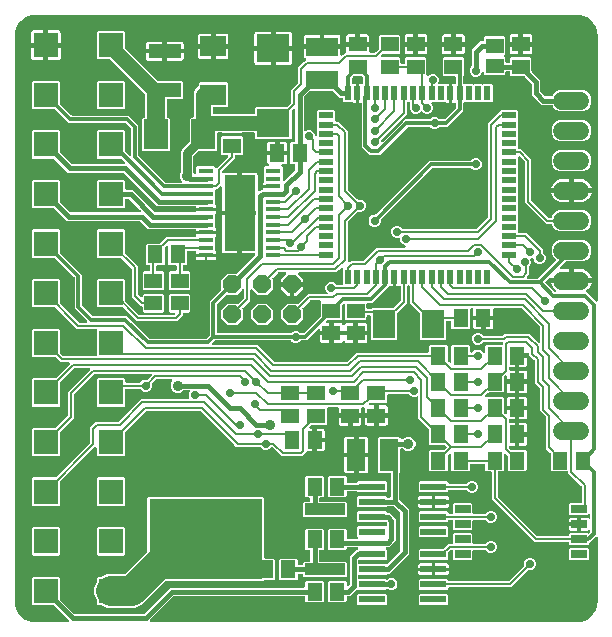
<source format=gbr>
G04 EAGLE Gerber RS-274X export*
G75*
%MOMM*%
%FSLAX34Y34*%
%LPD*%
%INTop Copper*%
%IPPOS*%
%AMOC8*
5,1,8,0,0,1.08239X$1,22.5*%
G01*
%ADD10R,2.000000X2.500000*%
%ADD11R,2.160000X1.780000*%
%ADD12R,2.800000X1.200000*%
%ADD13R,2.800000X2.400000*%
%ADD14R,1.300000X1.500000*%
%ADD15R,1.500000X1.300000*%
%ADD16R,1.900000X2.400000*%
%ADD17R,3.400000X1.000000*%
%ADD18R,9.600000X6.800000*%
%ADD19R,1.300000X0.450000*%
%ADD20R,2.650000X6.400000*%
%ADD21R,2.700000X1.600000*%
%ADD22R,1.600000X2.700000*%
%ADD23R,2.200000X0.600000*%
%ADD24R,1.346200X0.685800*%
%ADD25R,1.193800X0.558800*%
%ADD26R,0.558800X1.193800*%
%ADD27C,1.524000*%
%ADD28R,2.100000X2.100000*%
%ADD29P,1.649562X8X202.500000*%
%ADD30C,0.406400*%
%ADD31C,0.762000*%
%ADD32C,1.270000*%
%ADD33C,0.203200*%
%ADD34C,0.914400*%
%ADD35C,0.711200*%
%ADD36C,0.304800*%
%ADD37C,0.457200*%
%ADD38C,0.508000*%
%ADD39C,2.540000*%

G36*
X48372Y3180D02*
X48372Y3180D01*
X48402Y3177D01*
X48513Y3200D01*
X48625Y3216D01*
X48651Y3228D01*
X48680Y3233D01*
X48781Y3285D01*
X48884Y3332D01*
X48907Y3351D01*
X48933Y3364D01*
X49015Y3442D01*
X49101Y3515D01*
X49117Y3540D01*
X49139Y3560D01*
X49196Y3658D01*
X49259Y3752D01*
X49268Y3780D01*
X49282Y3805D01*
X49310Y3915D01*
X49345Y4023D01*
X49345Y4053D01*
X49353Y4081D01*
X49349Y4194D01*
X49352Y4307D01*
X49344Y4336D01*
X49343Y4365D01*
X49309Y4473D01*
X49280Y4582D01*
X49265Y4608D01*
X49256Y4636D01*
X49211Y4699D01*
X49135Y4827D01*
X49089Y4870D01*
X49061Y4909D01*
X36942Y17028D01*
X36872Y17080D01*
X36808Y17140D01*
X36759Y17166D01*
X36715Y17199D01*
X36633Y17230D01*
X36555Y17270D01*
X36508Y17278D01*
X36449Y17300D01*
X36302Y17312D01*
X36224Y17325D01*
X18518Y17325D01*
X17625Y18218D01*
X17625Y40482D01*
X18518Y41375D01*
X40782Y41375D01*
X41675Y40482D01*
X41675Y22776D01*
X41687Y22689D01*
X41690Y22602D01*
X41707Y22549D01*
X41715Y22494D01*
X41750Y22414D01*
X41777Y22331D01*
X41805Y22292D01*
X41831Y22235D01*
X41927Y22122D01*
X41972Y22058D01*
X53826Y10204D01*
X53896Y10152D01*
X53960Y10092D01*
X54009Y10066D01*
X54053Y10033D01*
X54135Y10002D01*
X54213Y9962D01*
X54260Y9954D01*
X54319Y9932D01*
X54466Y9920D01*
X54544Y9907D01*
X112406Y9907D01*
X112493Y9919D01*
X112580Y9922D01*
X112633Y9939D01*
X112688Y9947D01*
X112768Y9982D01*
X112851Y10009D01*
X112890Y10037D01*
X112947Y10063D01*
X113060Y10159D01*
X113124Y10204D01*
X135052Y32132D01*
X248160Y32132D01*
X248218Y32140D01*
X248276Y32138D01*
X248358Y32160D01*
X248442Y32172D01*
X248495Y32195D01*
X248551Y32210D01*
X248624Y32253D01*
X248701Y32288D01*
X248746Y32326D01*
X248796Y32355D01*
X248854Y32417D01*
X248918Y32471D01*
X248950Y32520D01*
X248990Y32563D01*
X249029Y32638D01*
X249076Y32708D01*
X249093Y32764D01*
X249120Y32816D01*
X249131Y32884D01*
X249161Y32979D01*
X249164Y33079D01*
X249175Y33147D01*
X249175Y36707D01*
X250068Y37600D01*
X264332Y37600D01*
X265225Y36707D01*
X265225Y20443D01*
X264332Y19550D01*
X250068Y19550D01*
X249175Y20443D01*
X249175Y24003D01*
X249167Y24061D01*
X249169Y24119D01*
X249147Y24201D01*
X249135Y24285D01*
X249112Y24338D01*
X249097Y24394D01*
X249054Y24467D01*
X249019Y24544D01*
X248981Y24589D01*
X248952Y24639D01*
X248890Y24697D01*
X248836Y24761D01*
X248787Y24793D01*
X248744Y24833D01*
X248669Y24872D01*
X248599Y24919D01*
X248543Y24936D01*
X248491Y24963D01*
X248423Y24974D01*
X248328Y25004D01*
X248228Y25007D01*
X248160Y25018D01*
X138419Y25018D01*
X138332Y25006D01*
X138245Y25003D01*
X138192Y24986D01*
X138137Y24978D01*
X138057Y24943D01*
X137974Y24916D01*
X137935Y24888D01*
X137878Y24862D01*
X137765Y24766D01*
X137701Y24721D01*
X117889Y4909D01*
X117871Y4885D01*
X117849Y4866D01*
X117786Y4772D01*
X117718Y4682D01*
X117708Y4654D01*
X117691Y4630D01*
X117657Y4522D01*
X117617Y4416D01*
X117614Y4387D01*
X117605Y4359D01*
X117603Y4245D01*
X117593Y4133D01*
X117599Y4104D01*
X117598Y4075D01*
X117627Y3965D01*
X117649Y3854D01*
X117663Y3828D01*
X117670Y3800D01*
X117728Y3702D01*
X117780Y3602D01*
X117800Y3580D01*
X117815Y3555D01*
X117898Y3478D01*
X117976Y3396D01*
X118001Y3381D01*
X118023Y3361D01*
X118123Y3309D01*
X118221Y3252D01*
X118250Y3245D01*
X118276Y3231D01*
X118353Y3218D01*
X118497Y3182D01*
X118559Y3184D01*
X118607Y3176D01*
X480000Y3176D01*
X480044Y3182D01*
X480080Y3179D01*
X482553Y3373D01*
X482711Y3409D01*
X482787Y3420D01*
X487491Y4949D01*
X487746Y5073D01*
X487760Y5086D01*
X487774Y5093D01*
X491775Y8000D01*
X491980Y8198D01*
X491989Y8214D01*
X492000Y8225D01*
X494907Y12226D01*
X495041Y12477D01*
X495044Y12496D01*
X495051Y12509D01*
X496580Y17213D01*
X496608Y17373D01*
X496627Y17447D01*
X496821Y19920D01*
X496818Y19965D01*
X496824Y20000D01*
X496824Y74137D01*
X496820Y74166D01*
X496823Y74195D01*
X496800Y74306D01*
X496784Y74418D01*
X496772Y74445D01*
X496767Y74474D01*
X496714Y74574D01*
X496668Y74678D01*
X496649Y74700D01*
X496636Y74726D01*
X496558Y74808D01*
X496485Y74895D01*
X496460Y74911D01*
X496440Y74932D01*
X496342Y74989D01*
X496248Y75052D01*
X496220Y75061D01*
X496195Y75076D01*
X496085Y75104D01*
X495977Y75138D01*
X495947Y75139D01*
X495919Y75146D01*
X495806Y75142D01*
X495693Y75145D01*
X495664Y75138D01*
X495635Y75137D01*
X495527Y75102D01*
X495418Y75073D01*
X495392Y75058D01*
X495364Y75049D01*
X495301Y75004D01*
X495173Y74928D01*
X495130Y74883D01*
X495091Y74855D01*
X492296Y72060D01*
X492296Y72059D01*
X490205Y69969D01*
X490167Y69970D01*
X490086Y69948D01*
X490002Y69936D01*
X489949Y69913D01*
X489892Y69898D01*
X489820Y69855D01*
X489743Y69820D01*
X489698Y69782D01*
X489648Y69753D01*
X489590Y69691D01*
X489526Y69637D01*
X489493Y69588D01*
X489453Y69545D01*
X489415Y69470D01*
X489368Y69400D01*
X489350Y69344D01*
X489324Y69292D01*
X489312Y69224D01*
X489282Y69129D01*
X489280Y69029D01*
X489269Y68965D01*
X488375Y68071D01*
X473650Y68071D01*
X472757Y68964D01*
X472757Y69469D01*
X472749Y69527D01*
X472750Y69585D01*
X472729Y69667D01*
X472717Y69751D01*
X472693Y69804D01*
X472678Y69860D01*
X472635Y69933D01*
X472601Y70010D01*
X472563Y70055D01*
X472533Y70105D01*
X472471Y70163D01*
X472417Y70227D01*
X472368Y70259D01*
X472326Y70299D01*
X472251Y70338D01*
X472180Y70385D01*
X472125Y70402D01*
X472073Y70429D01*
X472005Y70440D01*
X471909Y70470D01*
X471810Y70473D01*
X471742Y70484D01*
X443448Y70484D01*
X407059Y106873D01*
X407059Y129660D01*
X407051Y129718D01*
X407053Y129776D01*
X407031Y129858D01*
X407019Y129942D01*
X406996Y129995D01*
X406981Y130051D01*
X406938Y130124D01*
X406903Y130201D01*
X406865Y130246D01*
X406836Y130296D01*
X406774Y130354D01*
X406720Y130418D01*
X406671Y130450D01*
X406628Y130490D01*
X406553Y130529D01*
X406483Y130576D01*
X406427Y130593D01*
X406375Y130620D01*
X406307Y130631D01*
X406212Y130661D01*
X406112Y130664D01*
X406044Y130675D01*
X402468Y130675D01*
X401575Y131568D01*
X401575Y136144D01*
X401567Y136202D01*
X401569Y136260D01*
X401547Y136342D01*
X401535Y136426D01*
X401512Y136479D01*
X401497Y136535D01*
X401454Y136608D01*
X401419Y136685D01*
X401381Y136730D01*
X401352Y136780D01*
X401290Y136838D01*
X401236Y136902D01*
X401187Y136934D01*
X401144Y136974D01*
X401069Y137013D01*
X400999Y137060D01*
X400943Y137077D01*
X400891Y137104D01*
X400823Y137115D01*
X400728Y137145D01*
X400628Y137148D01*
X400560Y137159D01*
X390015Y137159D01*
X389957Y137151D01*
X389899Y137153D01*
X389817Y137131D01*
X389733Y137119D01*
X389680Y137096D01*
X389624Y137081D01*
X389551Y137038D01*
X389474Y137003D01*
X389429Y136965D01*
X389379Y136936D01*
X389321Y136874D01*
X389257Y136820D01*
X389225Y136771D01*
X389185Y136728D01*
X389146Y136653D01*
X389099Y136583D01*
X389082Y136527D01*
X389055Y136475D01*
X389044Y136407D01*
X389014Y136312D01*
X389011Y136212D01*
X389000Y136144D01*
X389000Y131568D01*
X388107Y130675D01*
X373843Y130675D01*
X372950Y131568D01*
X372950Y144631D01*
X372946Y144660D01*
X372949Y144689D01*
X372926Y144800D01*
X372910Y144913D01*
X372898Y144939D01*
X372893Y144968D01*
X372840Y145069D01*
X372794Y145172D01*
X372775Y145194D01*
X372762Y145220D01*
X372684Y145303D01*
X372611Y145389D01*
X372586Y145405D01*
X372566Y145427D01*
X372468Y145484D01*
X372374Y145547D01*
X372346Y145555D01*
X372321Y145570D01*
X372211Y145598D01*
X372103Y145632D01*
X372073Y145633D01*
X372045Y145640D01*
X371932Y145637D01*
X371819Y145640D01*
X371790Y145632D01*
X371761Y145631D01*
X371653Y145596D01*
X371544Y145568D01*
X371518Y145553D01*
X371490Y145544D01*
X371426Y145498D01*
X371299Y145423D01*
X371256Y145377D01*
X371217Y145349D01*
X370297Y144429D01*
X370245Y144359D01*
X370185Y144295D01*
X370159Y144246D01*
X370126Y144202D01*
X370095Y144120D01*
X370055Y144042D01*
X370047Y143995D01*
X370025Y143936D01*
X370013Y143788D01*
X370000Y143711D01*
X370000Y131568D01*
X369107Y130675D01*
X354843Y130675D01*
X353950Y131568D01*
X353950Y147832D01*
X354843Y148725D01*
X366986Y148725D01*
X367073Y148737D01*
X367160Y148740D01*
X367213Y148757D01*
X367268Y148765D01*
X367347Y148800D01*
X367431Y148827D01*
X367470Y148855D01*
X367527Y148881D01*
X367640Y148977D01*
X367704Y149022D01*
X368776Y150095D01*
X368812Y150141D01*
X368854Y150182D01*
X368897Y150254D01*
X368947Y150322D01*
X368968Y150376D01*
X368998Y150427D01*
X369018Y150508D01*
X369049Y150587D01*
X369053Y150646D01*
X369068Y150702D01*
X369065Y150787D01*
X369072Y150871D01*
X369061Y150928D01*
X369059Y150987D01*
X369033Y151067D01*
X369016Y151149D01*
X368989Y151201D01*
X368971Y151257D01*
X368931Y151313D01*
X368885Y151402D01*
X368816Y151474D01*
X368776Y151530D01*
X367704Y152603D01*
X367634Y152655D01*
X367570Y152715D01*
X367521Y152741D01*
X367477Y152774D01*
X367395Y152805D01*
X367317Y152845D01*
X367270Y152853D01*
X367211Y152875D01*
X367063Y152887D01*
X366986Y152900D01*
X354843Y152900D01*
X353950Y153793D01*
X353950Y165936D01*
X353938Y166023D01*
X353935Y166110D01*
X353918Y166163D01*
X353910Y166218D01*
X353875Y166297D01*
X353848Y166381D01*
X353820Y166420D01*
X353794Y166477D01*
X353698Y166590D01*
X353653Y166654D01*
X345122Y175185D01*
X345122Y192997D01*
X345106Y193110D01*
X345096Y193225D01*
X345086Y193251D01*
X345082Y193278D01*
X345035Y193383D01*
X344994Y193490D01*
X344977Y193512D01*
X344966Y193537D01*
X344892Y193625D01*
X344822Y193717D01*
X344800Y193733D01*
X344782Y193754D01*
X344687Y193818D01*
X344594Y193887D01*
X344569Y193897D01*
X344545Y193912D01*
X344436Y193947D01*
X344328Y193987D01*
X344301Y193989D01*
X344274Y193998D01*
X344160Y194001D01*
X344045Y194010D01*
X344021Y194004D01*
X343990Y194005D01*
X343733Y193938D01*
X343718Y193935D01*
X342323Y193357D01*
X340302Y193357D01*
X338434Y194130D01*
X336965Y195599D01*
X336896Y195652D01*
X336832Y195712D01*
X336782Y195737D01*
X336738Y195770D01*
X336656Y195801D01*
X336579Y195841D01*
X336531Y195849D01*
X336472Y195872D01*
X336325Y195884D01*
X336247Y195897D01*
X319602Y195897D01*
X319545Y195889D01*
X319486Y195890D01*
X319405Y195869D01*
X319321Y195857D01*
X319268Y195833D01*
X319211Y195818D01*
X319139Y195775D01*
X319062Y195741D01*
X319017Y195703D01*
X318967Y195673D01*
X318909Y195611D01*
X318845Y195557D01*
X318812Y195508D01*
X318772Y195466D01*
X318734Y195391D01*
X318687Y195320D01*
X318669Y195265D01*
X318643Y195213D01*
X318631Y195145D01*
X318601Y195049D01*
X318599Y194950D01*
X318587Y194882D01*
X318587Y189693D01*
X317694Y188800D01*
X304477Y188800D01*
X304429Y188793D01*
X304381Y188796D01*
X304289Y188774D01*
X304196Y188760D01*
X304151Y188741D01*
X304104Y188729D01*
X304040Y188691D01*
X303936Y188644D01*
X303870Y188588D01*
X303817Y188556D01*
X303336Y188144D01*
X303291Y188093D01*
X303238Y188048D01*
X303197Y187986D01*
X303148Y187931D01*
X303119Y187869D01*
X303081Y187812D01*
X303058Y187741D01*
X303027Y187673D01*
X303016Y187606D01*
X302995Y187541D01*
X302993Y187466D01*
X302981Y187393D01*
X302989Y187325D01*
X302988Y187257D01*
X303007Y187185D01*
X303016Y187111D01*
X303042Y187048D01*
X303060Y186982D01*
X303098Y186918D01*
X303127Y186849D01*
X303170Y186796D01*
X303205Y186737D01*
X303259Y186686D01*
X303306Y186628D01*
X303362Y186589D01*
X303412Y186543D01*
X303478Y186509D01*
X303540Y186466D01*
X303604Y186444D01*
X303665Y186413D01*
X303727Y186403D01*
X303809Y186375D01*
X303923Y186370D01*
X303996Y186358D01*
X307531Y186358D01*
X307531Y179856D01*
X300030Y179856D01*
X300030Y183717D01*
X300027Y183736D01*
X300029Y183755D01*
X300007Y183877D01*
X299990Y183998D01*
X299982Y184016D01*
X299979Y184035D01*
X299924Y184146D01*
X299874Y184258D01*
X299861Y184273D01*
X299853Y184290D01*
X299769Y184381D01*
X299690Y184475D01*
X299674Y184485D01*
X299661Y184500D01*
X299556Y184564D01*
X299453Y184632D01*
X299435Y184638D01*
X299418Y184648D01*
X299347Y184666D01*
X299182Y184718D01*
X299132Y184719D01*
X299093Y184729D01*
X298416Y184781D01*
X298373Y184778D01*
X298338Y184784D01*
X297885Y184784D01*
X297828Y184776D01*
X297769Y184778D01*
X297688Y184756D01*
X297604Y184744D01*
X297551Y184721D01*
X297494Y184706D01*
X297422Y184663D01*
X297345Y184628D01*
X297300Y184590D01*
X297250Y184561D01*
X297192Y184499D01*
X297128Y184445D01*
X297095Y184396D01*
X297055Y184353D01*
X297017Y184278D01*
X296970Y184208D01*
X296952Y184152D01*
X296926Y184100D01*
X296914Y184032D01*
X296884Y183937D01*
X296882Y183837D01*
X296870Y183769D01*
X296870Y179856D01*
X288354Y179856D01*
X288296Y179848D01*
X288237Y179849D01*
X288156Y179828D01*
X288072Y179816D01*
X288019Y179792D01*
X287962Y179778D01*
X287890Y179735D01*
X287813Y179700D01*
X287768Y179662D01*
X287718Y179632D01*
X287660Y179571D01*
X287596Y179516D01*
X287563Y179468D01*
X287523Y179425D01*
X287485Y179350D01*
X287438Y179280D01*
X287420Y179224D01*
X287394Y179172D01*
X287382Y179104D01*
X287352Y179009D01*
X287350Y178909D01*
X287338Y178841D01*
X287338Y177824D01*
X287337Y177824D01*
X287337Y178841D01*
X287329Y178895D01*
X287330Y178930D01*
X287329Y178933D01*
X287330Y178957D01*
X287309Y179039D01*
X287297Y179122D01*
X287273Y179176D01*
X287258Y179232D01*
X287215Y179305D01*
X287181Y179382D01*
X287143Y179426D01*
X287113Y179477D01*
X287051Y179534D01*
X286997Y179599D01*
X286948Y179631D01*
X286906Y179671D01*
X286830Y179710D01*
X286760Y179756D01*
X286704Y179774D01*
X286652Y179801D01*
X286584Y179812D01*
X286489Y179842D01*
X286389Y179845D01*
X286321Y179856D01*
X277805Y179856D01*
X277805Y183769D01*
X277797Y183827D01*
X277798Y183885D01*
X277777Y183967D01*
X277765Y184051D01*
X277741Y184104D01*
X277726Y184160D01*
X277683Y184233D01*
X277649Y184310D01*
X277611Y184355D01*
X277581Y184405D01*
X277519Y184463D01*
X277465Y184527D01*
X277416Y184559D01*
X277374Y184599D01*
X277299Y184638D01*
X277228Y184685D01*
X277173Y184702D01*
X277121Y184729D01*
X277053Y184740D01*
X276957Y184770D01*
X276858Y184773D01*
X276790Y184784D01*
X268802Y184784D01*
X268745Y184776D01*
X268686Y184778D01*
X268605Y184756D01*
X268521Y184744D01*
X268468Y184721D01*
X268411Y184706D01*
X268339Y184663D01*
X268262Y184628D01*
X268217Y184590D01*
X268167Y184561D01*
X268109Y184499D01*
X268045Y184445D01*
X268012Y184396D01*
X267972Y184353D01*
X267934Y184278D01*
X267887Y184208D01*
X267869Y184152D01*
X267843Y184100D01*
X267831Y184032D01*
X267801Y183937D01*
X267799Y183837D01*
X267787Y183769D01*
X267787Y170693D01*
X266894Y169800D01*
X254751Y169800D01*
X254665Y169788D01*
X254577Y169785D01*
X254525Y169768D01*
X254470Y169760D01*
X254390Y169725D01*
X254307Y169698D01*
X254268Y169670D01*
X254211Y169644D01*
X254097Y169548D01*
X254034Y169503D01*
X252959Y168428D01*
X252941Y168405D01*
X252919Y168386D01*
X252856Y168292D01*
X252788Y168201D01*
X252778Y168174D01*
X252761Y168149D01*
X252727Y168041D01*
X252687Y167936D01*
X252684Y167906D01*
X252676Y167878D01*
X252673Y167765D01*
X252663Y167652D01*
X252669Y167624D01*
X252668Y167594D01*
X252697Y167485D01*
X252719Y167373D01*
X252733Y167347D01*
X252740Y167319D01*
X252798Y167222D01*
X252850Y167121D01*
X252870Y167100D01*
X252885Y167075D01*
X252968Y166997D01*
X253046Y166915D01*
X253071Y166900D01*
X253093Y166880D01*
X253194Y166829D01*
X253291Y166771D01*
X253320Y166764D01*
X253346Y166751D01*
X253423Y166738D01*
X253567Y166701D01*
X253629Y166703D01*
X253677Y166695D01*
X255119Y166695D01*
X255119Y158179D01*
X255127Y158121D01*
X255125Y158062D01*
X255147Y157981D01*
X255159Y157897D01*
X255183Y157844D01*
X255197Y157787D01*
X255240Y157715D01*
X255275Y157638D01*
X255313Y157593D01*
X255343Y157543D01*
X255404Y157485D01*
X255459Y157421D01*
X255507Y157388D01*
X255550Y157348D01*
X255625Y157310D01*
X255695Y157263D01*
X255751Y157245D01*
X255803Y157219D01*
X255871Y157207D01*
X255966Y157177D01*
X256066Y157175D01*
X256134Y157163D01*
X257151Y157163D01*
X257151Y157162D01*
X256134Y157162D01*
X256076Y157153D01*
X256018Y157155D01*
X255936Y157134D01*
X255853Y157122D01*
X255799Y157098D01*
X255743Y157083D01*
X255670Y157040D01*
X255593Y157006D01*
X255548Y156968D01*
X255498Y156938D01*
X255440Y156876D01*
X255376Y156822D01*
X255344Y156773D01*
X255304Y156731D01*
X255265Y156655D01*
X255219Y156585D01*
X255201Y156529D01*
X255174Y156477D01*
X255163Y156409D01*
X255133Y156314D01*
X255130Y156214D01*
X255119Y156146D01*
X255119Y147630D01*
X251206Y147630D01*
X251148Y147622D01*
X251090Y147623D01*
X251008Y147602D01*
X250924Y147590D01*
X250871Y147566D01*
X250815Y147551D01*
X250742Y147508D01*
X250665Y147474D01*
X250620Y147436D01*
X250570Y147406D01*
X250512Y147344D01*
X250448Y147290D01*
X250416Y147241D01*
X250376Y147199D01*
X250337Y147124D01*
X250290Y147053D01*
X250273Y146998D01*
X250246Y146946D01*
X250235Y146878D01*
X250205Y146782D01*
X250202Y146683D01*
X250191Y146615D01*
X250191Y146585D01*
X247115Y143509D01*
X229135Y143509D01*
X221589Y151055D01*
X221542Y151091D01*
X221502Y151133D01*
X221429Y151176D01*
X221362Y151226D01*
X221307Y151247D01*
X221257Y151277D01*
X221175Y151297D01*
X221096Y151328D01*
X221038Y151332D01*
X220981Y151347D01*
X220897Y151344D01*
X220813Y151351D01*
X220755Y151340D01*
X220697Y151338D01*
X220617Y151312D01*
X220534Y151295D01*
X220482Y151268D01*
X220426Y151250D01*
X220370Y151210D01*
X220282Y151164D01*
X220209Y151096D01*
X220153Y151055D01*
X218778Y149680D01*
X216911Y148907D01*
X214889Y148907D01*
X213022Y149680D01*
X211553Y151149D01*
X211483Y151202D01*
X211419Y151262D01*
X211370Y151287D01*
X211326Y151320D01*
X211244Y151351D01*
X211166Y151391D01*
X211118Y151399D01*
X211060Y151422D01*
X210912Y151434D01*
X210835Y151447D01*
X191035Y151447D01*
X189249Y153232D01*
X161170Y181312D01*
X161100Y181364D01*
X161036Y181424D01*
X160987Y181450D01*
X160943Y181483D01*
X160861Y181514D01*
X160783Y181554D01*
X160736Y181562D01*
X160677Y181584D01*
X160529Y181596D01*
X160452Y181609D01*
X114923Y181609D01*
X114836Y181597D01*
X114749Y181594D01*
X114696Y181577D01*
X114641Y181569D01*
X114562Y181534D01*
X114478Y181507D01*
X114439Y181479D01*
X114382Y181453D01*
X114269Y181357D01*
X114205Y181312D01*
X96972Y164079D01*
X96920Y164009D01*
X96860Y163945D01*
X96834Y163896D01*
X96801Y163852D01*
X96770Y163770D01*
X96730Y163692D01*
X96722Y163645D01*
X96700Y163586D01*
X96688Y163438D01*
X96675Y163361D01*
X96675Y144218D01*
X95782Y143325D01*
X73518Y143325D01*
X72625Y144218D01*
X72625Y150281D01*
X72621Y150310D01*
X72624Y150339D01*
X72601Y150450D01*
X72585Y150563D01*
X72573Y150589D01*
X72568Y150618D01*
X72516Y150719D01*
X72469Y150822D01*
X72450Y150844D01*
X72437Y150870D01*
X72359Y150952D01*
X72286Y151039D01*
X72261Y151055D01*
X72241Y151077D01*
X72143Y151134D01*
X72049Y151197D01*
X72021Y151205D01*
X71996Y151220D01*
X71886Y151248D01*
X71778Y151282D01*
X71748Y151283D01*
X71720Y151290D01*
X71607Y151287D01*
X71494Y151290D01*
X71465Y151282D01*
X71436Y151281D01*
X71328Y151246D01*
X71219Y151218D01*
X71193Y151203D01*
X71165Y151194D01*
X71102Y151148D01*
X70974Y151073D01*
X70931Y151027D01*
X70892Y150999D01*
X41972Y122079D01*
X41920Y122009D01*
X41860Y121945D01*
X41834Y121896D01*
X41801Y121852D01*
X41770Y121770D01*
X41730Y121692D01*
X41722Y121645D01*
X41700Y121586D01*
X41688Y121438D01*
X41675Y121361D01*
X41675Y102218D01*
X40782Y101325D01*
X18518Y101325D01*
X17625Y102218D01*
X17625Y124482D01*
X18518Y125375D01*
X37661Y125375D01*
X37748Y125387D01*
X37835Y125390D01*
X37888Y125407D01*
X37943Y125415D01*
X38022Y125450D01*
X38106Y125477D01*
X38145Y125505D01*
X38202Y125531D01*
X38315Y125627D01*
X38379Y125672D01*
X67012Y154305D01*
X67064Y154375D01*
X67124Y154439D01*
X67150Y154488D01*
X67183Y154532D01*
X67214Y154614D01*
X67254Y154692D01*
X67262Y154739D01*
X67284Y154798D01*
X67296Y154946D01*
X67309Y155023D01*
X67309Y167740D01*
X71973Y172403D01*
X90602Y172403D01*
X90689Y172415D01*
X90776Y172418D01*
X90829Y172435D01*
X90884Y172443D01*
X90963Y172479D01*
X91047Y172506D01*
X91086Y172534D01*
X91143Y172559D01*
X91256Y172655D01*
X91320Y172701D01*
X110073Y191453D01*
X150134Y191453D01*
X150248Y191469D01*
X150362Y191479D01*
X150388Y191489D01*
X150416Y191493D01*
X150520Y191540D01*
X150628Y191581D01*
X150650Y191598D01*
X150675Y191609D01*
X150763Y191683D01*
X150854Y191753D01*
X150871Y191775D01*
X150892Y191793D01*
X150956Y191888D01*
X151024Y191981D01*
X151034Y192006D01*
X151050Y192030D01*
X151084Y192139D01*
X151125Y192247D01*
X151127Y192274D01*
X151135Y192301D01*
X151138Y192415D01*
X151147Y192530D01*
X151142Y192554D01*
X151143Y192585D01*
X151076Y192842D01*
X151072Y192857D01*
X150494Y194252D01*
X150494Y196273D01*
X151309Y198239D01*
X151337Y198351D01*
X151372Y198460D01*
X151373Y198488D01*
X151380Y198515D01*
X151376Y198629D01*
X151379Y198744D01*
X151372Y198771D01*
X151372Y198799D01*
X151337Y198908D01*
X151308Y199019D01*
X151293Y199043D01*
X151285Y199070D01*
X151221Y199165D01*
X151162Y199264D01*
X151142Y199283D01*
X151127Y199306D01*
X151039Y199380D01*
X150955Y199458D01*
X150930Y199471D01*
X150909Y199489D01*
X150804Y199535D01*
X150702Y199588D01*
X150677Y199592D01*
X150649Y199604D01*
X150386Y199641D01*
X150371Y199643D01*
X146773Y199643D01*
X146687Y199631D01*
X146599Y199628D01*
X146547Y199611D01*
X146492Y199603D01*
X146412Y199568D01*
X146329Y199541D01*
X146290Y199513D01*
X146232Y199487D01*
X146119Y199391D01*
X146056Y199346D01*
X144741Y198031D01*
X142500Y197103D01*
X140075Y197103D01*
X137834Y198031D01*
X136119Y199746D01*
X135191Y201987D01*
X135191Y204413D01*
X136119Y206654D01*
X136329Y206864D01*
X136347Y206887D01*
X136369Y206906D01*
X136432Y207000D01*
X136500Y207091D01*
X136510Y207118D01*
X136527Y207143D01*
X136561Y207250D01*
X136601Y207356D01*
X136604Y207386D01*
X136612Y207414D01*
X136615Y207527D01*
X136625Y207640D01*
X136619Y207669D01*
X136620Y207698D01*
X136591Y207807D01*
X136569Y207918D01*
X136555Y207945D01*
X136548Y207973D01*
X136490Y208070D01*
X136438Y208171D01*
X136418Y208192D01*
X136403Y208217D01*
X136320Y208295D01*
X136242Y208377D01*
X136217Y208392D01*
X136195Y208412D01*
X136095Y208463D01*
X135997Y208521D01*
X135968Y208528D01*
X135942Y208541D01*
X135865Y208554D01*
X135721Y208591D01*
X135659Y208589D01*
X135611Y208597D01*
X123710Y208597D01*
X123624Y208585D01*
X123536Y208582D01*
X123484Y208565D01*
X123429Y208557D01*
X123349Y208521D01*
X123266Y208494D01*
X123227Y208466D01*
X123170Y208441D01*
X123056Y208345D01*
X122993Y208299D01*
X119678Y204985D01*
X119626Y204915D01*
X119566Y204851D01*
X119540Y204802D01*
X119507Y204758D01*
X119476Y204676D01*
X119436Y204598D01*
X119428Y204551D01*
X119406Y204492D01*
X119395Y204365D01*
X119395Y204363D01*
X119394Y204353D01*
X119394Y204344D01*
X119381Y204267D01*
X119381Y202189D01*
X118607Y200322D01*
X117178Y198893D01*
X115311Y198119D01*
X113289Y198119D01*
X111422Y198893D01*
X109953Y200362D01*
X109883Y200414D01*
X109819Y200474D01*
X109770Y200500D01*
X109726Y200533D01*
X109644Y200564D01*
X109566Y200604D01*
X109518Y200612D01*
X109460Y200634D01*
X109312Y200646D01*
X109235Y200659D01*
X97690Y200659D01*
X97632Y200651D01*
X97574Y200653D01*
X97492Y200631D01*
X97408Y200619D01*
X97355Y200596D01*
X97299Y200581D01*
X97226Y200538D01*
X97149Y200503D01*
X97104Y200465D01*
X97054Y200436D01*
X96996Y200374D01*
X96932Y200320D01*
X96900Y200271D01*
X96860Y200228D01*
X96821Y200153D01*
X96774Y200083D01*
X96757Y200027D01*
X96730Y199975D01*
X96719Y199907D01*
X96689Y199812D01*
X96686Y199712D01*
X96675Y199644D01*
X96675Y186218D01*
X95782Y185325D01*
X73518Y185325D01*
X72625Y186218D01*
X72625Y208482D01*
X73518Y209375D01*
X95782Y209375D01*
X96675Y208482D01*
X96675Y206756D01*
X96683Y206698D01*
X96681Y206640D01*
X96703Y206558D01*
X96715Y206474D01*
X96738Y206421D01*
X96753Y206365D01*
X96796Y206292D01*
X96831Y206215D01*
X96869Y206170D01*
X96898Y206120D01*
X96960Y206062D01*
X97014Y205998D01*
X97063Y205966D01*
X97106Y205926D01*
X97181Y205887D01*
X97251Y205840D01*
X97307Y205823D01*
X97359Y205796D01*
X97427Y205785D01*
X97522Y205755D01*
X97622Y205752D01*
X97690Y205741D01*
X109235Y205741D01*
X109322Y205753D01*
X109409Y205756D01*
X109462Y205773D01*
X109516Y205781D01*
X109596Y205816D01*
X109679Y205843D01*
X109719Y205871D01*
X109776Y205897D01*
X109889Y205993D01*
X109953Y206038D01*
X111422Y207507D01*
X113289Y208281D01*
X115367Y208281D01*
X115454Y208293D01*
X115541Y208296D01*
X115594Y208313D01*
X115649Y208321D01*
X115728Y208356D01*
X115812Y208383D01*
X115851Y208411D01*
X115908Y208437D01*
X116021Y208533D01*
X116085Y208578D01*
X119133Y211626D01*
X119142Y211638D01*
X119146Y211642D01*
X119153Y211651D01*
X119173Y211669D01*
X119236Y211763D01*
X119304Y211853D01*
X119314Y211881D01*
X119331Y211905D01*
X119365Y212013D01*
X119405Y212119D01*
X119408Y212148D01*
X119416Y212176D01*
X119419Y212290D01*
X119429Y212402D01*
X119423Y212431D01*
X119424Y212460D01*
X119395Y212570D01*
X119373Y212681D01*
X119359Y212707D01*
X119352Y212735D01*
X119294Y212833D01*
X119242Y212933D01*
X119222Y212955D01*
X119207Y212980D01*
X119124Y213057D01*
X119046Y213139D01*
X119021Y213154D01*
X118999Y213174D01*
X118898Y213226D01*
X118801Y213283D01*
X118772Y213290D01*
X118746Y213304D01*
X118669Y213317D01*
X118525Y213353D01*
X118463Y213351D01*
X118415Y213359D01*
X71323Y213359D01*
X71236Y213347D01*
X71149Y213344D01*
X71096Y213327D01*
X71041Y213319D01*
X70962Y213284D01*
X70878Y213257D01*
X70839Y213229D01*
X70782Y213203D01*
X70669Y213107D01*
X70605Y213062D01*
X53638Y196095D01*
X53586Y196025D01*
X53526Y195961D01*
X53500Y195912D01*
X53467Y195868D01*
X53436Y195786D01*
X53396Y195708D01*
X53388Y195661D01*
X53366Y195602D01*
X53354Y195454D01*
X53341Y195377D01*
X53341Y175448D01*
X41972Y164079D01*
X41920Y164009D01*
X41860Y163945D01*
X41834Y163896D01*
X41801Y163852D01*
X41770Y163770D01*
X41730Y163692D01*
X41722Y163645D01*
X41700Y163586D01*
X41688Y163438D01*
X41675Y163361D01*
X41675Y144218D01*
X40782Y143325D01*
X18518Y143325D01*
X17625Y144218D01*
X17625Y166482D01*
X18518Y167375D01*
X37661Y167375D01*
X37748Y167387D01*
X37835Y167390D01*
X37888Y167407D01*
X37943Y167415D01*
X38022Y167450D01*
X38106Y167477D01*
X38145Y167505D01*
X38202Y167531D01*
X38315Y167627D01*
X38379Y167672D01*
X47962Y177255D01*
X48014Y177325D01*
X48074Y177389D01*
X48100Y177438D01*
X48133Y177482D01*
X48164Y177564D01*
X48204Y177642D01*
X48212Y177689D01*
X48234Y177748D01*
X48246Y177896D01*
X48259Y177973D01*
X48259Y197902D01*
X50045Y199688D01*
X66745Y216389D01*
X66763Y216412D01*
X66786Y216431D01*
X66848Y216526D01*
X66916Y216616D01*
X66927Y216643D01*
X66943Y216668D01*
X66977Y216776D01*
X67018Y216881D01*
X67020Y216911D01*
X67029Y216939D01*
X67032Y217052D01*
X67041Y217165D01*
X67035Y217193D01*
X67036Y217223D01*
X67008Y217332D01*
X66985Y217444D01*
X66972Y217470D01*
X66964Y217498D01*
X66907Y217595D01*
X66854Y217696D01*
X66834Y217717D01*
X66819Y217742D01*
X66737Y217820D01*
X66659Y217902D01*
X66633Y217917D01*
X66612Y217937D01*
X66511Y217988D01*
X66413Y218046D01*
X66385Y218053D01*
X66359Y218066D01*
X66281Y218079D01*
X66138Y218116D01*
X66075Y218114D01*
X66028Y218122D01*
X54435Y218122D01*
X54349Y218110D01*
X54261Y218107D01*
X54209Y218090D01*
X54154Y218082D01*
X54074Y218046D01*
X53991Y218019D01*
X53952Y217991D01*
X53895Y217966D01*
X53781Y217870D01*
X53718Y217824D01*
X41972Y206079D01*
X41920Y206009D01*
X41860Y205945D01*
X41834Y205896D01*
X41801Y205852D01*
X41770Y205770D01*
X41730Y205692D01*
X41722Y205645D01*
X41700Y205586D01*
X41688Y205438D01*
X41675Y205361D01*
X41675Y186218D01*
X40782Y185325D01*
X18518Y185325D01*
X17625Y186218D01*
X17625Y208482D01*
X18518Y209375D01*
X37661Y209375D01*
X37748Y209387D01*
X37835Y209390D01*
X37888Y209407D01*
X37943Y209415D01*
X38022Y209450D01*
X38106Y209477D01*
X38145Y209505D01*
X38202Y209531D01*
X38315Y209627D01*
X38379Y209672D01*
X49858Y221151D01*
X49876Y221175D01*
X49898Y221194D01*
X49961Y221288D01*
X50029Y221378D01*
X50039Y221406D01*
X50056Y221430D01*
X50090Y221538D01*
X50130Y221644D01*
X50133Y221673D01*
X50141Y221701D01*
X50144Y221815D01*
X50154Y221927D01*
X50148Y221956D01*
X50149Y221985D01*
X50120Y222095D01*
X50098Y222206D01*
X50084Y222232D01*
X50077Y222260D01*
X50019Y222358D01*
X49967Y222458D01*
X49947Y222480D01*
X49932Y222505D01*
X49849Y222582D01*
X49771Y222664D01*
X49746Y222679D01*
X49724Y222699D01*
X49623Y222751D01*
X49526Y222808D01*
X49497Y222815D01*
X49471Y222829D01*
X49394Y222842D01*
X49250Y222878D01*
X49188Y222876D01*
X49140Y222884D01*
X42523Y222884D01*
X38379Y227028D01*
X38309Y227080D01*
X38245Y227140D01*
X38196Y227166D01*
X38152Y227199D01*
X38070Y227230D01*
X37992Y227270D01*
X37945Y227278D01*
X37886Y227300D01*
X37738Y227312D01*
X37661Y227325D01*
X18518Y227325D01*
X17625Y228218D01*
X17625Y250482D01*
X18518Y251375D01*
X40782Y251375D01*
X41675Y250482D01*
X41675Y231339D01*
X41687Y231252D01*
X41690Y231165D01*
X41707Y231112D01*
X41715Y231057D01*
X41750Y230978D01*
X41777Y230894D01*
X41805Y230855D01*
X41831Y230798D01*
X41927Y230685D01*
X41972Y230621D01*
X44330Y228263D01*
X44400Y228211D01*
X44464Y228151D01*
X44513Y228125D01*
X44557Y228092D01*
X44639Y228061D01*
X44717Y228021D01*
X44764Y228013D01*
X44823Y227991D01*
X44971Y227979D01*
X45048Y227966D01*
X71610Y227966D01*
X71668Y227974D01*
X71726Y227972D01*
X71808Y227994D01*
X71892Y228006D01*
X71945Y228029D01*
X72001Y228044D01*
X72074Y228087D01*
X72151Y228122D01*
X72196Y228160D01*
X72246Y228189D01*
X72304Y228251D01*
X72368Y228305D01*
X72400Y228354D01*
X72440Y228397D01*
X72479Y228472D01*
X72526Y228542D01*
X72543Y228598D01*
X72570Y228650D01*
X72581Y228718D01*
X72611Y228813D01*
X72614Y228913D01*
X72625Y228981D01*
X72625Y250444D01*
X72617Y250502D01*
X72619Y250560D01*
X72597Y250642D01*
X72585Y250726D01*
X72562Y250779D01*
X72547Y250835D01*
X72504Y250908D01*
X72469Y250985D01*
X72431Y251030D01*
X72402Y251080D01*
X72340Y251138D01*
X72286Y251202D01*
X72237Y251234D01*
X72194Y251274D01*
X72119Y251313D01*
X72049Y251360D01*
X71993Y251377D01*
X71941Y251404D01*
X71873Y251415D01*
X71778Y251445D01*
X71678Y251448D01*
X71610Y251459D01*
X55948Y251459D01*
X38379Y269028D01*
X38309Y269080D01*
X38245Y269140D01*
X38196Y269166D01*
X38152Y269199D01*
X38070Y269230D01*
X37992Y269270D01*
X37945Y269278D01*
X37886Y269300D01*
X37738Y269312D01*
X37661Y269325D01*
X18518Y269325D01*
X17625Y270218D01*
X17625Y292482D01*
X18518Y293375D01*
X40782Y293375D01*
X41675Y292482D01*
X41675Y273339D01*
X41687Y273252D01*
X41690Y273165D01*
X41707Y273112D01*
X41715Y273057D01*
X41750Y272978D01*
X41777Y272894D01*
X41805Y272855D01*
X41831Y272798D01*
X41927Y272685D01*
X41972Y272621D01*
X57755Y256838D01*
X57825Y256786D01*
X57889Y256726D01*
X57938Y256700D01*
X57982Y256667D01*
X58064Y256636D01*
X58142Y256596D01*
X58189Y256588D01*
X58248Y256566D01*
X58396Y256554D01*
X58473Y256541D01*
X63722Y256541D01*
X63751Y256545D01*
X63780Y256542D01*
X63891Y256565D01*
X64003Y256581D01*
X64030Y256593D01*
X64059Y256598D01*
X64159Y256650D01*
X64263Y256697D01*
X64285Y256716D01*
X64311Y256729D01*
X64393Y256807D01*
X64480Y256880D01*
X64496Y256905D01*
X64517Y256925D01*
X64574Y257023D01*
X64637Y257117D01*
X64646Y257145D01*
X64661Y257170D01*
X64689Y257280D01*
X64723Y257388D01*
X64724Y257418D01*
X64731Y257446D01*
X64727Y257559D01*
X64730Y257672D01*
X64723Y257701D01*
X64722Y257730D01*
X64687Y257838D01*
X64658Y257947D01*
X64643Y257973D01*
X64634Y258001D01*
X64589Y258064D01*
X64513Y258192D01*
X64468Y258235D01*
X64440Y258274D01*
X54101Y268612D01*
X54101Y294167D01*
X54089Y294253D01*
X54086Y294341D01*
X54069Y294393D01*
X54061Y294448D01*
X54026Y294528D01*
X53999Y294611D01*
X53971Y294650D01*
X53945Y294708D01*
X53849Y294821D01*
X53804Y294885D01*
X37661Y311028D01*
X37591Y311080D01*
X37527Y311140D01*
X37477Y311166D01*
X37433Y311199D01*
X37352Y311230D01*
X37274Y311270D01*
X37226Y311278D01*
X37168Y311300D01*
X37020Y311312D01*
X36943Y311325D01*
X18518Y311325D01*
X17625Y312218D01*
X17625Y334482D01*
X18518Y335375D01*
X40782Y335375D01*
X41675Y334482D01*
X41675Y316057D01*
X41687Y315971D01*
X41690Y315883D01*
X41707Y315831D01*
X41715Y315776D01*
X41750Y315696D01*
X41777Y315613D01*
X41805Y315574D01*
X41831Y315516D01*
X41927Y315403D01*
X41972Y315339D01*
X58115Y299196D01*
X58116Y299196D01*
X60199Y297113D01*
X60199Y271558D01*
X60211Y271472D01*
X60214Y271384D01*
X60231Y271332D01*
X60239Y271277D01*
X60274Y271197D01*
X60301Y271114D01*
X60329Y271075D01*
X60355Y271017D01*
X60451Y270904D01*
X60496Y270840D01*
X69228Y262109D01*
X69298Y262056D01*
X69362Y261996D01*
X69411Y261971D01*
X69455Y261938D01*
X69537Y261907D01*
X69615Y261867D01*
X69662Y261859D01*
X69721Y261836D01*
X69869Y261824D01*
X69946Y261811D01*
X98100Y261811D01*
X116853Y243059D01*
X116923Y243006D01*
X116987Y242946D01*
X117036Y242921D01*
X117080Y242888D01*
X117162Y242857D01*
X117240Y242817D01*
X117287Y242809D01*
X117346Y242786D01*
X117494Y242774D01*
X117571Y242761D01*
X165004Y242761D01*
X165091Y242773D01*
X165178Y242776D01*
X165231Y242793D01*
X165286Y242801D01*
X165365Y242837D01*
X165449Y242864D01*
X165488Y242892D01*
X165545Y242917D01*
X165658Y243013D01*
X165722Y243059D01*
X168104Y245440D01*
X168156Y245510D01*
X168216Y245574D01*
X168242Y245624D01*
X168275Y245668D01*
X168306Y245749D01*
X168346Y245827D01*
X168354Y245875D01*
X168376Y245933D01*
X168388Y246081D01*
X168401Y246158D01*
X168401Y274313D01*
X177985Y283897D01*
X178020Y283943D01*
X178063Y283984D01*
X178105Y284056D01*
X178156Y284124D01*
X178177Y284179D01*
X178206Y284229D01*
X178227Y284311D01*
X178257Y284389D01*
X178262Y284448D01*
X178276Y284505D01*
X178274Y284589D01*
X178281Y284673D01*
X178269Y284730D01*
X178267Y284789D01*
X178241Y284869D01*
X178225Y284951D01*
X178198Y285003D01*
X178180Y285058D01*
X178180Y292713D01*
X183537Y298070D01*
X191019Y298070D01*
X191106Y298082D01*
X191193Y298085D01*
X191246Y298102D01*
X191301Y298110D01*
X191381Y298145D01*
X191464Y298172D01*
X191503Y298200D01*
X191560Y298226D01*
X191673Y298322D01*
X191737Y298367D01*
X206854Y313484D01*
X206872Y313508D01*
X206894Y313527D01*
X206957Y313621D01*
X207025Y313711D01*
X207035Y313739D01*
X207052Y313763D01*
X207086Y313871D01*
X207126Y313977D01*
X207129Y314006D01*
X207138Y314034D01*
X207140Y314148D01*
X207150Y314260D01*
X207144Y314289D01*
X207145Y314318D01*
X207116Y314428D01*
X207094Y314539D01*
X207080Y314565D01*
X207073Y314593D01*
X207015Y314691D01*
X206963Y314791D01*
X206943Y314813D01*
X206928Y314838D01*
X206845Y314915D01*
X206767Y314997D01*
X206742Y315012D01*
X206720Y315032D01*
X206620Y315084D01*
X206522Y315141D01*
X206493Y315148D01*
X206467Y315162D01*
X206390Y315175D01*
X206246Y315211D01*
X206184Y315209D01*
X206136Y315217D01*
X195706Y315217D01*
X195706Y347219D01*
X206566Y347219D01*
X206623Y347227D01*
X206682Y347225D01*
X206763Y347247D01*
X206847Y347259D01*
X206900Y347283D01*
X206957Y347297D01*
X207029Y347340D01*
X207106Y347375D01*
X207151Y347413D01*
X207201Y347443D01*
X207259Y347504D01*
X207323Y347559D01*
X207356Y347607D01*
X207396Y347650D01*
X207434Y347725D01*
X207481Y347795D01*
X207499Y347851D01*
X207525Y347903D01*
X207537Y347971D01*
X207567Y348066D01*
X207569Y348166D01*
X207581Y348234D01*
X207581Y350266D01*
X207573Y350324D01*
X207574Y350382D01*
X207553Y350464D01*
X207541Y350547D01*
X207517Y350601D01*
X207502Y350657D01*
X207459Y350730D01*
X207425Y350807D01*
X207387Y350851D01*
X207357Y350902D01*
X207295Y350959D01*
X207241Y351024D01*
X207192Y351056D01*
X207150Y351096D01*
X207075Y351135D01*
X207004Y351181D01*
X206949Y351199D01*
X206897Y351226D01*
X206829Y351237D01*
X206733Y351267D01*
X206634Y351270D01*
X206566Y351281D01*
X195706Y351281D01*
X195706Y383283D01*
X207193Y383283D01*
X207710Y383144D01*
X208173Y382877D01*
X208552Y382498D01*
X208819Y382035D01*
X208958Y381518D01*
X208958Y368839D01*
X208962Y368810D01*
X208959Y368780D01*
X208982Y368669D01*
X208998Y368557D01*
X209010Y368531D01*
X209015Y368502D01*
X209068Y368401D01*
X209114Y368298D01*
X209133Y368275D01*
X209146Y368249D01*
X209224Y368167D01*
X209297Y368081D01*
X209322Y368065D01*
X209342Y368043D01*
X209440Y367986D01*
X209534Y367923D01*
X209562Y367914D01*
X209587Y367900D01*
X209697Y367872D01*
X209805Y367837D01*
X209835Y367837D01*
X209863Y367829D01*
X209976Y367833D01*
X210089Y367830D01*
X210118Y367838D01*
X210147Y367839D01*
X210255Y367873D01*
X210364Y367902D01*
X210390Y367917D01*
X210418Y367926D01*
X210482Y367972D01*
X210609Y368047D01*
X210652Y368093D01*
X210691Y368121D01*
X211627Y369057D01*
X212627Y369057D01*
X212685Y369065D01*
X212743Y369063D01*
X212825Y369085D01*
X212909Y369097D01*
X212962Y369120D01*
X213018Y369135D01*
X213091Y369178D01*
X213168Y369213D01*
X213213Y369251D01*
X213263Y369280D01*
X213321Y369342D01*
X213385Y369396D01*
X213417Y369445D01*
X213457Y369488D01*
X213496Y369563D01*
X213543Y369633D01*
X213560Y369689D01*
X213587Y369741D01*
X213598Y369809D01*
X213628Y369904D01*
X213631Y370004D01*
X213642Y370072D01*
X213642Y370876D01*
X222066Y370876D01*
X222124Y370884D01*
X222182Y370882D01*
X222264Y370904D01*
X222347Y370916D01*
X222401Y370939D01*
X222457Y370954D01*
X222530Y370997D01*
X222607Y371032D01*
X222651Y371070D01*
X222702Y371099D01*
X222759Y371161D01*
X222824Y371215D01*
X222856Y371264D01*
X222896Y371307D01*
X222935Y371382D01*
X222981Y371452D01*
X222999Y371508D01*
X223026Y371560D01*
X223037Y371628D01*
X223067Y371723D01*
X223070Y371823D01*
X223081Y371891D01*
X223081Y372109D01*
X223073Y372167D01*
X223074Y372225D01*
X223053Y372307D01*
X223041Y372391D01*
X223017Y372444D01*
X223003Y372500D01*
X222959Y372573D01*
X222925Y372650D01*
X222887Y372695D01*
X222857Y372745D01*
X222796Y372803D01*
X222741Y372867D01*
X222693Y372899D01*
X222650Y372939D01*
X222575Y372978D01*
X222505Y373025D01*
X222449Y373042D01*
X222397Y373069D01*
X222329Y373080D01*
X222234Y373110D01*
X222134Y373113D01*
X222066Y373124D01*
X213642Y373124D01*
X213642Y374518D01*
X213781Y375035D01*
X214014Y375439D01*
X214051Y375529D01*
X214095Y375616D01*
X214101Y375655D01*
X214121Y375703D01*
X214138Y375874D01*
X214150Y375947D01*
X214150Y387882D01*
X215043Y388775D01*
X217635Y388775D01*
X217654Y388777D01*
X217673Y388775D01*
X217795Y388797D01*
X217916Y388815D01*
X217934Y388823D01*
X217953Y388826D01*
X218063Y388881D01*
X218175Y388931D01*
X218190Y388943D01*
X218208Y388952D01*
X218299Y389035D01*
X218392Y389114D01*
X218403Y389131D01*
X218418Y389144D01*
X218482Y389249D01*
X218550Y389351D01*
X218556Y389370D01*
X218566Y389386D01*
X218599Y389505D01*
X218636Y389622D01*
X218636Y389642D01*
X218642Y389661D01*
X218640Y389783D01*
X218643Y389906D01*
X218638Y389925D01*
X218638Y389945D01*
X218602Y390063D01*
X218571Y390181D01*
X218561Y390198D01*
X218556Y390217D01*
X218489Y390321D01*
X218426Y390426D01*
X218412Y390439D01*
X218401Y390456D01*
X218344Y390503D01*
X218219Y390620D01*
X218173Y390644D01*
X218142Y390669D01*
X217702Y390924D01*
X217323Y391302D01*
X217056Y391765D01*
X216917Y392282D01*
X216917Y398019D01*
X224434Y398019D01*
X224492Y398027D01*
X224550Y398025D01*
X224632Y398047D01*
X224715Y398059D01*
X224769Y398083D01*
X224825Y398097D01*
X224898Y398140D01*
X224975Y398175D01*
X225019Y398213D01*
X225070Y398243D01*
X225127Y398304D01*
X225192Y398359D01*
X225224Y398407D01*
X225264Y398450D01*
X225303Y398525D01*
X225349Y398595D01*
X225367Y398651D01*
X225394Y398703D01*
X225405Y398771D01*
X225435Y398866D01*
X225438Y398966D01*
X225449Y399034D01*
X225449Y400051D01*
X225451Y400051D01*
X225451Y399034D01*
X225459Y398976D01*
X225458Y398918D01*
X225479Y398836D01*
X225491Y398753D01*
X225515Y398699D01*
X225529Y398643D01*
X225572Y398570D01*
X225607Y398493D01*
X225645Y398448D01*
X225675Y398398D01*
X225736Y398340D01*
X225791Y398276D01*
X225839Y398244D01*
X225882Y398204D01*
X225957Y398165D01*
X226027Y398119D01*
X226083Y398101D01*
X226135Y398074D01*
X226203Y398063D01*
X226298Y398033D01*
X226398Y398030D01*
X226466Y398019D01*
X233983Y398019D01*
X233983Y392282D01*
X233844Y391765D01*
X233577Y391302D01*
X233198Y390923D01*
X232735Y390656D01*
X232218Y390517D01*
X230015Y390517D01*
X229986Y390513D01*
X229957Y390516D01*
X229846Y390493D01*
X229734Y390477D01*
X229707Y390465D01*
X229678Y390460D01*
X229577Y390407D01*
X229474Y390361D01*
X229452Y390342D01*
X229426Y390329D01*
X229344Y390251D01*
X229257Y390178D01*
X229241Y390153D01*
X229220Y390133D01*
X229162Y390035D01*
X229100Y389941D01*
X229091Y389913D01*
X229076Y389888D01*
X229048Y389778D01*
X229014Y389670D01*
X229013Y389640D01*
X229006Y389612D01*
X229009Y389499D01*
X229006Y389386D01*
X229014Y389357D01*
X229015Y389328D01*
X229050Y389220D01*
X229078Y389111D01*
X229093Y389085D01*
X229102Y389057D01*
X229148Y388993D01*
X229224Y388866D01*
X229269Y388823D01*
X229297Y388784D01*
X230200Y387882D01*
X230200Y377381D01*
X230204Y377352D01*
X230201Y377322D01*
X230224Y377211D01*
X230240Y377099D01*
X230252Y377072D01*
X230257Y377044D01*
X230309Y376943D01*
X230356Y376840D01*
X230375Y376817D01*
X230388Y376791D01*
X230466Y376709D01*
X230539Y376623D01*
X230564Y376607D01*
X230584Y376585D01*
X230682Y376528D01*
X230776Y376465D01*
X230804Y376456D01*
X230829Y376442D01*
X230939Y376414D01*
X231047Y376379D01*
X231076Y376379D01*
X231105Y376371D01*
X231218Y376375D01*
X231331Y376372D01*
X231360Y376380D01*
X231389Y376381D01*
X231497Y376415D01*
X231606Y376444D01*
X231632Y376459D01*
X231660Y376468D01*
X231723Y376514D01*
X231851Y376589D01*
X231894Y376635D01*
X231933Y376663D01*
X232162Y376892D01*
X240618Y385348D01*
X240671Y385418D01*
X240731Y385483D01*
X240756Y385532D01*
X240789Y385575D01*
X240820Y385658D01*
X240860Y385736D01*
X240868Y385783D01*
X240890Y385841D01*
X240902Y385990D01*
X240915Y386067D01*
X240909Y390012D01*
X240901Y390065D01*
X240902Y390102D01*
X240902Y390105D01*
X240902Y390126D01*
X240881Y390209D01*
X240869Y390293D01*
X240845Y390346D01*
X240831Y390401D01*
X240787Y390475D01*
X240752Y390552D01*
X240715Y390596D01*
X240685Y390646D01*
X240623Y390704D01*
X240568Y390769D01*
X240520Y390801D01*
X240478Y390840D01*
X240402Y390879D01*
X240331Y390926D01*
X240276Y390944D01*
X240225Y390970D01*
X240156Y390981D01*
X240060Y391012D01*
X239961Y391014D01*
X239894Y391025D01*
X237318Y391025D01*
X236425Y391918D01*
X236425Y408182D01*
X237318Y409075D01*
X239878Y409075D01*
X239936Y409083D01*
X239994Y409081D01*
X240076Y409103D01*
X240160Y409115D01*
X240213Y409138D01*
X240269Y409153D01*
X240342Y409196D01*
X240419Y409231D01*
X240464Y409269D01*
X240514Y409298D01*
X240572Y409360D01*
X240636Y409414D01*
X240668Y409463D01*
X240708Y409506D01*
X240747Y409581D01*
X240794Y409651D01*
X240811Y409707D01*
X240838Y409759D01*
X240849Y409827D01*
X240879Y409922D01*
X240882Y410022D01*
X240893Y410090D01*
X240893Y436462D01*
X240889Y436491D01*
X240892Y436520D01*
X240869Y436631D01*
X240853Y436743D01*
X240841Y436770D01*
X240836Y436799D01*
X240784Y436899D01*
X240737Y437003D01*
X240718Y437025D01*
X240705Y437051D01*
X240627Y437133D01*
X240554Y437220D01*
X240529Y437236D01*
X240509Y437257D01*
X240411Y437314D01*
X240317Y437377D01*
X240289Y437386D01*
X240264Y437401D01*
X240154Y437429D01*
X240046Y437463D01*
X240016Y437464D01*
X239988Y437471D01*
X239875Y437467D01*
X239762Y437470D01*
X239733Y437463D01*
X239704Y437462D01*
X239596Y437427D01*
X239487Y437398D01*
X239461Y437383D01*
X239433Y437374D01*
X239370Y437329D01*
X239242Y437253D01*
X239199Y437207D01*
X239160Y437179D01*
X238072Y436091D01*
X238020Y436022D01*
X237960Y435958D01*
X237934Y435908D01*
X237901Y435864D01*
X237870Y435783D01*
X237830Y435705D01*
X237822Y435657D01*
X237800Y435599D01*
X237788Y435451D01*
X237775Y435374D01*
X237775Y413068D01*
X236882Y412175D01*
X207618Y412175D01*
X206725Y413068D01*
X206725Y416535D01*
X206717Y416593D01*
X206719Y416651D01*
X206697Y416733D01*
X206685Y416817D01*
X206662Y416870D01*
X206647Y416926D01*
X206604Y416999D01*
X206569Y417076D01*
X206531Y417121D01*
X206502Y417171D01*
X206440Y417229D01*
X206386Y417293D01*
X206337Y417325D01*
X206294Y417365D01*
X206219Y417404D01*
X206149Y417451D01*
X206093Y417468D01*
X206041Y417495D01*
X205973Y417506D01*
X205878Y417536D01*
X205778Y417539D01*
X205710Y417550D01*
X196027Y417550D01*
X195940Y417538D01*
X195853Y417535D01*
X195800Y417518D01*
X195746Y417510D01*
X195666Y417475D01*
X195583Y417448D01*
X195543Y417420D01*
X195500Y417400D01*
X179145Y417400D01*
X179114Y417424D01*
X179032Y417455D01*
X178954Y417495D01*
X178906Y417503D01*
X178848Y417525D01*
X178700Y417537D01*
X178623Y417550D01*
X175415Y417550D01*
X175357Y417542D01*
X175299Y417544D01*
X175217Y417522D01*
X175133Y417510D01*
X175080Y417487D01*
X175024Y417472D01*
X174951Y417429D01*
X174874Y417394D01*
X174829Y417356D01*
X174779Y417327D01*
X174721Y417265D01*
X174657Y417211D01*
X174625Y417162D01*
X174585Y417119D01*
X174546Y417044D01*
X174499Y416974D01*
X174482Y416918D01*
X174455Y416866D01*
X174444Y416798D01*
X174414Y416703D01*
X174411Y416603D01*
X174400Y416535D01*
X174400Y402793D01*
X173507Y401900D01*
X159040Y401900D01*
X158954Y401888D01*
X158866Y401885D01*
X158814Y401868D01*
X158759Y401860D01*
X158679Y401825D01*
X158596Y401798D01*
X158556Y401770D01*
X158499Y401744D01*
X158386Y401648D01*
X158322Y401603D01*
X154857Y398138D01*
X154805Y398068D01*
X154745Y398004D01*
X154719Y397955D01*
X154686Y397910D01*
X154655Y397829D01*
X154615Y397751D01*
X154607Y397703D01*
X154585Y397645D01*
X154573Y397497D01*
X154560Y397420D01*
X154560Y384254D01*
X154564Y384224D01*
X154562Y384193D01*
X154579Y384116D01*
X154600Y383973D01*
X154626Y383914D01*
X154637Y383866D01*
X155127Y382683D01*
X155128Y382682D01*
X155128Y382681D01*
X155200Y382559D01*
X155271Y382439D01*
X155272Y382438D01*
X155273Y382436D01*
X155380Y382336D01*
X155478Y382243D01*
X155479Y382243D01*
X155481Y382242D01*
X155606Y382177D01*
X155731Y382113D01*
X155732Y382113D01*
X155734Y382112D01*
X155748Y382110D01*
X156010Y382058D01*
X156040Y382061D01*
X156065Y382057D01*
X156135Y382057D01*
X156193Y382065D01*
X156251Y382063D01*
X156333Y382085D01*
X156417Y382097D01*
X156470Y382120D01*
X156526Y382135D01*
X156599Y382178D01*
X156676Y382213D01*
X156721Y382251D01*
X156771Y382280D01*
X156829Y382342D01*
X156893Y382396D01*
X156925Y382445D01*
X156965Y382488D01*
X157004Y382563D01*
X157051Y382633D01*
X157068Y382689D01*
X157095Y382741D01*
X157106Y382809D01*
X157136Y382904D01*
X157139Y383004D01*
X157150Y383072D01*
X157150Y387882D01*
X158043Y388775D01*
X172307Y388775D01*
X173251Y387830D01*
X173298Y387795D01*
X173338Y387753D01*
X173411Y387710D01*
X173478Y387659D01*
X173533Y387638D01*
X173583Y387609D01*
X173665Y387588D01*
X173744Y387558D01*
X173802Y387553D01*
X173859Y387539D01*
X173943Y387541D01*
X174027Y387534D01*
X174085Y387546D01*
X174143Y387548D01*
X174223Y387574D01*
X174306Y387590D01*
X174358Y387617D01*
X174414Y387635D01*
X174470Y387675D01*
X174558Y387721D01*
X174631Y387790D01*
X174687Y387830D01*
X183524Y396667D01*
X183542Y396691D01*
X183564Y396710D01*
X183627Y396804D01*
X183695Y396894D01*
X183705Y396922D01*
X183722Y396946D01*
X183756Y397054D01*
X183796Y397160D01*
X183799Y397189D01*
X183807Y397217D01*
X183810Y397331D01*
X183820Y397443D01*
X183814Y397472D01*
X183815Y397501D01*
X183786Y397611D01*
X183764Y397722D01*
X183750Y397748D01*
X183743Y397776D01*
X183685Y397874D01*
X183633Y397974D01*
X183613Y397996D01*
X183598Y398021D01*
X183515Y398098D01*
X183437Y398180D01*
X183412Y398195D01*
X183390Y398215D01*
X183289Y398267D01*
X183192Y398324D01*
X183163Y398331D01*
X183137Y398345D01*
X183060Y398358D01*
X182916Y398394D01*
X182854Y398392D01*
X182806Y398400D01*
X179193Y398400D01*
X178300Y399293D01*
X178300Y413557D01*
X179193Y414450D01*
X195457Y414450D01*
X196350Y413557D01*
X196350Y399293D01*
X195457Y398400D01*
X190881Y398400D01*
X190823Y398392D01*
X190765Y398394D01*
X190683Y398372D01*
X190599Y398360D01*
X190546Y398337D01*
X190490Y398322D01*
X190417Y398279D01*
X190340Y398244D01*
X190295Y398206D01*
X190245Y398177D01*
X190187Y398115D01*
X190123Y398061D01*
X190091Y398012D01*
X190051Y397969D01*
X190012Y397894D01*
X189965Y397824D01*
X189948Y397768D01*
X189921Y397716D01*
X189910Y397648D01*
X189880Y397553D01*
X189877Y397453D01*
X189866Y397385D01*
X189866Y395823D01*
X179051Y385007D01*
X178998Y384938D01*
X178938Y384874D01*
X178913Y384824D01*
X178880Y384780D01*
X178849Y384699D01*
X178809Y384621D01*
X178801Y384573D01*
X178778Y384515D01*
X178766Y384367D01*
X178753Y384290D01*
X178753Y384230D01*
X178760Y384181D01*
X178758Y384132D01*
X178780Y384041D01*
X178793Y383948D01*
X178813Y383904D01*
X178824Y383856D01*
X178871Y383774D01*
X178909Y383689D01*
X178941Y383651D01*
X178965Y383609D01*
X179032Y383543D01*
X179093Y383472D01*
X179134Y383445D01*
X179169Y383411D01*
X179251Y383366D01*
X179330Y383314D01*
X179376Y383299D01*
X179419Y383276D01*
X179511Y383257D01*
X179601Y383228D01*
X179649Y383227D01*
X179697Y383217D01*
X179771Y383224D01*
X179885Y383221D01*
X179969Y383243D01*
X180031Y383249D01*
X180157Y383283D01*
X191644Y383283D01*
X191644Y351281D01*
X178392Y351281D01*
X178392Y370786D01*
X178388Y370815D01*
X178391Y370844D01*
X178368Y370955D01*
X178352Y371067D01*
X178340Y371094D01*
X178335Y371123D01*
X178282Y371223D01*
X178236Y371327D01*
X178217Y371349D01*
X178204Y371375D01*
X178126Y371457D01*
X178053Y371544D01*
X178028Y371560D01*
X178008Y371581D01*
X177910Y371638D01*
X177816Y371701D01*
X177788Y371710D01*
X177763Y371725D01*
X177653Y371753D01*
X177545Y371787D01*
X177515Y371788D01*
X177487Y371795D01*
X177374Y371791D01*
X177261Y371794D01*
X177232Y371787D01*
X177203Y371786D01*
X177095Y371751D01*
X176986Y371722D01*
X176960Y371707D01*
X176932Y371698D01*
X176869Y371653D01*
X176741Y371577D01*
X176698Y371531D01*
X176659Y371503D01*
X174615Y369459D01*
X174215Y369459D01*
X174157Y369451D01*
X174099Y369453D01*
X174017Y369431D01*
X173933Y369419D01*
X173880Y369396D01*
X173824Y369381D01*
X173751Y369338D01*
X173674Y369303D01*
X173629Y369265D01*
X173579Y369236D01*
X173521Y369174D01*
X173457Y369120D01*
X173425Y369071D01*
X173385Y369028D01*
X173346Y368953D01*
X173299Y368883D01*
X173282Y368827D01*
X173255Y368775D01*
X173244Y368707D01*
X173214Y368612D01*
X173211Y368512D01*
X173200Y368444D01*
X173200Y356447D01*
X173207Y356394D01*
X173206Y356366D01*
X173214Y356337D01*
X173218Y356253D01*
X173232Y356216D01*
X173240Y356165D01*
X173310Y356008D01*
X173336Y355939D01*
X173569Y355535D01*
X173708Y355018D01*
X173708Y353624D01*
X165284Y353624D01*
X165226Y353616D01*
X165168Y353618D01*
X165148Y353612D01*
X165134Y353613D01*
X165066Y353624D01*
X156642Y353624D01*
X156642Y354174D01*
X156634Y354232D01*
X156636Y354290D01*
X156614Y354372D01*
X156602Y354455D01*
X156579Y354509D01*
X156564Y354565D01*
X156521Y354638D01*
X156486Y354715D01*
X156448Y354760D01*
X156419Y354810D01*
X156357Y354868D01*
X156303Y354932D01*
X156254Y354964D01*
X156211Y355004D01*
X156136Y355043D01*
X156066Y355089D01*
X156010Y355107D01*
X155958Y355134D01*
X155890Y355145D01*
X155795Y355175D01*
X155695Y355178D01*
X155627Y355189D01*
X123609Y355189D01*
X118130Y360669D01*
X118129Y360669D01*
X95631Y383167D01*
X95562Y383219D01*
X95498Y383279D01*
X95448Y383305D01*
X95404Y383338D01*
X95323Y383369D01*
X95245Y383409D01*
X95197Y383417D01*
X95139Y383439D01*
X94991Y383451D01*
X94914Y383464D01*
X48147Y383464D01*
X36583Y395028D01*
X36513Y395080D01*
X36449Y395140D01*
X36400Y395166D01*
X36356Y395199D01*
X36274Y395230D01*
X36196Y395270D01*
X36149Y395278D01*
X36090Y395300D01*
X35942Y395312D01*
X35865Y395325D01*
X18518Y395325D01*
X17625Y396218D01*
X17625Y418482D01*
X18518Y419375D01*
X40782Y419375D01*
X41675Y418482D01*
X41675Y401135D01*
X41683Y401080D01*
X41681Y401037D01*
X41688Y401012D01*
X41690Y400961D01*
X41707Y400908D01*
X41715Y400853D01*
X41750Y400774D01*
X41753Y400762D01*
X41755Y400760D01*
X41777Y400690D01*
X41805Y400651D01*
X41831Y400594D01*
X41927Y400481D01*
X41972Y400417D01*
X51006Y391383D01*
X51076Y391331D01*
X51140Y391271D01*
X51189Y391245D01*
X51233Y391212D01*
X51315Y391181D01*
X51393Y391141D01*
X51440Y391133D01*
X51499Y391111D01*
X51647Y391099D01*
X51724Y391086D01*
X95864Y391086D01*
X95893Y391090D01*
X95922Y391087D01*
X96034Y391110D01*
X96146Y391126D01*
X96172Y391138D01*
X96201Y391143D01*
X96302Y391196D01*
X96405Y391242D01*
X96427Y391261D01*
X96454Y391274D01*
X96536Y391352D01*
X96622Y391425D01*
X96638Y391450D01*
X96660Y391470D01*
X96717Y391568D01*
X96780Y391662D01*
X96789Y391690D01*
X96803Y391715D01*
X96831Y391825D01*
X96865Y391933D01*
X96866Y391963D01*
X96873Y391991D01*
X96870Y392104D01*
X96873Y392217D01*
X96865Y392246D01*
X96864Y392275D01*
X96830Y392383D01*
X96801Y392492D01*
X96786Y392518D01*
X96777Y392546D01*
X96731Y392609D01*
X96656Y392737D01*
X96610Y392780D01*
X96582Y392819D01*
X94373Y395028D01*
X94303Y395080D01*
X94239Y395140D01*
X94190Y395166D01*
X94146Y395199D01*
X94064Y395230D01*
X93986Y395270D01*
X93939Y395278D01*
X93880Y395300D01*
X93732Y395312D01*
X93655Y395325D01*
X73518Y395325D01*
X72625Y396218D01*
X72625Y418482D01*
X73518Y419375D01*
X95782Y419375D01*
X96675Y418482D01*
X96675Y401770D01*
X96687Y401683D01*
X96690Y401596D01*
X96707Y401543D01*
X96715Y401488D01*
X96750Y401409D01*
X96777Y401325D01*
X96805Y401286D01*
X96831Y401229D01*
X96927Y401116D01*
X96972Y401052D01*
X99993Y398031D01*
X100017Y398013D01*
X100036Y397991D01*
X100130Y397928D01*
X100220Y397860D01*
X100248Y397850D01*
X100272Y397833D01*
X100380Y397799D01*
X100486Y397759D01*
X100515Y397756D01*
X100543Y397748D01*
X100657Y397745D01*
X100769Y397735D01*
X100798Y397741D01*
X100827Y397740D01*
X100937Y397769D01*
X101048Y397791D01*
X101074Y397805D01*
X101102Y397812D01*
X101200Y397870D01*
X101300Y397922D01*
X101322Y397942D01*
X101347Y397957D01*
X101424Y398040D01*
X101506Y398118D01*
X101521Y398143D01*
X101541Y398165D01*
X101593Y398265D01*
X101650Y398363D01*
X101657Y398392D01*
X101671Y398418D01*
X101684Y398495D01*
X101720Y398639D01*
X101718Y398701D01*
X101726Y398749D01*
X101726Y420592D01*
X101714Y420678D01*
X101711Y420766D01*
X101694Y420818D01*
X101686Y420873D01*
X101651Y420953D01*
X101624Y421036D01*
X101596Y421075D01*
X101570Y421133D01*
X101474Y421246D01*
X101429Y421310D01*
X97460Y425279D01*
X97390Y425331D01*
X97326Y425391D01*
X97276Y425417D01*
X97232Y425450D01*
X97151Y425481D01*
X97073Y425521D01*
X97025Y425529D01*
X96967Y425551D01*
X96819Y425563D01*
X96742Y425576D01*
X49112Y425576D01*
X37661Y437028D01*
X37591Y437080D01*
X37527Y437140D01*
X37477Y437166D01*
X37433Y437199D01*
X37352Y437230D01*
X37274Y437270D01*
X37226Y437278D01*
X37168Y437300D01*
X37020Y437312D01*
X36943Y437325D01*
X18518Y437325D01*
X17625Y438218D01*
X17625Y460482D01*
X18518Y461375D01*
X40782Y461375D01*
X41675Y460482D01*
X41675Y442057D01*
X41687Y441971D01*
X41690Y441883D01*
X41707Y441831D01*
X41715Y441776D01*
X41750Y441696D01*
X41777Y441613D01*
X41805Y441574D01*
X41831Y441516D01*
X41927Y441403D01*
X41972Y441339D01*
X51340Y431971D01*
X51410Y431919D01*
X51474Y431859D01*
X51524Y431833D01*
X51568Y431800D01*
X51649Y431769D01*
X51727Y431729D01*
X51775Y431721D01*
X51833Y431699D01*
X51981Y431687D01*
X52058Y431674D01*
X99688Y431674D01*
X107824Y423538D01*
X107824Y398558D01*
X107836Y398472D01*
X107839Y398384D01*
X107856Y398332D01*
X107864Y398277D01*
X107899Y398197D01*
X107926Y398114D01*
X107954Y398075D01*
X107980Y398017D01*
X108076Y397904D01*
X108121Y397840D01*
X130615Y375346D01*
X130685Y375294D01*
X130749Y375234D01*
X130799Y375208D01*
X130843Y375175D01*
X130924Y375144D01*
X131002Y375104D01*
X131050Y375096D01*
X131108Y375074D01*
X131256Y375062D01*
X131333Y375049D01*
X144103Y375049D01*
X144132Y375053D01*
X144161Y375050D01*
X144273Y375073D01*
X144385Y375089D01*
X144411Y375101D01*
X144440Y375106D01*
X144541Y375159D01*
X144644Y375205D01*
X144666Y375224D01*
X144693Y375237D01*
X144775Y375315D01*
X144861Y375388D01*
X144877Y375413D01*
X144899Y375433D01*
X144956Y375531D01*
X145019Y375625D01*
X145028Y375653D01*
X145042Y375678D01*
X145070Y375788D01*
X145104Y375896D01*
X145105Y375926D01*
X145112Y375954D01*
X145109Y376067D01*
X145112Y376180D01*
X145104Y376209D01*
X145103Y376238D01*
X145068Y376346D01*
X145040Y376455D01*
X145025Y376481D01*
X145016Y376509D01*
X144970Y376573D01*
X144895Y376700D01*
X144849Y376743D01*
X144821Y376782D01*
X144056Y377546D01*
X143128Y379787D01*
X143128Y382213D01*
X143813Y383866D01*
X143821Y383896D01*
X143835Y383923D01*
X143848Y384001D01*
X143884Y384141D01*
X143882Y384205D01*
X143890Y384254D01*
X143890Y401111D01*
X144702Y403072D01*
X151053Y409422D01*
X151105Y409492D01*
X151165Y409556D01*
X151191Y409605D01*
X151224Y409650D01*
X151255Y409731D01*
X151295Y409809D01*
X151303Y409857D01*
X151325Y409915D01*
X151337Y410063D01*
X151350Y410140D01*
X151350Y429057D01*
X152243Y429950D01*
X153985Y429950D01*
X154043Y429958D01*
X154101Y429956D01*
X154183Y429978D01*
X154267Y429990D01*
X154320Y430013D01*
X154376Y430028D01*
X154449Y430071D01*
X154526Y430106D01*
X154571Y430144D01*
X154621Y430173D01*
X154679Y430235D01*
X154743Y430289D01*
X154775Y430338D01*
X154815Y430381D01*
X154854Y430456D01*
X154901Y430526D01*
X154918Y430582D01*
X154945Y430634D01*
X154956Y430702D01*
X154986Y430797D01*
X154989Y430897D01*
X155000Y430965D01*
X155000Y451166D01*
X156199Y454061D01*
X158414Y456276D01*
X158499Y456311D01*
X158500Y456312D01*
X158501Y456312D01*
X158618Y456381D01*
X158743Y456455D01*
X158745Y456456D01*
X158746Y456457D01*
X158841Y456559D01*
X158939Y456662D01*
X158939Y456663D01*
X158940Y456665D01*
X159005Y456790D01*
X159069Y456915D01*
X159069Y456916D01*
X159070Y456918D01*
X159072Y456932D01*
X159124Y457194D01*
X159121Y457224D01*
X159125Y457249D01*
X159125Y459132D01*
X160018Y460025D01*
X182882Y460025D01*
X183775Y459132D01*
X183775Y440068D01*
X182882Y439175D01*
X171765Y439175D01*
X171707Y439167D01*
X171649Y439169D01*
X171567Y439147D01*
X171483Y439135D01*
X171430Y439112D01*
X171374Y439097D01*
X171301Y439054D01*
X171224Y439019D01*
X171179Y438981D01*
X171129Y438952D01*
X171071Y438890D01*
X171007Y438836D01*
X170975Y438787D01*
X170935Y438744D01*
X170896Y438669D01*
X170849Y438599D01*
X170832Y438543D01*
X170805Y438491D01*
X170794Y438423D01*
X170764Y438328D01*
X170761Y438228D01*
X170750Y438160D01*
X170750Y434315D01*
X170758Y434257D01*
X170756Y434199D01*
X170778Y434117D01*
X170790Y434033D01*
X170813Y433980D01*
X170828Y433924D01*
X170871Y433851D01*
X170906Y433774D01*
X170944Y433729D01*
X170973Y433679D01*
X171035Y433621D01*
X171089Y433557D01*
X171138Y433525D01*
X171181Y433485D01*
X171256Y433446D01*
X171326Y433399D01*
X171382Y433382D01*
X171434Y433355D01*
X171502Y433344D01*
X171597Y433314D01*
X171697Y433311D01*
X171765Y433300D01*
X178623Y433300D01*
X178710Y433312D01*
X178797Y433315D01*
X178850Y433332D01*
X178904Y433340D01*
X178984Y433375D01*
X179067Y433402D01*
X179107Y433430D01*
X179150Y433450D01*
X195505Y433450D01*
X195536Y433426D01*
X195618Y433395D01*
X195696Y433355D01*
X195744Y433347D01*
X195802Y433325D01*
X195950Y433313D01*
X196027Y433300D01*
X205710Y433300D01*
X205768Y433308D01*
X205826Y433306D01*
X205908Y433328D01*
X205992Y433340D01*
X206045Y433363D01*
X206101Y433378D01*
X206174Y433421D01*
X206251Y433456D01*
X206296Y433494D01*
X206346Y433523D01*
X206404Y433585D01*
X206468Y433639D01*
X206500Y433688D01*
X206540Y433731D01*
X206579Y433806D01*
X206626Y433876D01*
X206643Y433932D01*
X206670Y433984D01*
X206681Y434052D01*
X206711Y434147D01*
X206714Y434247D01*
X206725Y434315D01*
X206725Y438332D01*
X207618Y439225D01*
X233599Y439225D01*
X233685Y439237D01*
X233773Y439240D01*
X233825Y439257D01*
X233880Y439265D01*
X233960Y439300D01*
X234043Y439327D01*
X234082Y439355D01*
X234139Y439381D01*
X234253Y439477D01*
X234316Y439522D01*
X236874Y442080D01*
X236886Y442095D01*
X236895Y442103D01*
X236922Y442144D01*
X236927Y442150D01*
X236987Y442214D01*
X237012Y442263D01*
X237045Y442307D01*
X237076Y442389D01*
X237116Y442467D01*
X237124Y442514D01*
X237147Y442573D01*
X237159Y442721D01*
X237172Y442798D01*
X237172Y453490D01*
X243224Y459543D01*
X243277Y459612D01*
X243337Y459676D01*
X243362Y459726D01*
X243395Y459770D01*
X243426Y459851D01*
X243466Y459929D01*
X243474Y459977D01*
X243497Y460035D01*
X243509Y460183D01*
X243522Y460260D01*
X243522Y472540D01*
X247987Y477005D01*
X249651Y478669D01*
X249675Y478700D01*
X249704Y478726D01*
X249760Y478814D01*
X249822Y478896D01*
X249836Y478933D01*
X249857Y478966D01*
X249886Y479065D01*
X249923Y479162D01*
X249926Y479201D01*
X249938Y479239D01*
X249938Y479342D01*
X249947Y479445D01*
X249939Y479484D01*
X249939Y479523D01*
X249911Y479623D01*
X249891Y479724D01*
X249873Y479759D01*
X249862Y479797D01*
X249808Y479884D01*
X249760Y479976D01*
X249733Y480005D01*
X249712Y480038D01*
X249636Y480107D01*
X249564Y480183D01*
X249530Y480202D01*
X249501Y480229D01*
X249430Y480261D01*
X249319Y480326D01*
X249270Y480339D01*
X248777Y480623D01*
X248398Y481002D01*
X248131Y481465D01*
X247992Y481982D01*
X247992Y488219D01*
X262509Y488219D01*
X262567Y488227D01*
X262625Y488225D01*
X262707Y488247D01*
X262790Y488259D01*
X262844Y488283D01*
X262900Y488297D01*
X262973Y488340D01*
X263050Y488375D01*
X263094Y488413D01*
X263145Y488443D01*
X263202Y488504D01*
X263267Y488559D01*
X263299Y488607D01*
X263339Y488650D01*
X263378Y488725D01*
X263424Y488795D01*
X263442Y488851D01*
X263469Y488903D01*
X263480Y488971D01*
X263510Y489066D01*
X263513Y489166D01*
X263524Y489234D01*
X263524Y490251D01*
X263526Y490251D01*
X263526Y489234D01*
X263534Y489176D01*
X263533Y489118D01*
X263554Y489036D01*
X263566Y488953D01*
X263590Y488899D01*
X263604Y488843D01*
X263647Y488770D01*
X263682Y488693D01*
X263720Y488648D01*
X263750Y488598D01*
X263811Y488540D01*
X263866Y488476D01*
X263914Y488444D01*
X263957Y488404D01*
X264032Y488365D01*
X264102Y488319D01*
X264158Y488301D01*
X264210Y488274D01*
X264278Y488263D01*
X264373Y488233D01*
X264473Y488230D01*
X264541Y488219D01*
X279058Y488219D01*
X279058Y483539D01*
X279062Y483510D01*
X279059Y483481D01*
X279082Y483370D01*
X279098Y483258D01*
X279110Y483231D01*
X279115Y483202D01*
X279167Y483102D01*
X279214Y482998D01*
X279233Y482976D01*
X279246Y482950D01*
X279324Y482868D01*
X279397Y482781D01*
X279422Y482765D01*
X279442Y482744D01*
X279540Y482687D01*
X279634Y482624D01*
X279662Y482615D01*
X279687Y482600D01*
X279797Y482572D01*
X279905Y482538D01*
X279935Y482537D01*
X279963Y482530D01*
X280076Y482534D01*
X280189Y482531D01*
X280218Y482538D01*
X280247Y482539D01*
X280355Y482574D01*
X280464Y482603D01*
X280490Y482618D01*
X280518Y482627D01*
X280581Y482672D01*
X280709Y482748D01*
X280752Y482794D01*
X280791Y482822D01*
X281324Y483355D01*
X283110Y485141D01*
X283140Y485141D01*
X283197Y485149D01*
X283256Y485147D01*
X283337Y485169D01*
X283421Y485181D01*
X283474Y485204D01*
X283531Y485219D01*
X283603Y485262D01*
X283680Y485297D01*
X283725Y485335D01*
X283775Y485364D01*
X283833Y485426D01*
X283897Y485480D01*
X283930Y485529D01*
X283970Y485572D01*
X284008Y485647D01*
X284055Y485717D01*
X284073Y485773D01*
X284099Y485825D01*
X284111Y485893D01*
X284141Y485988D01*
X284143Y486088D01*
X284155Y486156D01*
X284155Y490069D01*
X292671Y490069D01*
X292729Y490077D01*
X292788Y490075D01*
X292869Y490097D01*
X292953Y490109D01*
X293006Y490133D01*
X293063Y490147D01*
X293135Y490190D01*
X293212Y490225D01*
X293257Y490263D01*
X293307Y490293D01*
X293365Y490354D01*
X293429Y490409D01*
X293462Y490457D01*
X293502Y490500D01*
X293540Y490575D01*
X293587Y490645D01*
X293605Y490701D01*
X293631Y490753D01*
X293643Y490821D01*
X293673Y490916D01*
X293675Y491016D01*
X293687Y491084D01*
X293687Y492101D01*
X293688Y492101D01*
X293688Y491084D01*
X293697Y491026D01*
X293695Y490968D01*
X293716Y490886D01*
X293728Y490803D01*
X293752Y490749D01*
X293767Y490693D01*
X293810Y490620D01*
X293844Y490543D01*
X293882Y490498D01*
X293912Y490448D01*
X293974Y490390D01*
X294028Y490326D01*
X294077Y490294D01*
X294119Y490254D01*
X294195Y490215D01*
X294265Y490169D01*
X294321Y490151D01*
X294373Y490124D01*
X294441Y490113D01*
X294536Y490083D01*
X294636Y490080D01*
X294704Y490069D01*
X303220Y490069D01*
X303220Y486156D01*
X303228Y486098D01*
X303227Y486040D01*
X303248Y485958D01*
X303260Y485874D01*
X303284Y485821D01*
X303299Y485765D01*
X303342Y485692D01*
X303376Y485615D01*
X303414Y485570D01*
X303444Y485520D01*
X303506Y485462D01*
X303560Y485398D01*
X303609Y485366D01*
X303651Y485326D01*
X303726Y485287D01*
X303797Y485240D01*
X303852Y485223D01*
X303904Y485196D01*
X303972Y485185D01*
X304068Y485155D01*
X304167Y485152D01*
X304235Y485141D01*
X308090Y485141D01*
X308176Y485153D01*
X308264Y485156D01*
X308316Y485173D01*
X308371Y485181D01*
X308451Y485216D01*
X308534Y485243D01*
X308573Y485271D01*
X308630Y485297D01*
X308744Y485393D01*
X308807Y485438D01*
X311353Y487984D01*
X311405Y488053D01*
X311465Y488117D01*
X311491Y488167D01*
X311524Y488211D01*
X311555Y488292D01*
X311595Y488370D01*
X311603Y488418D01*
X311625Y488476D01*
X311637Y488624D01*
X311650Y488701D01*
X311650Y499232D01*
X312543Y500125D01*
X328807Y500125D01*
X329700Y499232D01*
X329700Y484968D01*
X328807Y484075D01*
X315051Y484075D01*
X314965Y484063D01*
X314877Y484060D01*
X314825Y484043D01*
X314770Y484035D01*
X314690Y484000D01*
X314607Y483973D01*
X314568Y483945D01*
X314511Y483919D01*
X314397Y483823D01*
X314334Y483778D01*
X313414Y482858D01*
X313396Y482834D01*
X313373Y482815D01*
X313311Y482721D01*
X313243Y482631D01*
X313232Y482603D01*
X313216Y482579D01*
X313182Y482471D01*
X313141Y482365D01*
X313139Y482336D01*
X313130Y482308D01*
X313127Y482194D01*
X313118Y482082D01*
X313124Y482053D01*
X313123Y482024D01*
X313151Y481914D01*
X313174Y481803D01*
X313187Y481777D01*
X313195Y481749D01*
X313252Y481651D01*
X313305Y481551D01*
X313325Y481529D01*
X313340Y481504D01*
X313423Y481427D01*
X313500Y481345D01*
X313526Y481330D01*
X313547Y481310D01*
X313648Y481258D01*
X313746Y481201D01*
X313774Y481194D01*
X313800Y481180D01*
X313878Y481167D01*
X314021Y481131D01*
X314084Y481133D01*
X314131Y481125D01*
X328807Y481125D01*
X329700Y480232D01*
X329700Y476656D01*
X329708Y476598D01*
X329706Y476540D01*
X329728Y476458D01*
X329740Y476374D01*
X329763Y476321D01*
X329778Y476265D01*
X329821Y476192D01*
X329856Y476115D01*
X329894Y476070D01*
X329923Y476020D01*
X329985Y475962D01*
X330039Y475898D01*
X330088Y475866D01*
X330131Y475826D01*
X330206Y475787D01*
X330276Y475740D01*
X330332Y475723D01*
X330384Y475696D01*
X330452Y475685D01*
X330547Y475655D01*
X330647Y475652D01*
X330715Y475641D01*
X332860Y475641D01*
X332918Y475649D01*
X332976Y475647D01*
X333058Y475669D01*
X333142Y475681D01*
X333195Y475704D01*
X333251Y475719D01*
X333324Y475762D01*
X333401Y475797D01*
X333446Y475835D01*
X333496Y475864D01*
X333554Y475926D01*
X333618Y475980D01*
X333650Y476029D01*
X333690Y476072D01*
X333729Y476147D01*
X333776Y476217D01*
X333793Y476273D01*
X333820Y476325D01*
X333831Y476393D01*
X333861Y476488D01*
X333864Y476588D01*
X333875Y476656D01*
X333875Y480232D01*
X334768Y481125D01*
X351032Y481125D01*
X351925Y480232D01*
X351925Y466336D01*
X351929Y466307D01*
X351926Y466278D01*
X351949Y466167D01*
X351965Y466054D01*
X351977Y466028D01*
X351982Y465999D01*
X352035Y465898D01*
X352081Y465795D01*
X352100Y465773D01*
X352113Y465747D01*
X352191Y465664D01*
X352264Y465578D01*
X352289Y465562D01*
X352309Y465541D01*
X352407Y465483D01*
X352501Y465420D01*
X352529Y465412D01*
X352554Y465397D01*
X352664Y465369D01*
X352772Y465335D01*
X352802Y465334D01*
X352830Y465327D01*
X352943Y465330D01*
X353056Y465327D01*
X353085Y465335D01*
X353114Y465336D01*
X353222Y465371D01*
X353331Y465399D01*
X353357Y465414D01*
X353385Y465423D01*
X353449Y465469D01*
X353576Y465544D01*
X353619Y465590D01*
X353658Y465618D01*
X354309Y466270D01*
X356177Y467043D01*
X358198Y467043D01*
X360066Y466270D01*
X361495Y464841D01*
X362268Y462973D01*
X362268Y460952D01*
X361690Y459557D01*
X361662Y459446D01*
X361627Y459336D01*
X361626Y459309D01*
X361620Y459282D01*
X361623Y459167D01*
X361620Y459052D01*
X361627Y459025D01*
X361628Y458998D01*
X361663Y458888D01*
X361692Y458777D01*
X361706Y458753D01*
X361714Y458727D01*
X361778Y458631D01*
X361837Y458533D01*
X361857Y458514D01*
X361873Y458491D01*
X361960Y458417D01*
X362044Y458338D01*
X362069Y458325D01*
X362090Y458308D01*
X362195Y458261D01*
X362297Y458209D01*
X362322Y458205D01*
X362350Y458192D01*
X362614Y458156D01*
X362628Y458153D01*
X367556Y458153D01*
X367652Y458167D01*
X367749Y458172D01*
X367787Y458186D01*
X367837Y458193D01*
X367995Y458264D01*
X368064Y458289D01*
X368468Y458523D01*
X368985Y458661D01*
X370650Y458661D01*
X370650Y451041D01*
X370658Y450983D01*
X370657Y450924D01*
X370678Y450843D01*
X370690Y450759D01*
X370714Y450706D01*
X370728Y450653D01*
X370706Y450609D01*
X370694Y450541D01*
X370664Y450446D01*
X370662Y450346D01*
X370650Y450278D01*
X370650Y442658D01*
X368985Y442658D01*
X368468Y442796D01*
X368064Y443030D01*
X367974Y443066D01*
X367887Y443110D01*
X367847Y443117D01*
X367800Y443136D01*
X367629Y443154D01*
X367556Y443166D01*
X360646Y443166D01*
X360621Y443181D01*
X360540Y443201D01*
X360461Y443231D01*
X360402Y443236D01*
X360346Y443251D01*
X360262Y443248D01*
X360177Y443255D01*
X360120Y443243D01*
X360061Y443242D01*
X359981Y443216D01*
X359899Y443199D01*
X359847Y443172D01*
X359827Y443166D01*
X357045Y443166D01*
X357016Y443162D01*
X356987Y443164D01*
X356876Y443142D01*
X356764Y443126D01*
X356737Y443114D01*
X356708Y443108D01*
X356608Y443056D01*
X356505Y443010D01*
X356482Y442991D01*
X356456Y442977D01*
X356374Y442899D01*
X356288Y442826D01*
X356271Y442802D01*
X356250Y442781D01*
X356193Y442684D01*
X356130Y442589D01*
X356121Y442561D01*
X356106Y442536D01*
X356078Y442426D01*
X356044Y442318D01*
X356043Y442289D01*
X356036Y442261D01*
X356040Y442148D01*
X356037Y442034D01*
X356044Y442006D01*
X356045Y441976D01*
X356080Y441868D01*
X356109Y441759D01*
X356124Y441734D01*
X356133Y441706D01*
X356178Y441642D01*
X356254Y441515D01*
X356300Y441472D01*
X356328Y441433D01*
X356732Y441028D01*
X357506Y439161D01*
X357506Y437139D01*
X356732Y435272D01*
X355303Y433843D01*
X353436Y433069D01*
X351414Y433069D01*
X349547Y433843D01*
X348380Y435009D01*
X348334Y435044D01*
X348293Y435087D01*
X348221Y435130D01*
X348153Y435180D01*
X348099Y435201D01*
X348048Y435231D01*
X347967Y435251D01*
X347888Y435281D01*
X347829Y435286D01*
X347773Y435301D01*
X347688Y435298D01*
X347604Y435305D01*
X347547Y435294D01*
X347488Y435292D01*
X347408Y435266D01*
X347326Y435249D01*
X347274Y435222D01*
X347218Y435204D01*
X347162Y435164D01*
X347073Y435118D01*
X347001Y435049D01*
X346945Y435009D01*
X345778Y433843D01*
X343911Y433069D01*
X341889Y433069D01*
X340022Y433843D01*
X338593Y435272D01*
X337819Y437139D01*
X337819Y439161D01*
X337932Y439434D01*
X337940Y439464D01*
X337954Y439491D01*
X337967Y439569D01*
X338003Y439709D01*
X338002Y439774D01*
X338010Y439822D01*
X338010Y442151D01*
X338002Y442208D01*
X338003Y442267D01*
X337982Y442348D01*
X337970Y442432D01*
X337946Y442485D01*
X337931Y442542D01*
X337888Y442614D01*
X337854Y442691D01*
X337816Y442736D01*
X337786Y442786D01*
X337724Y442844D01*
X337670Y442908D01*
X337621Y442941D01*
X337579Y442981D01*
X337504Y443019D01*
X337433Y443066D01*
X337378Y443084D01*
X337326Y443110D01*
X337258Y443122D01*
X337162Y443152D01*
X337063Y443154D01*
X337036Y443159D01*
X336999Y443181D01*
X336918Y443201D01*
X336839Y443231D01*
X336780Y443236D01*
X336724Y443251D01*
X336640Y443248D01*
X336555Y443255D01*
X336498Y443243D01*
X336439Y443242D01*
X336359Y443216D01*
X336277Y443199D01*
X336225Y443172D01*
X336183Y443159D01*
X336175Y443158D01*
X336116Y443159D01*
X336035Y443138D01*
X335951Y443126D01*
X335898Y443102D01*
X335841Y443087D01*
X335769Y443044D01*
X335692Y443010D01*
X335647Y442972D01*
X335597Y442942D01*
X335539Y442880D01*
X335475Y442826D01*
X335442Y442777D01*
X335402Y442735D01*
X335364Y442660D01*
X335317Y442589D01*
X335299Y442534D01*
X335273Y442482D01*
X335261Y442414D01*
X335231Y442318D01*
X335229Y442219D01*
X335217Y442151D01*
X335217Y433224D01*
X313353Y411360D01*
X313301Y411290D01*
X313241Y411226D01*
X313215Y411177D01*
X313182Y411133D01*
X313151Y411051D01*
X313111Y410973D01*
X313103Y410926D01*
X313081Y410867D01*
X313069Y410719D01*
X313056Y410642D01*
X313056Y410306D01*
X313060Y410277D01*
X313057Y410248D01*
X313080Y410136D01*
X313096Y410024D01*
X313108Y409998D01*
X313113Y409969D01*
X313165Y409868D01*
X313212Y409765D01*
X313231Y409742D01*
X313244Y409716D01*
X313322Y409634D01*
X313395Y409548D01*
X313420Y409532D01*
X313440Y409510D01*
X313538Y409453D01*
X313632Y409390D01*
X313660Y409381D01*
X313685Y409367D01*
X313795Y409339D01*
X313903Y409305D01*
X313933Y409304D01*
X313961Y409297D01*
X314074Y409300D01*
X314187Y409297D01*
X314216Y409305D01*
X314245Y409306D01*
X314353Y409340D01*
X314462Y409369D01*
X314488Y409384D01*
X314516Y409393D01*
X314579Y409439D01*
X314707Y409514D01*
X314750Y409560D01*
X314789Y409588D01*
X331616Y426415D01*
X331617Y426416D01*
X333700Y428499D01*
X354218Y428499D01*
X354305Y428511D01*
X354392Y428514D01*
X354445Y428531D01*
X354499Y428539D01*
X354579Y428574D01*
X354662Y428601D01*
X354702Y428629D01*
X354759Y428655D01*
X354872Y428751D01*
X354936Y428796D01*
X355897Y429757D01*
X357764Y430531D01*
X359786Y430531D01*
X361653Y429757D01*
X362614Y428796D01*
X362684Y428744D01*
X362748Y428684D01*
X362797Y428658D01*
X362841Y428625D01*
X362923Y428594D01*
X363001Y428554D01*
X363049Y428546D01*
X363107Y428524D01*
X363255Y428512D01*
X363332Y428499D01*
X366617Y428499D01*
X366703Y428511D01*
X366791Y428514D01*
X366843Y428531D01*
X366898Y428539D01*
X366978Y428574D01*
X367061Y428601D01*
X367100Y428629D01*
X367158Y428655D01*
X367271Y428751D01*
X367335Y428796D01*
X376574Y438036D01*
X376627Y438106D01*
X376687Y438170D01*
X376712Y438219D01*
X376745Y438263D01*
X376776Y438345D01*
X376816Y438423D01*
X376824Y438470D01*
X376847Y438529D01*
X376859Y438676D01*
X376872Y438754D01*
X376872Y441807D01*
X376865Y441856D01*
X376867Y441904D01*
X376845Y441996D01*
X376832Y442089D01*
X376812Y442133D01*
X376801Y442181D01*
X376754Y442262D01*
X376716Y442348D01*
X376684Y442385D01*
X376660Y442428D01*
X376593Y442493D01*
X376532Y442565D01*
X376491Y442592D01*
X376456Y442626D01*
X376374Y442671D01*
X376295Y442723D01*
X376249Y442737D01*
X376206Y442760D01*
X376114Y442780D01*
X376024Y442809D01*
X375976Y442810D01*
X375928Y442820D01*
X375854Y442813D01*
X375740Y442816D01*
X375656Y442794D01*
X375594Y442788D01*
X375108Y442658D01*
X373443Y442658D01*
X373443Y450278D01*
X373435Y450336D01*
X373436Y450395D01*
X373415Y450476D01*
X373403Y450560D01*
X373379Y450613D01*
X373365Y450666D01*
X373387Y450710D01*
X373399Y450778D01*
X373429Y450873D01*
X373431Y450973D01*
X373443Y451041D01*
X373443Y458661D01*
X375108Y458661D01*
X375594Y458531D01*
X375642Y458525D01*
X375689Y458510D01*
X375783Y458508D01*
X375876Y458497D01*
X375924Y458504D01*
X375973Y458503D01*
X376064Y458527D01*
X376157Y458542D01*
X376201Y458563D01*
X376248Y458575D01*
X376329Y458623D01*
X376414Y458663D01*
X376450Y458695D01*
X376492Y458720D01*
X376557Y458789D01*
X376627Y458851D01*
X376653Y458892D01*
X376687Y458928D01*
X376730Y459011D01*
X376780Y459090D01*
X376794Y459137D01*
X376816Y459181D01*
X376829Y459254D01*
X376861Y459363D01*
X376861Y459450D01*
X376872Y459512D01*
X376872Y464060D01*
X376864Y464118D01*
X376865Y464176D01*
X376844Y464258D01*
X376832Y464342D01*
X376808Y464395D01*
X376793Y464451D01*
X376750Y464524D01*
X376716Y464601D01*
X376678Y464646D01*
X376648Y464696D01*
X376586Y464754D01*
X376532Y464818D01*
X376483Y464850D01*
X376441Y464890D01*
X376366Y464929D01*
X376295Y464976D01*
X376240Y464993D01*
X376188Y465020D01*
X376120Y465031D01*
X376024Y465061D01*
X375925Y465064D01*
X375857Y465075D01*
X366518Y465075D01*
X365625Y465968D01*
X365625Y480232D01*
X366518Y481125D01*
X382782Y481125D01*
X383675Y480232D01*
X383675Y465968D01*
X383267Y465560D01*
X383214Y465491D01*
X383154Y465427D01*
X383129Y465377D01*
X383096Y465333D01*
X383065Y465251D01*
X383025Y465173D01*
X383017Y465126D01*
X382994Y465067D01*
X382982Y464920D01*
X382969Y464842D01*
X382969Y459168D01*
X382977Y459111D01*
X382976Y459052D01*
X382997Y458971D01*
X383009Y458887D01*
X383033Y458834D01*
X383048Y458777D01*
X383091Y458705D01*
X383125Y458628D01*
X383163Y458583D01*
X383193Y458533D01*
X383255Y458475D01*
X383309Y458411D01*
X383358Y458378D01*
X383400Y458338D01*
X383475Y458300D01*
X383546Y458253D01*
X383601Y458235D01*
X383653Y458209D01*
X383721Y458197D01*
X383817Y458167D01*
X383916Y458165D01*
X383984Y458153D01*
X391321Y458153D01*
X391346Y458138D01*
X391428Y458118D01*
X391506Y458088D01*
X391565Y458083D01*
X391622Y458068D01*
X391706Y458071D01*
X391790Y458064D01*
X391847Y458076D01*
X391906Y458077D01*
X391986Y458103D01*
X392069Y458120D01*
X392120Y458147D01*
X392140Y458153D01*
X399195Y458153D01*
X399220Y458138D01*
X399302Y458118D01*
X399380Y458088D01*
X399439Y458083D01*
X399496Y458068D01*
X399580Y458071D01*
X399664Y458064D01*
X399721Y458076D01*
X399780Y458077D01*
X399860Y458103D01*
X399943Y458120D01*
X399994Y458147D01*
X400014Y458153D01*
X406968Y458153D01*
X407861Y457260D01*
X407861Y444059D01*
X406968Y443166D01*
X400016Y443166D01*
X399991Y443181D01*
X399910Y443201D01*
X399831Y443231D01*
X399772Y443236D01*
X399716Y443251D01*
X399632Y443248D01*
X399547Y443255D01*
X399490Y443243D01*
X399431Y443242D01*
X399351Y443216D01*
X399269Y443199D01*
X399217Y443172D01*
X399197Y443166D01*
X392142Y443166D01*
X392117Y443181D01*
X392036Y443201D01*
X391957Y443231D01*
X391898Y443236D01*
X391842Y443251D01*
X391758Y443248D01*
X391673Y443255D01*
X391616Y443243D01*
X391557Y443242D01*
X391477Y443216D01*
X391395Y443199D01*
X391343Y443172D01*
X391323Y443166D01*
X383984Y443166D01*
X383927Y443158D01*
X383868Y443159D01*
X383787Y443138D01*
X383703Y443126D01*
X383650Y443102D01*
X383593Y443087D01*
X383521Y443044D01*
X383444Y443010D01*
X383399Y442972D01*
X383349Y442942D01*
X383291Y442880D01*
X383227Y442826D01*
X383194Y442777D01*
X383154Y442735D01*
X383116Y442660D01*
X383069Y442589D01*
X383051Y442534D01*
X383025Y442482D01*
X383013Y442414D01*
X382983Y442318D01*
X382981Y442219D01*
X382969Y442151D01*
X382969Y435808D01*
X380886Y433725D01*
X380886Y433724D01*
X371646Y424485D01*
X371646Y424484D01*
X369563Y422401D01*
X363332Y422401D01*
X363245Y422389D01*
X363158Y422386D01*
X363105Y422369D01*
X363051Y422361D01*
X362971Y422326D01*
X362888Y422299D01*
X362848Y422271D01*
X362791Y422245D01*
X362678Y422149D01*
X362614Y422104D01*
X361653Y421143D01*
X359786Y420369D01*
X357764Y420369D01*
X355897Y421143D01*
X354936Y422104D01*
X354866Y422156D01*
X354802Y422216D01*
X354753Y422242D01*
X354709Y422275D01*
X354627Y422306D01*
X354549Y422346D01*
X354501Y422354D01*
X354443Y422376D01*
X354295Y422388D01*
X354218Y422401D01*
X336646Y422401D01*
X336559Y422389D01*
X336472Y422386D01*
X336419Y422369D01*
X336364Y422361D01*
X336285Y422326D01*
X336201Y422299D01*
X336162Y422271D01*
X336105Y422245D01*
X335992Y422149D01*
X335928Y422104D01*
X312413Y398589D01*
X303537Y398589D01*
X297986Y404140D01*
X297984Y404141D01*
X297984Y404142D01*
X297089Y405033D01*
X297089Y406296D01*
X297089Y406298D01*
X297089Y406299D01*
X297003Y441645D01*
X296995Y441702D01*
X296997Y441759D01*
X296975Y441842D01*
X296963Y441926D01*
X296939Y441979D01*
X296925Y442034D01*
X296881Y442107D01*
X296846Y442186D01*
X296809Y442229D01*
X296780Y442278D01*
X296717Y442337D01*
X296662Y442402D01*
X296614Y442434D01*
X296572Y442473D01*
X296496Y442512D01*
X296425Y442559D01*
X296370Y442576D01*
X296319Y442602D01*
X296250Y442614D01*
X296154Y442644D01*
X296055Y442646D01*
X295988Y442658D01*
X294703Y442658D01*
X294703Y450278D01*
X294695Y450336D01*
X294696Y450395D01*
X294675Y450476D01*
X294663Y450560D01*
X294639Y450613D01*
X294625Y450666D01*
X294647Y450710D01*
X294659Y450778D01*
X294689Y450873D01*
X294691Y450973D01*
X294703Y451041D01*
X294703Y458661D01*
X296368Y458661D01*
X296854Y458531D01*
X296902Y458525D01*
X296949Y458510D01*
X297043Y458508D01*
X297136Y458497D01*
X297184Y458504D01*
X297233Y458503D01*
X297324Y458527D01*
X297417Y458542D01*
X297461Y458563D01*
X297508Y458575D01*
X297588Y458623D01*
X297674Y458663D01*
X297710Y458695D01*
X297752Y458720D01*
X297817Y458789D01*
X297887Y458851D01*
X297913Y458892D01*
X297947Y458928D01*
X297990Y459011D01*
X298040Y459090D01*
X298054Y459137D01*
X298076Y459181D01*
X298089Y459254D01*
X298121Y459363D01*
X298121Y459450D01*
X298132Y459512D01*
X298132Y463924D01*
X298120Y464010D01*
X298117Y464098D01*
X298100Y464150D01*
X298092Y464205D01*
X298056Y464285D01*
X298029Y464368D01*
X298001Y464407D01*
X297976Y464465D01*
X297880Y464578D01*
X297834Y464642D01*
X297698Y464778D01*
X297628Y464830D01*
X297564Y464890D01*
X297515Y464916D01*
X297471Y464949D01*
X297389Y464980D01*
X297311Y465020D01*
X297264Y465028D01*
X297205Y465050D01*
X297057Y465062D01*
X296980Y465075D01*
X290395Y465075D01*
X290308Y465063D01*
X290221Y465060D01*
X290168Y465043D01*
X290113Y465035D01*
X290034Y465000D01*
X289950Y464973D01*
X289911Y464945D01*
X289854Y464919D01*
X289741Y464823D01*
X289677Y464778D01*
X288779Y463880D01*
X288726Y463810D01*
X288666Y463746D01*
X288641Y463696D01*
X288608Y463652D01*
X288577Y463571D01*
X288537Y463493D01*
X288529Y463445D01*
X288506Y463387D01*
X288495Y463252D01*
X288495Y463251D01*
X288494Y463239D01*
X288481Y463162D01*
X288481Y459512D01*
X288488Y459463D01*
X288486Y459415D01*
X288508Y459323D01*
X288521Y459230D01*
X288541Y459186D01*
X288552Y459138D01*
X288599Y459057D01*
X288637Y458971D01*
X288669Y458934D01*
X288693Y458891D01*
X288760Y458825D01*
X288821Y458754D01*
X288862Y458727D01*
X288897Y458693D01*
X288979Y458648D01*
X289058Y458596D01*
X289104Y458581D01*
X289147Y458558D01*
X289239Y458539D01*
X289329Y458510D01*
X289377Y458509D01*
X289425Y458499D01*
X289499Y458506D01*
X289613Y458503D01*
X289697Y458525D01*
X289759Y458531D01*
X290245Y458661D01*
X291910Y458661D01*
X291910Y451041D01*
X291918Y450983D01*
X291917Y450924D01*
X291938Y450843D01*
X291950Y450759D01*
X291974Y450706D01*
X291988Y450653D01*
X291966Y450609D01*
X291954Y450541D01*
X291924Y450446D01*
X291922Y450346D01*
X291910Y450278D01*
X291910Y442658D01*
X290245Y442658D01*
X289728Y442796D01*
X289324Y443030D01*
X289234Y443066D01*
X289147Y443110D01*
X289107Y443117D01*
X289060Y443136D01*
X288889Y443154D01*
X288816Y443166D01*
X282007Y443166D01*
X281114Y444059D01*
X281114Y446088D01*
X281106Y446145D01*
X281107Y446204D01*
X281086Y446285D01*
X281074Y446369D01*
X281050Y446422D01*
X281035Y446479D01*
X280992Y446551D01*
X280958Y446628D01*
X280920Y446673D01*
X280890Y446723D01*
X280828Y446781D01*
X280774Y446845D01*
X280725Y446878D01*
X280683Y446918D01*
X280608Y446956D01*
X280537Y447003D01*
X280482Y447021D01*
X280430Y447047D01*
X280362Y447059D01*
X280266Y447089D01*
X280167Y447091D01*
X280099Y447103D01*
X278117Y447103D01*
X272792Y452428D01*
X272722Y452480D01*
X272658Y452540D01*
X272609Y452566D01*
X272565Y452599D01*
X272483Y452630D01*
X272405Y452670D01*
X272358Y452678D01*
X272299Y452700D01*
X272152Y452712D01*
X272074Y452725D01*
X253388Y452725D01*
X253302Y452713D01*
X253214Y452710D01*
X253162Y452693D01*
X253107Y452685D01*
X253027Y452650D01*
X252944Y452623D01*
X252904Y452595D01*
X252847Y452569D01*
X252734Y452473D01*
X252670Y452428D01*
X248304Y448062D01*
X248252Y447992D01*
X248192Y447928D01*
X248166Y447879D01*
X248133Y447834D01*
X248102Y447753D01*
X248062Y447675D01*
X248054Y447627D01*
X248032Y447569D01*
X248020Y447421D01*
X248007Y447344D01*
X248007Y419531D01*
X248023Y419418D01*
X248033Y419303D01*
X248043Y419277D01*
X248047Y419250D01*
X248094Y419145D01*
X248135Y419038D01*
X248151Y419016D01*
X248163Y418990D01*
X248237Y418903D01*
X248306Y418811D01*
X248329Y418795D01*
X248346Y418773D01*
X248442Y418710D01*
X248534Y418641D01*
X248560Y418631D01*
X248583Y418616D01*
X248693Y418581D01*
X248800Y418541D01*
X248828Y418538D01*
X248854Y418530D01*
X248969Y418527D01*
X249083Y418518D01*
X249108Y418524D01*
X249138Y418523D01*
X249395Y418590D01*
X249411Y418593D01*
X251402Y419418D01*
X253423Y419418D01*
X255291Y418645D01*
X256720Y417216D01*
X257444Y415468D01*
X257487Y415394D01*
X257522Y415316D01*
X257559Y415272D01*
X257588Y415223D01*
X257651Y415164D01*
X257706Y415099D01*
X257753Y415067D01*
X257795Y415028D01*
X257871Y414989D01*
X257943Y414941D01*
X257997Y414924D01*
X258047Y414898D01*
X258132Y414881D01*
X258214Y414855D01*
X258271Y414854D01*
X258326Y414843D01*
X258412Y414850D01*
X258498Y414848D01*
X258553Y414862D01*
X258610Y414867D01*
X258690Y414898D01*
X258773Y414920D01*
X258822Y414949D01*
X258875Y414969D01*
X258944Y415021D01*
X259017Y415065D01*
X259056Y415107D01*
X259102Y415141D01*
X259153Y415210D01*
X259212Y415272D01*
X259238Y415323D01*
X259272Y415369D01*
X259302Y415449D01*
X259341Y415525D01*
X259349Y415574D01*
X259372Y415635D01*
X259384Y415779D01*
X259397Y415857D01*
X259397Y419896D01*
X259412Y419921D01*
X259432Y420003D01*
X259462Y420081D01*
X259467Y420140D01*
X259482Y420197D01*
X259479Y420281D01*
X259486Y420365D01*
X259474Y420422D01*
X259473Y420481D01*
X259447Y420561D01*
X259430Y420644D01*
X259403Y420695D01*
X259397Y420715D01*
X259397Y427770D01*
X259412Y427795D01*
X259432Y427877D01*
X259462Y427955D01*
X259467Y428014D01*
X259482Y428071D01*
X259479Y428155D01*
X259486Y428239D01*
X259474Y428296D01*
X259473Y428355D01*
X259447Y428435D01*
X259430Y428518D01*
X259403Y428569D01*
X259397Y428589D01*
X259397Y435543D01*
X260290Y436436D01*
X273491Y436436D01*
X274384Y435543D01*
X274384Y428591D01*
X274369Y428566D01*
X274349Y428485D01*
X274319Y428406D01*
X274314Y428347D01*
X274299Y428291D01*
X274302Y428207D01*
X274295Y428122D01*
X274307Y428065D01*
X274308Y428006D01*
X274334Y427926D01*
X274351Y427844D01*
X274378Y427792D01*
X274391Y427750D01*
X274392Y427742D01*
X274391Y427683D01*
X274412Y427602D01*
X274424Y427518D01*
X274448Y427465D01*
X274463Y427408D01*
X274506Y427336D01*
X274540Y427259D01*
X274578Y427214D01*
X274608Y427164D01*
X274670Y427106D01*
X274724Y427042D01*
X274773Y427009D01*
X274815Y426969D01*
X274890Y426931D01*
X274961Y426884D01*
X275016Y426866D01*
X275068Y426840D01*
X275136Y426828D01*
X275232Y426798D01*
X275331Y426796D01*
X275399Y426784D01*
X276896Y426784D01*
X285116Y418565D01*
X285116Y369773D01*
X285128Y369686D01*
X285131Y369599D01*
X285148Y369546D01*
X285156Y369491D01*
X285191Y369412D01*
X285218Y369328D01*
X285246Y369289D01*
X285272Y369232D01*
X285368Y369119D01*
X285413Y369055D01*
X293490Y360978D01*
X293560Y360926D01*
X293624Y360866D01*
X293673Y360840D01*
X293717Y360807D01*
X293799Y360776D01*
X293877Y360736D01*
X293924Y360728D01*
X293983Y360706D01*
X294131Y360694D01*
X294208Y360681D01*
X296286Y360681D01*
X298153Y359907D01*
X299582Y358478D01*
X300356Y356611D01*
X300356Y354589D01*
X299582Y352722D01*
X298153Y351293D01*
X296286Y350519D01*
X294208Y350519D01*
X294121Y350507D01*
X294034Y350504D01*
X293981Y350487D01*
X293926Y350479D01*
X293847Y350444D01*
X293763Y350417D01*
X293724Y350389D01*
X293667Y350363D01*
X293554Y350267D01*
X293490Y350222D01*
X285413Y342145D01*
X285361Y342075D01*
X285301Y342011D01*
X285275Y341962D01*
X285242Y341918D01*
X285211Y341836D01*
X285171Y341758D01*
X285163Y341711D01*
X285141Y341652D01*
X285129Y341504D01*
X285116Y341427D01*
X285116Y308622D01*
X285120Y308593D01*
X285117Y308564D01*
X285140Y308453D01*
X285156Y308341D01*
X285168Y308314D01*
X285173Y308285D01*
X285226Y308185D01*
X285272Y308081D01*
X285291Y308059D01*
X285304Y308033D01*
X285382Y307951D01*
X285455Y307864D01*
X285480Y307848D01*
X285500Y307827D01*
X285598Y307770D01*
X285692Y307707D01*
X285720Y307698D01*
X285745Y307683D01*
X285855Y307655D01*
X285963Y307621D01*
X285993Y307620D01*
X286021Y307613D01*
X286134Y307617D01*
X286247Y307614D01*
X286276Y307621D01*
X286305Y307622D01*
X286413Y307657D01*
X286522Y307686D01*
X286548Y307701D01*
X286576Y307710D01*
X286640Y307755D01*
X286767Y307831D01*
X286810Y307877D01*
X286849Y307905D01*
X287873Y308928D01*
X298565Y308928D01*
X298651Y308940D01*
X298739Y308943D01*
X298791Y308960D01*
X298846Y308968D01*
X298926Y309004D01*
X299009Y309031D01*
X299048Y309059D01*
X299105Y309084D01*
X299219Y309180D01*
X299282Y309226D01*
X310098Y320041D01*
X333443Y320041D01*
X333529Y320053D01*
X333614Y320055D01*
X333669Y320073D01*
X333725Y320081D01*
X333803Y320116D01*
X333885Y320142D01*
X333932Y320174D01*
X333984Y320197D01*
X334050Y320252D01*
X334121Y320300D01*
X334158Y320344D01*
X334201Y320380D01*
X334249Y320452D01*
X334304Y320518D01*
X334327Y320570D01*
X334359Y320617D01*
X334385Y320699D01*
X334420Y320778D01*
X334428Y320834D01*
X334445Y320888D01*
X334447Y320974D01*
X334459Y321059D01*
X334451Y321115D01*
X334452Y321172D01*
X334430Y321255D01*
X334418Y321340D01*
X334395Y321392D01*
X334380Y321447D01*
X334336Y321521D01*
X334301Y321600D01*
X334264Y321643D01*
X334235Y321692D01*
X334172Y321751D01*
X334117Y321816D01*
X334075Y321842D01*
X334028Y321886D01*
X333898Y321952D01*
X333832Y321994D01*
X332084Y322718D01*
X330655Y324147D01*
X329882Y326014D01*
X329882Y327540D01*
X329866Y327653D01*
X329856Y327768D01*
X329846Y327794D01*
X329842Y327821D01*
X329795Y327926D01*
X329754Y328033D01*
X329737Y328055D01*
X329726Y328080D01*
X329652Y328168D01*
X329582Y328260D01*
X329560Y328276D01*
X329542Y328297D01*
X329447Y328361D01*
X329354Y328430D01*
X329329Y328440D01*
X329305Y328455D01*
X329196Y328490D01*
X329088Y328530D01*
X329061Y328532D01*
X329034Y328541D01*
X328919Y328544D01*
X328805Y328553D01*
X328781Y328547D01*
X328750Y328548D01*
X328493Y328481D01*
X328478Y328478D01*
X328036Y328294D01*
X326014Y328294D01*
X324147Y329068D01*
X322718Y330497D01*
X321944Y332364D01*
X321944Y334386D01*
X322718Y336253D01*
X324147Y337682D01*
X326014Y338456D01*
X328036Y338456D01*
X329903Y337682D01*
X331372Y336213D01*
X331442Y336161D01*
X331506Y336101D01*
X331555Y336075D01*
X331599Y336042D01*
X331681Y336011D01*
X331759Y335971D01*
X331807Y335963D01*
X331865Y335941D01*
X332013Y335929D01*
X332090Y335916D01*
X393815Y335916D01*
X393901Y335928D01*
X393989Y335931D01*
X394041Y335948D01*
X394096Y335956D01*
X394176Y335991D01*
X394259Y336018D01*
X394298Y336046D01*
X394355Y336072D01*
X394469Y336168D01*
X394532Y336213D01*
X403562Y345243D01*
X403614Y345312D01*
X403674Y345376D01*
X403700Y345426D01*
X403733Y345470D01*
X403764Y345551D01*
X403804Y345629D01*
X403812Y345677D01*
X403834Y345735D01*
X403846Y345883D01*
X403859Y345960D01*
X403859Y424915D01*
X413607Y434663D01*
X413633Y434666D01*
X413692Y434665D01*
X413773Y434686D01*
X413857Y434698D01*
X413910Y434722D01*
X413967Y434737D01*
X414039Y434780D01*
X414116Y434814D01*
X414161Y434852D01*
X414211Y434882D01*
X414269Y434944D01*
X414333Y434998D01*
X414366Y435047D01*
X414406Y435089D01*
X414444Y435164D01*
X414491Y435235D01*
X414509Y435290D01*
X414535Y435342D01*
X414547Y435410D01*
X414577Y435506D01*
X414577Y435530D01*
X415484Y436436D01*
X428685Y436436D01*
X429578Y435543D01*
X429578Y428591D01*
X429563Y428566D01*
X429543Y428484D01*
X429513Y428406D01*
X429508Y428347D01*
X429493Y428290D01*
X429496Y428206D01*
X429489Y428122D01*
X429501Y428065D01*
X429502Y428006D01*
X429528Y427926D01*
X429545Y427843D01*
X429572Y427792D01*
X429578Y427772D01*
X429578Y420717D01*
X429563Y420692D01*
X429543Y420610D01*
X429513Y420532D01*
X429508Y420473D01*
X429493Y420416D01*
X429496Y420332D01*
X429489Y420248D01*
X429501Y420191D01*
X429502Y420132D01*
X429528Y420052D01*
X429545Y419969D01*
X429572Y419918D01*
X429578Y419898D01*
X429578Y412843D01*
X429563Y412818D01*
X429543Y412736D01*
X429513Y412658D01*
X429508Y412599D01*
X429493Y412542D01*
X429496Y412458D01*
X429489Y412374D01*
X429501Y412317D01*
X429502Y412258D01*
X429528Y412178D01*
X429545Y412095D01*
X429572Y412044D01*
X429578Y412024D01*
X429578Y404969D01*
X429563Y404944D01*
X429543Y404862D01*
X429513Y404784D01*
X429508Y404725D01*
X429493Y404668D01*
X429496Y404584D01*
X429489Y404500D01*
X429501Y404443D01*
X429502Y404384D01*
X429528Y404304D01*
X429545Y404221D01*
X429572Y404170D01*
X429585Y404128D01*
X429586Y404123D01*
X429585Y404083D01*
X429585Y404081D01*
X429585Y404061D01*
X429606Y403980D01*
X429618Y403896D01*
X429642Y403843D01*
X429657Y403786D01*
X429700Y403714D01*
X429734Y403637D01*
X429772Y403592D01*
X429802Y403542D01*
X429864Y403484D01*
X429918Y403420D01*
X429967Y403387D01*
X430009Y403347D01*
X430084Y403309D01*
X430155Y403262D01*
X430210Y403244D01*
X430262Y403218D01*
X430330Y403206D01*
X430426Y403176D01*
X430525Y403174D01*
X430593Y403162D01*
X432281Y403162D01*
X438905Y396538D01*
X440691Y394752D01*
X440691Y360248D01*
X440703Y360161D01*
X440706Y360074D01*
X440723Y360021D01*
X440731Y359966D01*
X440766Y359887D01*
X440793Y359803D01*
X440821Y359764D01*
X440847Y359707D01*
X440943Y359594D01*
X440988Y359530D01*
X454780Y345738D01*
X454850Y345686D01*
X454914Y345626D01*
X454963Y345600D01*
X455007Y345567D01*
X455089Y345536D01*
X455167Y345496D01*
X455214Y345488D01*
X455273Y345466D01*
X455421Y345454D01*
X455498Y345441D01*
X457518Y345441D01*
X457520Y345441D01*
X457522Y345441D01*
X457662Y345461D01*
X457800Y345481D01*
X457801Y345481D01*
X457803Y345481D01*
X457929Y345538D01*
X458059Y345597D01*
X458061Y345598D01*
X458062Y345599D01*
X458169Y345690D01*
X458276Y345780D01*
X458277Y345782D01*
X458278Y345783D01*
X458287Y345796D01*
X458434Y346017D01*
X458443Y346046D01*
X458456Y346067D01*
X459290Y348080D01*
X461862Y350653D01*
X465224Y352045D01*
X484101Y352045D01*
X487463Y350653D01*
X490035Y348080D01*
X491427Y344719D01*
X491427Y341081D01*
X490035Y337720D01*
X487463Y335147D01*
X484101Y333755D01*
X465224Y333755D01*
X461862Y335147D01*
X459290Y337720D01*
X458456Y339733D01*
X458456Y339734D01*
X458455Y339735D01*
X458384Y339856D01*
X458312Y339977D01*
X458311Y339978D01*
X458310Y339980D01*
X458206Y340077D01*
X458105Y340173D01*
X458104Y340173D01*
X458103Y340174D01*
X457977Y340239D01*
X457852Y340303D01*
X457851Y340303D01*
X457849Y340304D01*
X457835Y340306D01*
X457574Y340358D01*
X457543Y340355D01*
X457518Y340359D01*
X452973Y340359D01*
X451187Y342145D01*
X435609Y357723D01*
X435609Y392227D01*
X435597Y392314D01*
X435594Y392401D01*
X435577Y392454D01*
X435569Y392509D01*
X435534Y392588D01*
X435507Y392672D01*
X435479Y392711D01*
X435453Y392768D01*
X435357Y392881D01*
X435312Y392945D01*
X431311Y396945D01*
X431288Y396963D01*
X431269Y396986D01*
X431174Y397048D01*
X431084Y397116D01*
X431057Y397127D01*
X431032Y397143D01*
X430924Y397177D01*
X430819Y397218D01*
X430789Y397220D01*
X430761Y397229D01*
X430648Y397232D01*
X430535Y397241D01*
X430507Y397235D01*
X430477Y397236D01*
X430368Y397208D01*
X430256Y397185D01*
X430230Y397172D01*
X430202Y397164D01*
X430105Y397107D01*
X430004Y397054D01*
X429983Y397034D01*
X429958Y397019D01*
X429880Y396937D01*
X429798Y396859D01*
X429783Y396833D01*
X429763Y396812D01*
X429712Y396711D01*
X429654Y396613D01*
X429647Y396585D01*
X429634Y396559D01*
X429621Y396481D01*
X429584Y396338D01*
X429586Y396275D01*
X429578Y396228D01*
X429578Y389221D01*
X429563Y389196D01*
X429543Y389114D01*
X429513Y389036D01*
X429508Y388977D01*
X429493Y388920D01*
X429496Y388836D01*
X429489Y388752D01*
X429501Y388695D01*
X429502Y388636D01*
X429528Y388556D01*
X429545Y388473D01*
X429572Y388422D01*
X429578Y388402D01*
X429578Y381347D01*
X429563Y381322D01*
X429543Y381240D01*
X429513Y381162D01*
X429508Y381103D01*
X429493Y381046D01*
X429496Y380962D01*
X429489Y380878D01*
X429501Y380821D01*
X429502Y380762D01*
X429528Y380682D01*
X429545Y380599D01*
X429572Y380548D01*
X429578Y380528D01*
X429578Y373473D01*
X429563Y373448D01*
X429543Y373366D01*
X429513Y373288D01*
X429508Y373229D01*
X429493Y373172D01*
X429496Y373088D01*
X429489Y373004D01*
X429501Y372947D01*
X429502Y372888D01*
X429528Y372808D01*
X429545Y372725D01*
X429572Y372674D01*
X429578Y372654D01*
X429578Y365599D01*
X429563Y365574D01*
X429543Y365492D01*
X429513Y365414D01*
X429508Y365355D01*
X429493Y365298D01*
X429496Y365214D01*
X429489Y365130D01*
X429501Y365073D01*
X429502Y365014D01*
X429528Y364934D01*
X429545Y364851D01*
X429572Y364800D01*
X429578Y364780D01*
X429578Y357725D01*
X429563Y357700D01*
X429543Y357618D01*
X429513Y357540D01*
X429508Y357481D01*
X429493Y357424D01*
X429496Y357340D01*
X429489Y357256D01*
X429501Y357199D01*
X429502Y357140D01*
X429528Y357060D01*
X429545Y356977D01*
X429572Y356926D01*
X429578Y356906D01*
X429578Y349851D01*
X429563Y349826D01*
X429543Y349744D01*
X429513Y349666D01*
X429508Y349607D01*
X429493Y349550D01*
X429496Y349466D01*
X429489Y349382D01*
X429501Y349325D01*
X429502Y349266D01*
X429528Y349186D01*
X429545Y349103D01*
X429572Y349052D01*
X429578Y349032D01*
X429578Y341977D01*
X429563Y341952D01*
X429543Y341870D01*
X429513Y341792D01*
X429508Y341733D01*
X429493Y341676D01*
X429496Y341592D01*
X429489Y341508D01*
X429501Y341451D01*
X429502Y341392D01*
X429528Y341312D01*
X429545Y341229D01*
X429572Y341178D01*
X429578Y341158D01*
X429578Y334103D01*
X429563Y334078D01*
X429543Y333996D01*
X429513Y333918D01*
X429508Y333859D01*
X429493Y333802D01*
X429496Y333718D01*
X429489Y333634D01*
X429501Y333577D01*
X429502Y333518D01*
X429528Y333438D01*
X429545Y333355D01*
X429572Y333304D01*
X429585Y333262D01*
X429586Y333254D01*
X429585Y333195D01*
X429606Y333114D01*
X429618Y333030D01*
X429642Y332977D01*
X429657Y332920D01*
X429700Y332848D01*
X429734Y332771D01*
X429772Y332726D01*
X429802Y332676D01*
X429864Y332618D01*
X429918Y332554D01*
X429967Y332521D01*
X430009Y332481D01*
X430084Y332443D01*
X430155Y332396D01*
X430210Y332378D01*
X430262Y332352D01*
X430330Y332340D01*
X430426Y332310D01*
X430525Y332308D01*
X430593Y332296D01*
X436472Y332296D01*
X450216Y318552D01*
X450216Y316215D01*
X450228Y316128D01*
X450231Y316041D01*
X450248Y315988D01*
X450256Y315934D01*
X450291Y315854D01*
X450318Y315771D01*
X450346Y315731D01*
X450372Y315674D01*
X450468Y315561D01*
X450513Y315497D01*
X451982Y314028D01*
X452756Y312161D01*
X452756Y310139D01*
X451982Y308272D01*
X450553Y306843D01*
X448686Y306069D01*
X446664Y306069D01*
X444797Y306843D01*
X443368Y308272D01*
X442581Y310172D01*
X442578Y310191D01*
X442568Y310305D01*
X442558Y310331D01*
X442554Y310359D01*
X442507Y310463D01*
X442466Y310571D01*
X442450Y310593D01*
X442438Y310618D01*
X442364Y310706D01*
X442295Y310797D01*
X442272Y310814D01*
X442255Y310835D01*
X442159Y310899D01*
X442067Y310967D01*
X442041Y310977D01*
X442018Y310993D01*
X441908Y311027D01*
X441801Y311068D01*
X441773Y311070D01*
X441747Y311078D01*
X441632Y311081D01*
X441518Y311090D01*
X441493Y311085D01*
X441463Y311086D01*
X441206Y311019D01*
X441190Y311015D01*
X440716Y310818D01*
X440697Y310816D01*
X440582Y310806D01*
X440556Y310796D01*
X440529Y310792D01*
X440424Y310745D01*
X440317Y310704D01*
X440295Y310687D01*
X440270Y310676D01*
X440182Y310602D01*
X440090Y310532D01*
X440074Y310510D01*
X440053Y310492D01*
X439989Y310397D01*
X439920Y310304D01*
X439910Y310279D01*
X439895Y310255D01*
X439860Y310146D01*
X439820Y310038D01*
X439818Y310011D01*
X439809Y309984D01*
X439806Y309869D01*
X439797Y309755D01*
X439803Y309731D01*
X439802Y309700D01*
X439869Y309443D01*
X439872Y309428D01*
X440056Y308986D01*
X440056Y306964D01*
X439246Y305010D01*
X439230Y304988D01*
X439199Y304906D01*
X439159Y304829D01*
X439151Y304781D01*
X439128Y304722D01*
X439116Y304575D01*
X439103Y304497D01*
X439103Y297398D01*
X437318Y295612D01*
X437000Y295294D01*
X436982Y295271D01*
X436960Y295252D01*
X436897Y295158D01*
X436829Y295067D01*
X436819Y295040D01*
X436802Y295015D01*
X436768Y294907D01*
X436728Y294802D01*
X436725Y294772D01*
X436717Y294744D01*
X436714Y294631D01*
X436704Y294518D01*
X436710Y294489D01*
X436709Y294460D01*
X436738Y294351D01*
X436760Y294240D01*
X436774Y294213D01*
X436781Y294185D01*
X436839Y294088D01*
X436891Y293987D01*
X436911Y293966D01*
X436926Y293941D01*
X437009Y293863D01*
X437087Y293781D01*
X437112Y293766D01*
X437134Y293746D01*
X437234Y293695D01*
X437332Y293637D01*
X437361Y293630D01*
X437387Y293617D01*
X437464Y293604D01*
X437608Y293567D01*
X437670Y293569D01*
X437718Y293561D01*
X445992Y293561D01*
X446078Y293573D01*
X446166Y293576D01*
X446218Y293593D01*
X446273Y293601D01*
X446353Y293637D01*
X446436Y293664D01*
X446475Y293692D01*
X446533Y293717D01*
X446646Y293813D01*
X446710Y293859D01*
X461513Y308662D01*
X461548Y308708D01*
X461590Y308749D01*
X461633Y308822D01*
X461683Y308889D01*
X461704Y308943D01*
X461734Y308994D01*
X461755Y309076D01*
X461785Y309154D01*
X461789Y309213D01*
X461804Y309269D01*
X461801Y309354D01*
X461808Y309438D01*
X461797Y309495D01*
X461795Y309553D01*
X461769Y309634D01*
X461752Y309716D01*
X461725Y309768D01*
X461707Y309824D01*
X461667Y309880D01*
X461621Y309969D01*
X461553Y310041D01*
X461513Y310097D01*
X459290Y312320D01*
X457898Y315681D01*
X457898Y319319D01*
X459290Y322680D01*
X461862Y325253D01*
X465224Y326645D01*
X484101Y326645D01*
X487463Y325253D01*
X490035Y322680D01*
X491427Y319319D01*
X491427Y315681D01*
X490035Y312320D01*
X487463Y309747D01*
X484101Y308355D01*
X470250Y308355D01*
X470163Y308343D01*
X470076Y308340D01*
X470023Y308323D01*
X469968Y308315D01*
X469889Y308280D01*
X469805Y308253D01*
X469766Y308225D01*
X469709Y308199D01*
X469596Y308103D01*
X469532Y308058D01*
X464861Y303387D01*
X464845Y303366D01*
X464826Y303350D01*
X464785Y303287D01*
X464725Y303218D01*
X464710Y303187D01*
X464690Y303160D01*
X464677Y303126D01*
X464669Y303113D01*
X464651Y303057D01*
X464606Y302959D01*
X464601Y302926D01*
X464589Y302894D01*
X464585Y302849D01*
X464583Y302842D01*
X464582Y302814D01*
X464580Y302786D01*
X464564Y302678D01*
X464568Y302645D01*
X464565Y302611D01*
X464576Y302559D01*
X464576Y302558D01*
X464577Y302554D01*
X464587Y302504D01*
X464601Y302396D01*
X464615Y302365D01*
X464621Y302332D01*
X464671Y302236D01*
X464715Y302136D01*
X464737Y302110D01*
X464752Y302080D01*
X464827Y302001D01*
X464897Y301917D01*
X464925Y301898D01*
X464948Y301874D01*
X465042Y301819D01*
X465132Y301758D01*
X465164Y301747D01*
X465193Y301730D01*
X465253Y301715D01*
X465299Y301703D01*
X465402Y301669D01*
X465432Y301669D01*
X465469Y301660D01*
X465563Y301663D01*
X465584Y301659D01*
X465613Y301659D01*
X465660Y301666D01*
X465688Y301667D01*
X465738Y301666D01*
X466283Y301753D01*
X472631Y301753D01*
X472631Y294131D01*
X457311Y294131D01*
X457300Y294153D01*
X457277Y294177D01*
X457259Y294206D01*
X457179Y294280D01*
X457104Y294359D01*
X457075Y294376D01*
X457050Y294399D01*
X456953Y294448D01*
X456859Y294503D01*
X456826Y294511D01*
X456796Y294526D01*
X456689Y294546D01*
X456583Y294573D01*
X456550Y294572D01*
X456516Y294578D01*
X456408Y294567D01*
X456299Y294564D01*
X456267Y294553D01*
X456233Y294550D01*
X456132Y294510D01*
X456029Y294476D01*
X456004Y294459D01*
X455969Y294445D01*
X455908Y294397D01*
X455906Y294396D01*
X455898Y294389D01*
X455796Y294310D01*
X455755Y294281D01*
X452704Y291230D01*
X452669Y291184D01*
X452627Y291143D01*
X452584Y291070D01*
X452534Y291003D01*
X452513Y290949D01*
X452483Y290898D01*
X452462Y290816D01*
X452432Y290738D01*
X452427Y290679D01*
X452413Y290623D01*
X452416Y290538D01*
X452409Y290454D01*
X452420Y290397D01*
X452422Y290338D01*
X452448Y290258D01*
X452465Y290176D01*
X452492Y290124D01*
X452510Y290068D01*
X452550Y290012D01*
X452596Y289923D01*
X452639Y289878D01*
X452652Y289856D01*
X452679Y289830D01*
X452704Y289795D01*
X459753Y282746D01*
X459823Y282694D01*
X459887Y282634D01*
X459936Y282608D01*
X459980Y282575D01*
X460062Y282544D01*
X460140Y282504D01*
X460187Y282496D01*
X460246Y282474D01*
X460394Y282462D01*
X460471Y282449D01*
X460780Y282449D01*
X460887Y282464D01*
X460996Y282472D01*
X461027Y282484D01*
X461061Y282489D01*
X461160Y282533D01*
X461262Y282571D01*
X461290Y282591D01*
X461320Y282605D01*
X461403Y282675D01*
X461491Y282740D01*
X461512Y282767D01*
X461537Y282788D01*
X461598Y282879D01*
X461664Y282965D01*
X461676Y282997D01*
X461695Y283025D01*
X461728Y283129D01*
X461767Y283230D01*
X461771Y283264D01*
X461781Y283296D01*
X461784Y283405D01*
X461794Y283513D01*
X461787Y283546D01*
X461788Y283580D01*
X461761Y283686D01*
X461740Y283792D01*
X461725Y283823D01*
X461716Y283855D01*
X461661Y283949D01*
X461611Y284046D01*
X461590Y284067D01*
X461571Y284100D01*
X461411Y284250D01*
X461376Y284285D01*
X460754Y284737D01*
X459680Y285812D01*
X458787Y287041D01*
X458097Y288395D01*
X457627Y289840D01*
X457591Y290069D01*
X473646Y290069D01*
X473704Y290077D01*
X473763Y290075D01*
X473844Y290097D01*
X473928Y290109D01*
X473981Y290133D01*
X474038Y290147D01*
X474110Y290190D01*
X474187Y290225D01*
X474232Y290263D01*
X474282Y290293D01*
X474340Y290354D01*
X474404Y290409D01*
X474437Y290457D01*
X474477Y290500D01*
X474515Y290575D01*
X474562Y290645D01*
X474580Y290701D01*
X474606Y290753D01*
X474618Y290821D01*
X474648Y290916D01*
X474650Y291016D01*
X474662Y291084D01*
X474662Y292101D01*
X474663Y292101D01*
X474663Y291084D01*
X474672Y291026D01*
X474670Y290968D01*
X474691Y290886D01*
X474703Y290803D01*
X474727Y290749D01*
X474742Y290693D01*
X474785Y290620D01*
X474819Y290543D01*
X474857Y290498D01*
X474887Y290448D01*
X474949Y290390D01*
X475003Y290326D01*
X475052Y290294D01*
X475094Y290254D01*
X475170Y290215D01*
X475240Y290169D01*
X475296Y290151D01*
X475348Y290124D01*
X475416Y290113D01*
X475511Y290083D01*
X475611Y290080D01*
X475679Y290069D01*
X491734Y290069D01*
X491698Y289840D01*
X491228Y288395D01*
X490538Y287041D01*
X489645Y285812D01*
X488571Y284737D01*
X487319Y283828D01*
X487219Y283731D01*
X487120Y283637D01*
X487118Y283633D01*
X487115Y283630D01*
X487047Y283512D01*
X486977Y283392D01*
X486976Y283388D01*
X486973Y283384D01*
X486940Y283248D01*
X486907Y283117D01*
X486907Y283112D01*
X486906Y283108D01*
X486911Y282968D01*
X486916Y282832D01*
X486917Y282828D01*
X486917Y282823D01*
X486961Y282691D01*
X487003Y282562D01*
X487006Y282559D01*
X487007Y282554D01*
X487168Y282320D01*
X487187Y282304D01*
X487198Y282289D01*
X489121Y280366D01*
X489121Y280365D01*
X494678Y274809D01*
X495091Y274395D01*
X495115Y274378D01*
X495134Y274355D01*
X495228Y274293D01*
X495318Y274225D01*
X495346Y274214D01*
X495370Y274198D01*
X495478Y274164D01*
X495584Y274123D01*
X495613Y274121D01*
X495641Y274112D01*
X495754Y274109D01*
X495867Y274100D01*
X495896Y274105D01*
X495925Y274105D01*
X496035Y274133D01*
X496146Y274156D01*
X496172Y274169D01*
X496200Y274177D01*
X496298Y274234D01*
X496398Y274287D01*
X496420Y274307D01*
X496445Y274322D01*
X496522Y274405D01*
X496604Y274482D01*
X496619Y274508D01*
X496639Y274529D01*
X496691Y274630D01*
X496748Y274728D01*
X496755Y274756D01*
X496769Y274782D01*
X496782Y274859D01*
X496818Y275003D01*
X496816Y275066D01*
X496824Y275113D01*
X496824Y500000D01*
X496818Y500044D01*
X496821Y500080D01*
X496627Y502553D01*
X496591Y502711D01*
X496580Y502787D01*
X495051Y507491D01*
X494927Y507746D01*
X494914Y507760D01*
X494907Y507774D01*
X492000Y511775D01*
X491802Y511980D01*
X491786Y511989D01*
X491775Y512000D01*
X487774Y514907D01*
X487523Y515041D01*
X487504Y515044D01*
X487491Y515051D01*
X482787Y516580D01*
X482627Y516608D01*
X482553Y516627D01*
X480080Y516821D01*
X480035Y516818D01*
X480000Y516824D01*
X20000Y516824D01*
X19956Y516818D01*
X19920Y516821D01*
X17447Y516627D01*
X17289Y516591D01*
X17213Y516580D01*
X12509Y515051D01*
X12254Y514927D01*
X12240Y514914D01*
X12226Y514907D01*
X8225Y512000D01*
X8020Y511802D01*
X8011Y511786D01*
X8000Y511775D01*
X5093Y507774D01*
X4959Y507523D01*
X4956Y507505D01*
X4949Y507491D01*
X3420Y502787D01*
X3392Y502627D01*
X3373Y502553D01*
X3179Y500080D01*
X3182Y500035D01*
X3176Y500000D01*
X3176Y20000D01*
X3182Y19956D01*
X3179Y19920D01*
X3373Y17447D01*
X3409Y17289D01*
X3420Y17213D01*
X4949Y12509D01*
X5073Y12254D01*
X5086Y12240D01*
X5093Y12226D01*
X8000Y8225D01*
X8198Y8020D01*
X8214Y8011D01*
X8225Y8000D01*
X12226Y5093D01*
X12477Y4959D01*
X12496Y4956D01*
X12509Y4949D01*
X17213Y3420D01*
X17373Y3392D01*
X17447Y3373D01*
X19920Y3179D01*
X19965Y3182D01*
X20000Y3176D01*
X48343Y3176D01*
X48372Y3180D01*
G37*
%LPC*%
G36*
X81821Y15125D02*
X81821Y15125D01*
X76696Y17248D01*
X76666Y17256D01*
X76638Y17270D01*
X76561Y17283D01*
X76421Y17319D01*
X76356Y17317D01*
X76307Y17325D01*
X73518Y17325D01*
X72625Y18218D01*
X72625Y21007D01*
X72621Y21038D01*
X72623Y21069D01*
X72606Y21145D01*
X72585Y21289D01*
X72559Y21348D01*
X72548Y21396D01*
X70425Y26521D01*
X70425Y32179D01*
X72548Y37304D01*
X72556Y37334D01*
X72570Y37362D01*
X72582Y37433D01*
X72611Y37526D01*
X72612Y37552D01*
X72619Y37579D01*
X72617Y37644D01*
X72625Y37693D01*
X72625Y40482D01*
X73518Y41375D01*
X76307Y41375D01*
X76338Y41379D01*
X76369Y41377D01*
X76445Y41394D01*
X76589Y41415D01*
X76648Y41441D01*
X76696Y41452D01*
X81821Y43575D01*
X96062Y43575D01*
X96149Y43587D01*
X96236Y43590D01*
X96289Y43607D01*
X96344Y43615D01*
X96424Y43650D01*
X96507Y43677D01*
X96546Y43705D01*
X96603Y43731D01*
X96717Y43827D01*
X96780Y43872D01*
X115203Y62295D01*
X115255Y62364D01*
X115315Y62428D01*
X115341Y62478D01*
X115374Y62522D01*
X115405Y62604D01*
X115445Y62682D01*
X115453Y62729D01*
X115475Y62788D01*
X115485Y62902D01*
X115486Y62908D01*
X115487Y62930D01*
X115487Y62935D01*
X115500Y63013D01*
X115500Y107657D01*
X116393Y108550D01*
X213657Y108550D01*
X214550Y107657D01*
X214550Y57665D01*
X214558Y57607D01*
X214556Y57549D01*
X214578Y57467D01*
X214590Y57383D01*
X214613Y57330D01*
X214628Y57274D01*
X214671Y57201D01*
X214706Y57124D01*
X214744Y57079D01*
X214773Y57029D01*
X214835Y56971D01*
X214889Y56907D01*
X214938Y56875D01*
X214981Y56835D01*
X215056Y56796D01*
X215126Y56749D01*
X215182Y56732D01*
X215234Y56705D01*
X215302Y56694D01*
X215397Y56664D01*
X215497Y56661D01*
X215565Y56650D01*
X223057Y56650D01*
X223950Y55757D01*
X223950Y39493D01*
X223057Y38600D01*
X215177Y38600D01*
X215090Y38588D01*
X215003Y38585D01*
X214950Y38568D01*
X214896Y38560D01*
X214816Y38525D01*
X214733Y38498D01*
X214693Y38470D01*
X214636Y38444D01*
X214523Y38348D01*
X214459Y38303D01*
X213657Y37500D01*
X131063Y37500D01*
X130976Y37488D01*
X130889Y37485D01*
X130836Y37468D01*
X130781Y37460D01*
X130701Y37425D01*
X130618Y37398D01*
X130579Y37370D01*
X130522Y37344D01*
X130408Y37248D01*
X130345Y37203D01*
X110433Y17291D01*
X105204Y15125D01*
X81821Y15125D01*
G37*
%LPD*%
G36*
X471799Y75574D02*
X471799Y75574D01*
X471858Y75572D01*
X471939Y75594D01*
X472023Y75606D01*
X472076Y75629D01*
X472133Y75644D01*
X472205Y75687D01*
X472282Y75722D01*
X472327Y75760D01*
X472377Y75789D01*
X472435Y75851D01*
X472499Y75905D01*
X472532Y75954D01*
X472572Y75997D01*
X472610Y76072D01*
X472657Y76142D01*
X472675Y76198D01*
X472701Y76250D01*
X472713Y76318D01*
X472743Y76413D01*
X472745Y76513D01*
X472757Y76581D01*
X472757Y77086D01*
X473650Y77979D01*
X488407Y77979D01*
X488426Y77968D01*
X488493Y77917D01*
X488548Y77896D01*
X488598Y77867D01*
X488680Y77846D01*
X488759Y77816D01*
X488817Y77811D01*
X488874Y77797D01*
X488958Y77799D01*
X489042Y77792D01*
X489099Y77804D01*
X489158Y77806D01*
X489238Y77832D01*
X489321Y77848D01*
X489373Y77875D01*
X489428Y77893D01*
X489485Y77933D01*
X489573Y77979D01*
X489645Y78048D01*
X489702Y78088D01*
X490366Y78753D01*
X490419Y78823D01*
X490479Y78887D01*
X490504Y78936D01*
X490537Y78980D01*
X490569Y79062D01*
X490608Y79140D01*
X490616Y79187D01*
X490639Y79246D01*
X490651Y79394D01*
X490664Y79471D01*
X490664Y79891D01*
X490660Y79920D01*
X490662Y79949D01*
X490640Y80060D01*
X490624Y80172D01*
X490612Y80199D01*
X490606Y80228D01*
X490554Y80329D01*
X490508Y80431D01*
X490489Y80454D01*
X490475Y80480D01*
X490397Y80562D01*
X490324Y80648D01*
X490299Y80665D01*
X490279Y80686D01*
X490181Y80743D01*
X490087Y80806D01*
X490059Y80815D01*
X490034Y80830D01*
X489924Y80858D01*
X489816Y80892D01*
X489787Y80893D01*
X489758Y80900D01*
X489645Y80896D01*
X489532Y80899D01*
X489504Y80892D01*
X489474Y80891D01*
X489367Y80856D01*
X489257Y80827D01*
X489232Y80812D01*
X489204Y80803D01*
X489140Y80758D01*
X489013Y80682D01*
X489012Y80681D01*
X488528Y80402D01*
X488011Y80263D01*
X482726Y80263D01*
X482726Y85026D01*
X482718Y85084D01*
X482720Y85143D01*
X482698Y85224D01*
X482686Y85308D01*
X482663Y85361D01*
X482648Y85418D01*
X482605Y85490D01*
X482570Y85567D01*
X482532Y85612D01*
X482503Y85662D01*
X482441Y85720D01*
X482439Y85723D01*
X482469Y85748D01*
X482501Y85797D01*
X482541Y85840D01*
X482580Y85915D01*
X482627Y85985D01*
X482644Y86041D01*
X482671Y86093D01*
X482682Y86161D01*
X482712Y86256D01*
X482715Y86356D01*
X482726Y86424D01*
X482726Y91187D01*
X488011Y91187D01*
X488528Y91048D01*
X489078Y90731D01*
X489157Y90671D01*
X489185Y90660D01*
X489210Y90644D01*
X489318Y90610D01*
X489423Y90570D01*
X489452Y90567D01*
X489481Y90558D01*
X489594Y90555D01*
X489706Y90546D01*
X489735Y90552D01*
X489765Y90551D01*
X489874Y90579D01*
X489985Y90602D01*
X490011Y90615D01*
X490040Y90623D01*
X490137Y90680D01*
X490237Y90732D01*
X490259Y90753D01*
X490284Y90768D01*
X490362Y90851D01*
X490444Y90928D01*
X490459Y90954D01*
X490479Y90975D01*
X490530Y91076D01*
X490588Y91173D01*
X490595Y91202D01*
X490608Y91228D01*
X490621Y91306D01*
X490658Y91449D01*
X490656Y91512D01*
X490664Y91559D01*
X490664Y93309D01*
X490660Y93338D01*
X490662Y93367D01*
X490640Y93478D01*
X490624Y93590D01*
X490612Y93617D01*
X490606Y93646D01*
X490554Y93747D01*
X490508Y93850D01*
X490489Y93872D01*
X490475Y93898D01*
X490397Y93980D01*
X490324Y94067D01*
X490300Y94083D01*
X490279Y94104D01*
X490182Y94162D01*
X490087Y94224D01*
X490059Y94233D01*
X490034Y94248D01*
X489924Y94276D01*
X489816Y94310D01*
X489787Y94311D01*
X489759Y94318D01*
X489646Y94315D01*
X489532Y94318D01*
X489504Y94310D01*
X489474Y94309D01*
X489366Y94274D01*
X489257Y94246D01*
X489232Y94231D01*
X489204Y94222D01*
X489140Y94176D01*
X489013Y94100D01*
X488970Y94055D01*
X488931Y94027D01*
X488375Y93471D01*
X473650Y93471D01*
X472757Y94364D01*
X472757Y102486D01*
X473650Y103379D01*
X482219Y103379D01*
X482277Y103387D01*
X482335Y103385D01*
X482417Y103407D01*
X482501Y103419D01*
X482554Y103442D01*
X482610Y103457D01*
X482683Y103500D01*
X482760Y103535D01*
X482805Y103573D01*
X482855Y103602D01*
X482913Y103664D01*
X482977Y103718D01*
X483009Y103767D01*
X483049Y103810D01*
X483088Y103885D01*
X483135Y103955D01*
X483152Y104011D01*
X483179Y104063D01*
X483190Y104131D01*
X483220Y104226D01*
X483223Y104326D01*
X483234Y104394D01*
X483234Y117590D01*
X483222Y117676D01*
X483219Y117764D01*
X483202Y117816D01*
X483194Y117871D01*
X483159Y117951D01*
X483132Y118034D01*
X483104Y118073D01*
X483078Y118130D01*
X482982Y118244D01*
X482937Y118307D01*
X472122Y129123D01*
X472122Y129660D01*
X472114Y129718D01*
X472115Y129776D01*
X472094Y129858D01*
X472082Y129942D01*
X472058Y129995D01*
X472043Y130051D01*
X472000Y130124D01*
X471966Y130201D01*
X471928Y130246D01*
X471898Y130296D01*
X471836Y130354D01*
X471782Y130418D01*
X471733Y130450D01*
X471691Y130490D01*
X471616Y130529D01*
X471545Y130576D01*
X471490Y130593D01*
X471438Y130620D01*
X471370Y130631D01*
X471274Y130661D01*
X471175Y130664D01*
X471107Y130675D01*
X458031Y130675D01*
X457138Y131568D01*
X457138Y145274D01*
X457126Y145360D01*
X457123Y145448D01*
X457106Y145500D01*
X457098Y145555D01*
X457062Y145635D01*
X457035Y145718D01*
X457007Y145757D01*
X456982Y145814D01*
X456893Y145919D01*
X456877Y145947D01*
X456863Y145959D01*
X456840Y145991D01*
X453072Y149760D01*
X453072Y176327D01*
X453060Y176414D01*
X453057Y176501D01*
X453040Y176554D01*
X453032Y176609D01*
X452996Y176688D01*
X452969Y176772D01*
X452941Y176811D01*
X452916Y176868D01*
X452820Y176981D01*
X452774Y177045D01*
X448309Y181510D01*
X448309Y200140D01*
X448301Y200197D01*
X448303Y200251D01*
X448295Y200278D01*
X448294Y200314D01*
X448277Y200366D01*
X448269Y200421D01*
X448242Y200482D01*
X448231Y200526D01*
X448220Y200544D01*
X448207Y200584D01*
X448179Y200623D01*
X448153Y200680D01*
X448105Y200738D01*
X448086Y200770D01*
X448051Y200802D01*
X448012Y200857D01*
X443547Y205323D01*
X443547Y223952D01*
X443535Y224039D01*
X443532Y224126D01*
X443515Y224179D01*
X443507Y224234D01*
X443471Y224313D01*
X443444Y224397D01*
X443416Y224436D01*
X443391Y224493D01*
X443295Y224606D01*
X443249Y224670D01*
X438784Y229135D01*
X438784Y229616D01*
X438777Y229668D01*
X438778Y229693D01*
X438777Y229696D01*
X438778Y229732D01*
X438756Y229814D01*
X438744Y229897D01*
X438721Y229951D01*
X438706Y230007D01*
X438663Y230080D01*
X438628Y230157D01*
X438590Y230201D01*
X438561Y230252D01*
X438499Y230309D01*
X438445Y230374D01*
X438396Y230406D01*
X438353Y230446D01*
X438278Y230485D01*
X438208Y230531D01*
X438152Y230549D01*
X438100Y230576D01*
X438032Y230587D01*
X437937Y230617D01*
X437837Y230620D01*
X437769Y230631D01*
X429616Y230631D01*
X429558Y230623D01*
X429500Y230624D01*
X429418Y230603D01*
X429335Y230591D01*
X429281Y230567D01*
X429225Y230553D01*
X429152Y230510D01*
X429075Y230475D01*
X429031Y230437D01*
X428980Y230407D01*
X428923Y230346D01*
X428858Y230291D01*
X428826Y230243D01*
X428786Y230200D01*
X428747Y230125D01*
X428701Y230055D01*
X428683Y229999D01*
X428656Y229947D01*
X428645Y229879D01*
X428615Y229784D01*
X428612Y229684D01*
X428601Y229616D01*
X428601Y228599D01*
X427584Y228599D01*
X427526Y228591D01*
X427468Y228592D01*
X427386Y228571D01*
X427303Y228559D01*
X427249Y228535D01*
X427193Y228521D01*
X427120Y228478D01*
X427043Y228443D01*
X426998Y228405D01*
X426948Y228375D01*
X426890Y228314D01*
X426826Y228259D01*
X426794Y228211D01*
X426754Y228168D01*
X426715Y228093D01*
X426669Y228023D01*
X426651Y227967D01*
X426624Y227915D01*
X426613Y227847D01*
X426583Y227752D01*
X426580Y227652D01*
X426569Y227584D01*
X426569Y219067D01*
X422656Y219067D01*
X422598Y219059D01*
X422540Y219061D01*
X422458Y219039D01*
X422374Y219027D01*
X422321Y219004D01*
X422265Y218989D01*
X422192Y218946D01*
X422115Y218911D01*
X422070Y218873D01*
X422020Y218844D01*
X421962Y218782D01*
X421898Y218728D01*
X421866Y218679D01*
X421826Y218636D01*
X421787Y218561D01*
X421740Y218491D01*
X421723Y218435D01*
X421696Y218383D01*
X421685Y218315D01*
X421655Y218220D01*
X421652Y218120D01*
X421641Y218052D01*
X421641Y216923D01*
X421649Y216865D01*
X421647Y216807D01*
X421669Y216725D01*
X421681Y216641D01*
X421704Y216588D01*
X421719Y216532D01*
X421762Y216459D01*
X421797Y216382D01*
X421835Y216337D01*
X421864Y216287D01*
X421926Y216229D01*
X421980Y216165D01*
X422029Y216133D01*
X422072Y216093D01*
X422147Y216054D01*
X422217Y216007D01*
X422273Y215990D01*
X422325Y215963D01*
X422393Y215952D01*
X422488Y215922D01*
X422588Y215919D01*
X422656Y215908D01*
X426569Y215908D01*
X426569Y208406D01*
X420067Y208406D01*
X420067Y210798D01*
X420063Y210827D01*
X420066Y210856D01*
X420043Y210967D01*
X420027Y211080D01*
X420015Y211106D01*
X420010Y211135D01*
X419958Y211236D01*
X419911Y211339D01*
X419892Y211361D01*
X419879Y211387D01*
X419801Y211470D01*
X419728Y211556D01*
X419703Y211572D01*
X419683Y211594D01*
X419585Y211651D01*
X419491Y211714D01*
X419463Y211722D01*
X419438Y211737D01*
X419328Y211765D01*
X419220Y211799D01*
X419191Y211800D01*
X419162Y211807D01*
X419049Y211804D01*
X418936Y211807D01*
X418907Y211799D01*
X418878Y211798D01*
X418770Y211763D01*
X418661Y211735D01*
X418635Y211720D01*
X418607Y211711D01*
X418543Y211665D01*
X418416Y211590D01*
X418373Y211544D01*
X418334Y211516D01*
X417922Y211104D01*
X417870Y211034D01*
X417810Y210970D01*
X417784Y210921D01*
X417751Y210877D01*
X417720Y210795D01*
X417680Y210717D01*
X417672Y210670D01*
X417650Y210611D01*
X417638Y210463D01*
X417625Y210386D01*
X417625Y198243D01*
X416732Y197350D01*
X404589Y197350D01*
X404502Y197338D01*
X404415Y197335D01*
X404362Y197318D01*
X404307Y197310D01*
X404228Y197275D01*
X404144Y197248D01*
X404105Y197220D01*
X404048Y197194D01*
X403935Y197098D01*
X403871Y197053D01*
X401726Y194908D01*
X401708Y194884D01*
X401686Y194865D01*
X401623Y194771D01*
X401555Y194681D01*
X401545Y194653D01*
X401528Y194629D01*
X401494Y194521D01*
X401454Y194415D01*
X401451Y194386D01*
X401443Y194358D01*
X401440Y194244D01*
X401430Y194132D01*
X401436Y194103D01*
X401435Y194074D01*
X401464Y193964D01*
X401486Y193853D01*
X401500Y193827D01*
X401507Y193799D01*
X401565Y193701D01*
X401617Y193601D01*
X401637Y193579D01*
X401652Y193554D01*
X401735Y193477D01*
X401813Y193395D01*
X401838Y193380D01*
X401860Y193360D01*
X401961Y193308D01*
X402058Y193251D01*
X402087Y193244D01*
X402113Y193230D01*
X402190Y193217D01*
X402334Y193181D01*
X402396Y193183D01*
X402444Y193175D01*
X416732Y193175D01*
X417625Y192282D01*
X417625Y180139D01*
X417637Y180052D01*
X417640Y179965D01*
X417657Y179912D01*
X417665Y179857D01*
X417700Y179778D01*
X417727Y179694D01*
X417755Y179655D01*
X417781Y179598D01*
X417877Y179485D01*
X417922Y179421D01*
X418334Y179009D01*
X418358Y178991D01*
X418377Y178969D01*
X418471Y178906D01*
X418561Y178838D01*
X418589Y178828D01*
X418613Y178811D01*
X418721Y178777D01*
X418827Y178737D01*
X418856Y178734D01*
X418884Y178726D01*
X418997Y178723D01*
X419110Y178713D01*
X419139Y178719D01*
X419168Y178718D01*
X419278Y178747D01*
X419389Y178769D01*
X419415Y178783D01*
X419443Y178790D01*
X419541Y178848D01*
X419641Y178900D01*
X419663Y178920D01*
X419688Y178935D01*
X419765Y179018D01*
X419847Y179096D01*
X419862Y179121D01*
X419882Y179143D01*
X419934Y179244D01*
X419991Y179341D01*
X419998Y179370D01*
X420012Y179396D01*
X420025Y179473D01*
X420061Y179617D01*
X420059Y179679D01*
X420067Y179727D01*
X420067Y182119D01*
X426569Y182119D01*
X426569Y174617D01*
X422656Y174617D01*
X422598Y174609D01*
X422540Y174611D01*
X422458Y174589D01*
X422374Y174577D01*
X422321Y174554D01*
X422265Y174539D01*
X422192Y174496D01*
X422115Y174461D01*
X422070Y174423D01*
X422020Y174394D01*
X421962Y174332D01*
X421898Y174278D01*
X421866Y174229D01*
X421826Y174186D01*
X421787Y174111D01*
X421740Y174041D01*
X421723Y173985D01*
X421696Y173933D01*
X421685Y173865D01*
X421655Y173770D01*
X421652Y173670D01*
X421641Y173602D01*
X421641Y172473D01*
X421649Y172415D01*
X421647Y172357D01*
X421669Y172275D01*
X421681Y172191D01*
X421704Y172138D01*
X421719Y172082D01*
X421762Y172009D01*
X421797Y171932D01*
X421835Y171887D01*
X421864Y171837D01*
X421926Y171779D01*
X421980Y171715D01*
X422029Y171683D01*
X422072Y171643D01*
X422147Y171604D01*
X422217Y171557D01*
X422273Y171540D01*
X422325Y171513D01*
X422393Y171502D01*
X422488Y171472D01*
X422588Y171469D01*
X422656Y171458D01*
X426569Y171458D01*
X426569Y162941D01*
X426577Y162883D01*
X426575Y162825D01*
X426597Y162743D01*
X426609Y162660D01*
X426633Y162606D01*
X426647Y162550D01*
X426690Y162477D01*
X426725Y162400D01*
X426763Y162356D01*
X426793Y162305D01*
X426854Y162248D01*
X426909Y162183D01*
X426957Y162151D01*
X427000Y162111D01*
X427075Y162072D01*
X427145Y162026D01*
X427201Y162008D01*
X427253Y161981D01*
X427321Y161970D01*
X427416Y161940D01*
X427516Y161937D01*
X427584Y161926D01*
X428601Y161926D01*
X428601Y161924D01*
X427584Y161924D01*
X427526Y161916D01*
X427468Y161917D01*
X427386Y161896D01*
X427303Y161884D01*
X427249Y161860D01*
X427193Y161846D01*
X427120Y161803D01*
X427043Y161768D01*
X426998Y161730D01*
X426948Y161700D01*
X426890Y161639D01*
X426826Y161584D01*
X426794Y161536D01*
X426754Y161493D01*
X426715Y161418D01*
X426669Y161348D01*
X426651Y161292D01*
X426624Y161240D01*
X426613Y161172D01*
X426583Y161077D01*
X426580Y160977D01*
X426569Y160909D01*
X426569Y152392D01*
X422656Y152392D01*
X422598Y152384D01*
X422540Y152386D01*
X422458Y152364D01*
X422374Y152352D01*
X422321Y152329D01*
X422265Y152314D01*
X422192Y152271D01*
X422115Y152236D01*
X422070Y152198D01*
X422020Y152169D01*
X421962Y152107D01*
X421898Y152053D01*
X421866Y152004D01*
X421826Y151961D01*
X421787Y151886D01*
X421740Y151816D01*
X421723Y151760D01*
X421696Y151708D01*
X421685Y151640D01*
X421655Y151545D01*
X421652Y151445D01*
X421641Y151377D01*
X421641Y150673D01*
X421653Y150586D01*
X421656Y150499D01*
X421673Y150446D01*
X421681Y150391D01*
X421716Y150312D01*
X421743Y150228D01*
X421771Y150189D01*
X421797Y150132D01*
X421893Y150019D01*
X421938Y149955D01*
X422871Y149022D01*
X422941Y148970D01*
X423005Y148910D01*
X423054Y148884D01*
X423098Y148851D01*
X423180Y148820D01*
X423258Y148780D01*
X423305Y148772D01*
X423364Y148750D01*
X423512Y148738D01*
X423589Y148725D01*
X435732Y148725D01*
X436625Y147832D01*
X436625Y131568D01*
X435732Y130675D01*
X421468Y130675D01*
X420575Y131568D01*
X420575Y143711D01*
X420563Y143798D01*
X420560Y143885D01*
X420543Y143938D01*
X420535Y143993D01*
X420500Y144072D01*
X420473Y144156D01*
X420445Y144195D01*
X420419Y144252D01*
X420323Y144365D01*
X420278Y144429D01*
X419358Y145349D01*
X419334Y145367D01*
X419315Y145389D01*
X419221Y145452D01*
X419131Y145520D01*
X419103Y145530D01*
X419079Y145547D01*
X418971Y145581D01*
X418865Y145621D01*
X418836Y145624D01*
X418808Y145632D01*
X418694Y145635D01*
X418582Y145645D01*
X418553Y145639D01*
X418524Y145640D01*
X418414Y145611D01*
X418303Y145589D01*
X418277Y145575D01*
X418249Y145568D01*
X418151Y145510D01*
X418051Y145458D01*
X418029Y145438D01*
X418004Y145423D01*
X417927Y145340D01*
X417845Y145262D01*
X417830Y145237D01*
X417810Y145215D01*
X417758Y145114D01*
X417701Y145017D01*
X417694Y144988D01*
X417680Y144962D01*
X417667Y144885D01*
X417631Y144741D01*
X417633Y144679D01*
X417625Y144631D01*
X417625Y131568D01*
X416732Y130675D01*
X413156Y130675D01*
X413098Y130667D01*
X413040Y130669D01*
X412958Y130647D01*
X412874Y130635D01*
X412821Y130612D01*
X412765Y130597D01*
X412692Y130554D01*
X412615Y130519D01*
X412570Y130481D01*
X412520Y130452D01*
X412462Y130390D01*
X412398Y130336D01*
X412366Y130287D01*
X412326Y130244D01*
X412287Y130169D01*
X412240Y130099D01*
X412223Y130043D01*
X412196Y129991D01*
X412185Y129923D01*
X412155Y129828D01*
X412152Y129728D01*
X412141Y129660D01*
X412141Y109398D01*
X412153Y109311D01*
X412156Y109224D01*
X412173Y109171D01*
X412181Y109116D01*
X412216Y109037D01*
X412243Y108953D01*
X412271Y108914D01*
X412297Y108857D01*
X412393Y108744D01*
X412438Y108680D01*
X445255Y75863D01*
X445325Y75811D01*
X445389Y75751D01*
X445438Y75725D01*
X445482Y75692D01*
X445564Y75661D01*
X445642Y75621D01*
X445689Y75613D01*
X445748Y75591D01*
X445896Y75579D01*
X445973Y75566D01*
X471742Y75566D01*
X471799Y75574D01*
G37*
G36*
X372022Y222661D02*
X372022Y222661D01*
X372051Y222660D01*
X372161Y222689D01*
X372272Y222711D01*
X372298Y222725D01*
X372326Y222732D01*
X372424Y222790D01*
X372524Y222842D01*
X372546Y222862D01*
X372571Y222877D01*
X372648Y222960D01*
X372730Y223038D01*
X372745Y223063D01*
X372765Y223085D01*
X372817Y223186D01*
X372874Y223283D01*
X372881Y223312D01*
X372895Y223338D01*
X372908Y223415D01*
X372944Y223559D01*
X372942Y223621D01*
X372950Y223669D01*
X372950Y236732D01*
X373843Y237625D01*
X388107Y237625D01*
X389000Y236732D01*
X389000Y232156D01*
X389008Y232098D01*
X389006Y232040D01*
X389028Y231958D01*
X389040Y231874D01*
X389063Y231821D01*
X389078Y231765D01*
X389121Y231692D01*
X389156Y231615D01*
X389194Y231570D01*
X389223Y231520D01*
X389285Y231462D01*
X389339Y231398D01*
X389388Y231366D01*
X389431Y231326D01*
X389506Y231287D01*
X389576Y231240D01*
X389632Y231223D01*
X389684Y231196D01*
X389752Y231185D01*
X389847Y231155D01*
X389947Y231152D01*
X390015Y231141D01*
X390222Y231141D01*
X390309Y231153D01*
X390396Y231156D01*
X390449Y231173D01*
X390504Y231181D01*
X390584Y231216D01*
X390667Y231243D01*
X390706Y231271D01*
X390763Y231297D01*
X390877Y231393D01*
X390940Y231438D01*
X392409Y232907D01*
X394277Y233681D01*
X396298Y233681D01*
X398166Y232907D01*
X399595Y231478D01*
X399622Y231412D01*
X399666Y231338D01*
X399701Y231260D01*
X399738Y231216D01*
X399766Y231167D01*
X399829Y231108D01*
X399885Y231043D01*
X399932Y231011D01*
X399973Y230972D01*
X400050Y230933D01*
X400121Y230885D01*
X400175Y230868D01*
X400226Y230842D01*
X400310Y230825D01*
X400392Y230799D01*
X400449Y230798D01*
X400505Y230787D01*
X400590Y230794D01*
X400676Y230792D01*
X400731Y230806D01*
X400788Y230811D01*
X400868Y230842D01*
X400951Y230864D01*
X401000Y230893D01*
X401053Y230913D01*
X401122Y230965D01*
X401196Y231009D01*
X401235Y231050D01*
X401280Y231085D01*
X401332Y231154D01*
X401390Y231216D01*
X401416Y231267D01*
X401450Y231313D01*
X401481Y231393D01*
X401520Y231469D01*
X401528Y231518D01*
X401551Y231579D01*
X401562Y231723D01*
X401575Y231801D01*
X401575Y236732D01*
X402468Y237625D01*
X415544Y237625D01*
X415602Y237633D01*
X415660Y237631D01*
X415742Y237653D01*
X415826Y237665D01*
X415879Y237688D01*
X415935Y237703D01*
X416008Y237746D01*
X416085Y237781D01*
X416130Y237819D01*
X416180Y237848D01*
X416238Y237910D01*
X416302Y237964D01*
X416334Y238013D01*
X416374Y238056D01*
X416413Y238131D01*
X416460Y238201D01*
X416477Y238257D01*
X416504Y238309D01*
X416515Y238377D01*
X416545Y238472D01*
X416548Y238572D01*
X416559Y238640D01*
X416559Y239332D01*
X416551Y239389D01*
X416553Y239448D01*
X416531Y239529D01*
X416519Y239613D01*
X416496Y239666D01*
X416481Y239723D01*
X416438Y239795D01*
X416403Y239872D01*
X416365Y239917D01*
X416336Y239967D01*
X416274Y240025D01*
X416220Y240089D01*
X416171Y240122D01*
X416128Y240162D01*
X416053Y240200D01*
X415983Y240247D01*
X415927Y240265D01*
X415875Y240291D01*
X415807Y240303D01*
X415712Y240333D01*
X415612Y240335D01*
X415544Y240347D01*
X400353Y240347D01*
X400266Y240335D01*
X400179Y240332D01*
X400126Y240315D01*
X400071Y240307D01*
X399991Y240271D01*
X399908Y240244D01*
X399869Y240216D01*
X399812Y240191D01*
X399698Y240095D01*
X399635Y240049D01*
X398166Y238580D01*
X396298Y237807D01*
X394277Y237807D01*
X392409Y238580D01*
X390980Y240009D01*
X390207Y241877D01*
X390207Y243898D01*
X390980Y245766D01*
X392409Y247195D01*
X394277Y247968D01*
X396298Y247968D01*
X398166Y247195D01*
X399635Y245726D01*
X399704Y245673D01*
X399768Y245613D01*
X399818Y245588D01*
X399862Y245555D01*
X399944Y245524D01*
X400021Y245484D01*
X400069Y245476D01*
X400128Y245453D01*
X400275Y245441D01*
X400353Y245428D01*
X416040Y245428D01*
X416126Y245440D01*
X416214Y245443D01*
X416266Y245460D01*
X416321Y245468D01*
X416401Y245504D01*
X416484Y245531D01*
X416523Y245559D01*
X416580Y245584D01*
X416694Y245680D01*
X416757Y245726D01*
X418048Y247016D01*
X439202Y247016D01*
X440988Y245230D01*
X446576Y239642D01*
X446600Y239624D01*
X446619Y239602D01*
X446713Y239539D01*
X446803Y239471D01*
X446831Y239461D01*
X446855Y239444D01*
X446963Y239410D01*
X447069Y239370D01*
X447098Y239367D01*
X447126Y239359D01*
X447240Y239356D01*
X447352Y239346D01*
X447381Y239352D01*
X447410Y239351D01*
X447520Y239380D01*
X447631Y239402D01*
X447657Y239416D01*
X447685Y239423D01*
X447783Y239481D01*
X447883Y239533D01*
X447905Y239553D01*
X447930Y239568D01*
X448007Y239651D01*
X448089Y239729D01*
X448104Y239754D01*
X448124Y239776D01*
X448176Y239877D01*
X448233Y239974D01*
X448240Y240003D01*
X448254Y240029D01*
X448267Y240106D01*
X448303Y240250D01*
X448301Y240312D01*
X448309Y240360D01*
X448309Y252527D01*
X448297Y252614D01*
X448294Y252701D01*
X448277Y252754D01*
X448269Y252809D01*
X448234Y252888D01*
X448207Y252972D01*
X448179Y253011D01*
X448153Y253068D01*
X448057Y253181D01*
X448012Y253245D01*
X432632Y268624D01*
X432563Y268677D01*
X432499Y268737D01*
X432449Y268762D01*
X432405Y268795D01*
X432324Y268826D01*
X432246Y268866D01*
X432198Y268874D01*
X432140Y268897D01*
X431992Y268909D01*
X431915Y268922D01*
X409573Y268922D01*
X409515Y268914D01*
X409457Y268915D01*
X409375Y268894D01*
X409291Y268882D01*
X409238Y268858D01*
X409182Y268843D01*
X409109Y268800D01*
X409032Y268766D01*
X408987Y268728D01*
X408937Y268698D01*
X408879Y268636D01*
X408815Y268582D01*
X408783Y268533D01*
X408743Y268491D01*
X408704Y268416D01*
X408657Y268345D01*
X408640Y268290D01*
X408613Y268238D01*
X408602Y268170D01*
X408572Y268074D01*
X408569Y267975D01*
X408558Y267907D01*
X408558Y262381D01*
X401041Y262381D01*
X400983Y262373D01*
X400925Y262374D01*
X400843Y262353D01*
X400760Y262341D01*
X400706Y262317D01*
X400650Y262303D01*
X400577Y262260D01*
X400500Y262225D01*
X400456Y262187D01*
X400405Y262157D01*
X400348Y262096D01*
X400283Y262041D01*
X400251Y261993D01*
X400211Y261950D01*
X400172Y261875D01*
X400126Y261805D01*
X400108Y261749D01*
X400081Y261697D01*
X400070Y261629D01*
X400040Y261534D01*
X400037Y261434D01*
X400026Y261366D01*
X400026Y260349D01*
X400024Y260349D01*
X400024Y261366D01*
X400016Y261424D01*
X400017Y261482D01*
X399996Y261564D01*
X399984Y261647D01*
X399960Y261701D01*
X399946Y261757D01*
X399903Y261830D01*
X399868Y261907D01*
X399830Y261951D01*
X399800Y262002D01*
X399739Y262059D01*
X399684Y262124D01*
X399636Y262156D01*
X399593Y262196D01*
X399518Y262235D01*
X399448Y262281D01*
X399392Y262299D01*
X399340Y262326D01*
X399272Y262337D01*
X399177Y262367D01*
X399077Y262370D01*
X399009Y262381D01*
X391492Y262381D01*
X391492Y267907D01*
X391484Y267964D01*
X391486Y268023D01*
X391464Y268104D01*
X391452Y268188D01*
X391429Y268241D01*
X391414Y268298D01*
X391371Y268370D01*
X391336Y268447D01*
X391298Y268492D01*
X391269Y268542D01*
X391207Y268600D01*
X391153Y268664D01*
X391104Y268697D01*
X391061Y268737D01*
X390986Y268775D01*
X390916Y268822D01*
X390860Y268840D01*
X390808Y268866D01*
X390740Y268878D01*
X390645Y268908D01*
X390545Y268910D01*
X390477Y268922D01*
X390065Y268922D01*
X390007Y268914D01*
X389949Y268915D01*
X389867Y268894D01*
X389783Y268882D01*
X389730Y268858D01*
X389674Y268843D01*
X389601Y268800D01*
X389524Y268766D01*
X389479Y268728D01*
X389429Y268698D01*
X389371Y268636D01*
X389307Y268582D01*
X389275Y268533D01*
X389235Y268491D01*
X389196Y268416D01*
X389149Y268345D01*
X389132Y268290D01*
X389105Y268238D01*
X389094Y268170D01*
X389064Y268074D01*
X389061Y267975D01*
X389050Y267907D01*
X389050Y252218D01*
X388157Y251325D01*
X373893Y251325D01*
X373000Y252218D01*
X373000Y256794D01*
X372992Y256852D01*
X372994Y256910D01*
X372972Y256992D01*
X372960Y257076D01*
X372937Y257129D01*
X372922Y257185D01*
X372879Y257258D01*
X372844Y257335D01*
X372806Y257380D01*
X372777Y257430D01*
X372715Y257488D01*
X372661Y257552D01*
X372612Y257584D01*
X372569Y257624D01*
X372494Y257663D01*
X372424Y257710D01*
X372368Y257727D01*
X372316Y257754D01*
X372248Y257765D01*
X372153Y257795D01*
X372053Y257798D01*
X371985Y257809D01*
X369250Y257809D01*
X369192Y257801D01*
X369133Y257803D01*
X369052Y257781D01*
X368968Y257769D01*
X368915Y257746D01*
X368858Y257731D01*
X368786Y257688D01*
X368709Y257653D01*
X368664Y257615D01*
X368614Y257586D01*
X368556Y257524D01*
X368492Y257470D01*
X368459Y257421D01*
X368419Y257378D01*
X368381Y257303D01*
X368334Y257233D01*
X368316Y257177D01*
X368290Y257125D01*
X368278Y257057D01*
X368248Y256962D01*
X368246Y256862D01*
X368234Y256794D01*
X368234Y242937D01*
X367341Y242043D01*
X347078Y242043D01*
X346185Y242937D01*
X346185Y264164D01*
X346173Y264251D01*
X346170Y264338D01*
X346153Y264391D01*
X346145Y264445D01*
X346109Y264525D01*
X346082Y264609D01*
X346054Y264648D01*
X346029Y264705D01*
X345933Y264818D01*
X345887Y264882D01*
X338010Y272760D01*
X338010Y286957D01*
X338002Y287014D01*
X338003Y287073D01*
X337982Y287154D01*
X337970Y287238D01*
X337946Y287291D01*
X337931Y287348D01*
X337888Y287420D01*
X337854Y287497D01*
X337816Y287542D01*
X337786Y287592D01*
X337724Y287650D01*
X337670Y287714D01*
X337621Y287747D01*
X337579Y287787D01*
X337504Y287825D01*
X337433Y287872D01*
X337378Y287890D01*
X337326Y287916D01*
X337258Y287928D01*
X337162Y287958D01*
X337063Y287960D01*
X337036Y287965D01*
X336999Y287987D01*
X336917Y288007D01*
X336839Y288037D01*
X336780Y288042D01*
X336723Y288057D01*
X336639Y288054D01*
X336555Y288061D01*
X336498Y288049D01*
X336439Y288048D01*
X336359Y288022D01*
X336276Y288005D01*
X336225Y287978D01*
X336183Y287965D01*
X336175Y287964D01*
X336116Y287965D01*
X336035Y287944D01*
X335951Y287932D01*
X335898Y287908D01*
X335841Y287893D01*
X335769Y287850D01*
X335692Y287816D01*
X335647Y287778D01*
X335597Y287748D01*
X335539Y287686D01*
X335475Y287632D01*
X335442Y287583D01*
X335402Y287541D01*
X335364Y287466D01*
X335317Y287395D01*
X335299Y287340D01*
X335273Y287288D01*
X335261Y287220D01*
X335231Y287124D01*
X335229Y287025D01*
X335217Y286957D01*
X335217Y272887D01*
X327532Y265201D01*
X327479Y265131D01*
X327419Y265067D01*
X327394Y265018D01*
X327361Y264974D01*
X327330Y264892D01*
X327290Y264814D01*
X327282Y264767D01*
X327260Y264708D01*
X327247Y264560D01*
X327234Y264483D01*
X327234Y242937D01*
X326341Y242043D01*
X306078Y242043D01*
X305185Y242937D01*
X305185Y261557D01*
X305177Y261614D01*
X305178Y261673D01*
X305157Y261754D01*
X305145Y261838D01*
X305121Y261891D01*
X305106Y261948D01*
X305063Y262020D01*
X305029Y262097D01*
X304991Y262142D01*
X304961Y262192D01*
X304900Y262250D01*
X304845Y262314D01*
X304796Y262347D01*
X304754Y262387D01*
X304679Y262425D01*
X304608Y262472D01*
X304553Y262490D01*
X304501Y262516D01*
X304433Y262528D01*
X304337Y262558D01*
X304238Y262560D01*
X304170Y262572D01*
X302140Y262572D01*
X302082Y262564D01*
X302024Y262565D01*
X301942Y262544D01*
X301858Y262532D01*
X301805Y262508D01*
X301749Y262493D01*
X301676Y262450D01*
X301599Y262416D01*
X301554Y262378D01*
X301504Y262348D01*
X301446Y262286D01*
X301382Y262232D01*
X301350Y262183D01*
X301310Y262141D01*
X301271Y262066D01*
X301224Y261995D01*
X301207Y261940D01*
X301180Y261888D01*
X301169Y261820D01*
X301139Y261724D01*
X301136Y261625D01*
X301125Y261557D01*
X301125Y259543D01*
X300232Y258650D01*
X283968Y258650D01*
X283075Y259543D01*
X283075Y271525D01*
X283071Y271554D01*
X283074Y271584D01*
X283051Y271695D01*
X283035Y271807D01*
X283023Y271833D01*
X283018Y271862D01*
X282965Y271963D01*
X282919Y272066D01*
X282900Y272088D01*
X282887Y272115D01*
X282809Y272197D01*
X282736Y272283D01*
X282711Y272299D01*
X282691Y272321D01*
X282593Y272378D01*
X282499Y272441D01*
X282471Y272450D01*
X282446Y272464D01*
X282336Y272492D01*
X282228Y272526D01*
X282198Y272527D01*
X282170Y272534D01*
X282057Y272531D01*
X281944Y272534D01*
X281915Y272526D01*
X281886Y272525D01*
X281778Y272491D01*
X281669Y272462D01*
X281643Y272447D01*
X281615Y272438D01*
X281551Y272392D01*
X281424Y272317D01*
X281381Y272271D01*
X281342Y272243D01*
X280785Y271686D01*
X280732Y271616D01*
X280672Y271552D01*
X280647Y271503D01*
X280614Y271458D01*
X280583Y271377D01*
X280543Y271299D01*
X280535Y271251D01*
X280512Y271193D01*
X280500Y271045D01*
X280487Y270968D01*
X280487Y259543D01*
X279594Y258650D01*
X268170Y258650D01*
X268083Y258638D01*
X267996Y258635D01*
X267943Y258618D01*
X267888Y258610D01*
X267809Y258575D01*
X267725Y258548D01*
X267686Y258520D01*
X267629Y258494D01*
X267516Y258398D01*
X267452Y258353D01*
X267040Y257941D01*
X267022Y257917D01*
X267000Y257898D01*
X266937Y257804D01*
X266869Y257714D01*
X266859Y257686D01*
X266842Y257662D01*
X266808Y257554D01*
X266768Y257448D01*
X266765Y257419D01*
X266757Y257391D01*
X266754Y257278D01*
X266744Y257165D01*
X266750Y257136D01*
X266749Y257107D01*
X266778Y256997D01*
X266800Y256886D01*
X266814Y256860D01*
X266821Y256832D01*
X266879Y256734D01*
X266931Y256634D01*
X266951Y256612D01*
X266966Y256587D01*
X267049Y256510D01*
X267127Y256428D01*
X267152Y256413D01*
X267174Y256393D01*
X267274Y256341D01*
X267372Y256284D01*
X267401Y256277D01*
X267427Y256263D01*
X267504Y256250D01*
X267648Y256214D01*
X267710Y256216D01*
X267758Y256208D01*
X269431Y256208D01*
X269431Y249706D01*
X261930Y249706D01*
X261930Y250405D01*
X261926Y250434D01*
X261928Y250463D01*
X261906Y250574D01*
X261890Y250686D01*
X261878Y250713D01*
X261872Y250742D01*
X261820Y250842D01*
X261774Y250946D01*
X261755Y250968D01*
X261741Y250994D01*
X261663Y251076D01*
X261590Y251163D01*
X261566Y251179D01*
X261545Y251200D01*
X261448Y251257D01*
X261353Y251320D01*
X261325Y251329D01*
X261300Y251344D01*
X261191Y251372D01*
X261082Y251406D01*
X261053Y251407D01*
X261025Y251414D01*
X260912Y251410D01*
X260798Y251413D01*
X260770Y251406D01*
X260740Y251405D01*
X260633Y251370D01*
X260523Y251341D01*
X260498Y251326D01*
X260470Y251317D01*
X260406Y251272D01*
X260279Y251196D01*
X260236Y251151D01*
X260197Y251123D01*
X252584Y243510D01*
X252583Y243509D01*
X250500Y241426D01*
X245857Y241426D01*
X245770Y241414D01*
X245683Y241411D01*
X245630Y241394D01*
X245576Y241386D01*
X245496Y241351D01*
X245412Y241324D01*
X245373Y241296D01*
X245316Y241270D01*
X245203Y241174D01*
X245139Y241129D01*
X244178Y240168D01*
X242311Y239394D01*
X240289Y239394D01*
X238422Y240168D01*
X237461Y241129D01*
X237391Y241181D01*
X237327Y241241D01*
X237278Y241267D01*
X237234Y241300D01*
X237152Y241331D01*
X237074Y241371D01*
X237026Y241379D01*
X236968Y241401D01*
X236820Y241413D01*
X236743Y241426D01*
X173133Y241426D01*
X173047Y241414D01*
X172959Y241411D01*
X172907Y241394D01*
X172852Y241386D01*
X172772Y241351D01*
X172689Y241324D01*
X172650Y241296D01*
X172592Y241270D01*
X172479Y241174D01*
X172415Y241129D01*
X170510Y239224D01*
X170493Y239200D01*
X170470Y239181D01*
X170408Y239087D01*
X170340Y238997D01*
X170329Y238969D01*
X170313Y238945D01*
X170279Y238837D01*
X170238Y238731D01*
X170236Y238702D01*
X170227Y238674D01*
X170224Y238560D01*
X170215Y238448D01*
X170220Y238419D01*
X170220Y238390D01*
X170248Y238280D01*
X170271Y238169D01*
X170284Y238143D01*
X170292Y238115D01*
X170349Y238017D01*
X170402Y237917D01*
X170422Y237895D01*
X170437Y237870D01*
X170519Y237793D01*
X170597Y237711D01*
X170623Y237696D01*
X170644Y237676D01*
X170745Y237624D01*
X170843Y237567D01*
X170871Y237560D01*
X170897Y237546D01*
X170975Y237533D01*
X171118Y237497D01*
X171181Y237499D01*
X171228Y237491D01*
X209015Y237491D01*
X223005Y223501D01*
X223075Y223448D01*
X223139Y223388D01*
X223188Y223363D01*
X223232Y223330D01*
X223314Y223299D01*
X223392Y223259D01*
X223439Y223251D01*
X223498Y223228D01*
X223646Y223216D01*
X223723Y223203D01*
X284277Y223203D01*
X284364Y223215D01*
X284451Y223218D01*
X284504Y223235D01*
X284559Y223243D01*
X284638Y223279D01*
X284722Y223306D01*
X284761Y223334D01*
X284818Y223359D01*
X284931Y223455D01*
X284995Y223501D01*
X292635Y231141D01*
X352935Y231141D01*
X352993Y231149D01*
X353051Y231147D01*
X353133Y231169D01*
X353217Y231181D01*
X353270Y231204D01*
X353326Y231219D01*
X353399Y231262D01*
X353476Y231297D01*
X353521Y231335D01*
X353571Y231364D01*
X353629Y231426D01*
X353693Y231480D01*
X353725Y231529D01*
X353765Y231572D01*
X353804Y231647D01*
X353851Y231717D01*
X353868Y231773D01*
X353895Y231825D01*
X353906Y231893D01*
X353936Y231988D01*
X353939Y232088D01*
X353950Y232156D01*
X353950Y236732D01*
X354843Y237625D01*
X369107Y237625D01*
X370000Y236732D01*
X370000Y224589D01*
X370012Y224502D01*
X370015Y224415D01*
X370032Y224362D01*
X370040Y224307D01*
X370075Y224228D01*
X370102Y224144D01*
X370130Y224105D01*
X370156Y224048D01*
X370252Y223935D01*
X370297Y223871D01*
X371217Y222951D01*
X371241Y222933D01*
X371260Y222911D01*
X371354Y222848D01*
X371444Y222780D01*
X371472Y222770D01*
X371496Y222753D01*
X371604Y222719D01*
X371710Y222679D01*
X371739Y222676D01*
X371767Y222668D01*
X371881Y222665D01*
X371993Y222655D01*
X372022Y222661D01*
G37*
%LPC*%
G36*
X269068Y19550D02*
X269068Y19550D01*
X268175Y20443D01*
X268175Y36707D01*
X269068Y37600D01*
X283332Y37600D01*
X284225Y36707D01*
X284225Y34531D01*
X284229Y34502D01*
X284226Y34472D01*
X284249Y34361D01*
X284265Y34249D01*
X284277Y34223D01*
X284282Y34194D01*
X284335Y34093D01*
X284381Y33990D01*
X284400Y33967D01*
X284413Y33941D01*
X284491Y33859D01*
X284564Y33773D01*
X284589Y33757D01*
X284609Y33735D01*
X284707Y33678D01*
X284801Y33615D01*
X284829Y33606D01*
X284854Y33592D01*
X284964Y33564D01*
X285072Y33529D01*
X285102Y33529D01*
X285130Y33521D01*
X285243Y33525D01*
X285356Y33522D01*
X285385Y33530D01*
X285414Y33531D01*
X285522Y33565D01*
X285631Y33594D01*
X285657Y33609D01*
X285685Y33618D01*
X285749Y33664D01*
X285876Y33739D01*
X285919Y33785D01*
X285958Y33813D01*
X286658Y34513D01*
X286711Y34583D01*
X286771Y34647D01*
X286796Y34696D01*
X286829Y34741D01*
X286861Y34822D01*
X286900Y34900D01*
X286908Y34948D01*
X286931Y35006D01*
X286943Y35154D01*
X286956Y35231D01*
X286956Y58623D01*
X292214Y63882D01*
X292767Y63882D01*
X292854Y63894D01*
X292941Y63897D01*
X292994Y63914D01*
X293049Y63922D01*
X293129Y63957D01*
X293212Y63984D01*
X293251Y64012D01*
X293308Y64038D01*
X293421Y64134D01*
X293485Y64179D01*
X293866Y64560D01*
X293884Y64584D01*
X293906Y64603D01*
X293969Y64697D01*
X294037Y64787D01*
X294048Y64815D01*
X294064Y64839D01*
X294098Y64947D01*
X294138Y65053D01*
X294141Y65082D01*
X294150Y65110D01*
X294153Y65223D01*
X294162Y65336D01*
X294156Y65365D01*
X294157Y65394D01*
X294128Y65504D01*
X294106Y65615D01*
X294093Y65641D01*
X294085Y65669D01*
X294027Y65767D01*
X293975Y65867D01*
X293955Y65889D01*
X293940Y65914D01*
X293857Y65991D01*
X293779Y66073D01*
X293754Y66088D01*
X293733Y66108D01*
X293632Y66160D01*
X293534Y66217D01*
X293506Y66224D01*
X293480Y66238D01*
X293402Y66251D01*
X293259Y66287D01*
X293196Y66285D01*
X293148Y66293D01*
X285240Y66293D01*
X285182Y66285D01*
X285124Y66287D01*
X285042Y66265D01*
X284958Y66253D01*
X284905Y66230D01*
X284849Y66215D01*
X284776Y66172D01*
X284699Y66137D01*
X284654Y66099D01*
X284604Y66070D01*
X284546Y66008D01*
X284482Y65954D01*
X284450Y65905D01*
X284410Y65862D01*
X284371Y65787D01*
X284324Y65717D01*
X284307Y65661D01*
X284280Y65609D01*
X284269Y65541D01*
X284239Y65446D01*
X284236Y65346D01*
X284225Y65278D01*
X284225Y64893D01*
X283332Y64000D01*
X269068Y64000D01*
X268175Y64893D01*
X268175Y81157D01*
X269068Y82050D01*
X283332Y82050D01*
X284225Y81157D01*
X284225Y74422D01*
X284233Y74364D01*
X284231Y74306D01*
X284253Y74224D01*
X284265Y74140D01*
X284288Y74087D01*
X284303Y74031D01*
X284346Y73958D01*
X284381Y73881D01*
X284419Y73836D01*
X284448Y73786D01*
X284510Y73728D01*
X284564Y73664D01*
X284613Y73632D01*
X284656Y73592D01*
X284731Y73553D01*
X284801Y73506D01*
X284857Y73489D01*
X284909Y73462D01*
X284977Y73451D01*
X285072Y73421D01*
X285172Y73418D01*
X285240Y73407D01*
X293148Y73407D01*
X293178Y73411D01*
X293207Y73408D01*
X293318Y73431D01*
X293430Y73447D01*
X293457Y73459D01*
X293485Y73464D01*
X293586Y73517D01*
X293689Y73563D01*
X293712Y73582D01*
X293738Y73595D01*
X293820Y73673D01*
X293906Y73746D01*
X293923Y73771D01*
X293944Y73791D01*
X294001Y73889D01*
X294064Y73983D01*
X294073Y74011D01*
X294088Y74036D01*
X294116Y74146D01*
X294150Y74254D01*
X294150Y74284D01*
X294158Y74312D01*
X294154Y74425D01*
X294157Y74538D01*
X294150Y74567D01*
X294149Y74596D01*
X294114Y74704D01*
X294085Y74813D01*
X294070Y74839D01*
X294061Y74867D01*
X294016Y74931D01*
X293940Y75058D01*
X293894Y75101D01*
X293866Y75140D01*
X293263Y75743D01*
X293263Y83007D01*
X294156Y83900D01*
X317691Y83900D01*
X317748Y83908D01*
X317807Y83906D01*
X317888Y83928D01*
X317972Y83940D01*
X318025Y83963D01*
X318082Y83978D01*
X318154Y84021D01*
X318231Y84056D01*
X318276Y84094D01*
X318326Y84123D01*
X318384Y84185D01*
X318448Y84239D01*
X318481Y84288D01*
X318521Y84331D01*
X318559Y84406D01*
X318606Y84476D01*
X318624Y84532D01*
X318650Y84584D01*
X318662Y84652D01*
X318692Y84747D01*
X318694Y84847D01*
X318706Y84915D01*
X318706Y86535D01*
X318698Y86593D01*
X318699Y86651D01*
X318678Y86733D01*
X318666Y86817D01*
X318642Y86870D01*
X318627Y86926D01*
X318584Y86999D01*
X318550Y87076D01*
X318512Y87121D01*
X318482Y87171D01*
X318420Y87229D01*
X318366Y87293D01*
X318317Y87325D01*
X318275Y87365D01*
X318200Y87404D01*
X318129Y87451D01*
X318074Y87468D01*
X318022Y87495D01*
X317954Y87506D01*
X317858Y87536D01*
X317759Y87539D01*
X317691Y87550D01*
X294156Y87550D01*
X293263Y88443D01*
X293263Y95707D01*
X294156Y96600D01*
X317419Y96600D01*
X318090Y95929D01*
X318159Y95877D01*
X318223Y95817D01*
X318273Y95791D01*
X318317Y95758D01*
X318399Y95727D01*
X318477Y95687D01*
X318524Y95679D01*
X318583Y95657D01*
X318730Y95645D01*
X318808Y95632D01*
X320561Y95632D01*
X325819Y90373D01*
X325819Y71552D01*
X320561Y66293D01*
X318427Y66293D01*
X318397Y66289D01*
X318368Y66292D01*
X318257Y66269D01*
X318145Y66253D01*
X318118Y66241D01*
X318090Y66236D01*
X317989Y66183D01*
X317886Y66137D01*
X317863Y66118D01*
X317837Y66105D01*
X317755Y66027D01*
X317669Y65954D01*
X317652Y65929D01*
X317631Y65909D01*
X317574Y65811D01*
X317511Y65717D01*
X317502Y65689D01*
X317487Y65664D01*
X317459Y65554D01*
X317425Y65446D01*
X317425Y65416D01*
X317417Y65388D01*
X317421Y65275D01*
X317418Y65162D01*
X317425Y65133D01*
X317426Y65104D01*
X317461Y64996D01*
X317490Y64887D01*
X317505Y64861D01*
X317514Y64833D01*
X317559Y64769D01*
X317635Y64642D01*
X317681Y64599D01*
X317709Y64560D01*
X318312Y63957D01*
X318312Y56693D01*
X317419Y55800D01*
X295084Y55800D01*
X295027Y55792D01*
X294968Y55794D01*
X294887Y55772D01*
X294803Y55760D01*
X294750Y55737D01*
X294693Y55722D01*
X294621Y55679D01*
X294544Y55644D01*
X294499Y55606D01*
X294449Y55577D01*
X294391Y55515D01*
X294327Y55461D01*
X294294Y55412D01*
X294254Y55369D01*
X294216Y55294D01*
X294169Y55224D01*
X294151Y55168D01*
X294125Y55116D01*
X294113Y55048D01*
X294083Y54953D01*
X294081Y54853D01*
X294069Y54785D01*
X294069Y53165D01*
X294077Y53107D01*
X294076Y53049D01*
X294097Y52967D01*
X294109Y52883D01*
X294133Y52830D01*
X294148Y52774D01*
X294191Y52701D01*
X294225Y52624D01*
X294263Y52579D01*
X294293Y52529D01*
X294355Y52471D01*
X294409Y52407D01*
X294458Y52375D01*
X294500Y52335D01*
X294575Y52296D01*
X294646Y52249D01*
X294701Y52232D01*
X294753Y52205D01*
X294821Y52194D01*
X294917Y52164D01*
X295016Y52161D01*
X295084Y52150D01*
X317464Y52150D01*
X317510Y52115D01*
X317565Y52094D01*
X317615Y52065D01*
X317697Y52044D01*
X317776Y52014D01*
X317834Y52009D01*
X317891Y51995D01*
X317975Y51997D01*
X318059Y51990D01*
X318116Y52002D01*
X318175Y52004D01*
X318255Y52030D01*
X318338Y52046D01*
X318390Y52073D01*
X318445Y52091D01*
X318501Y52131D01*
X318590Y52177D01*
X318662Y52246D01*
X318719Y52286D01*
X329521Y63088D01*
X329573Y63158D01*
X329633Y63222D01*
X329659Y63271D01*
X329692Y63316D01*
X329723Y63397D01*
X329763Y63475D01*
X329771Y63523D01*
X329793Y63581D01*
X329805Y63729D01*
X329818Y63806D01*
X329818Y94944D01*
X329806Y95030D01*
X329803Y95118D01*
X329786Y95170D01*
X329778Y95225D01*
X329743Y95305D01*
X329716Y95388D01*
X329688Y95428D01*
X329662Y95485D01*
X329566Y95598D01*
X329521Y95662D01*
X324262Y100921D01*
X324192Y100973D01*
X324128Y101033D01*
X324079Y101059D01*
X324034Y101092D01*
X323953Y101123D01*
X323875Y101163D01*
X323827Y101171D01*
X323769Y101193D01*
X323621Y101205D01*
X323544Y101218D01*
X318808Y101218D01*
X318721Y101206D01*
X318634Y101203D01*
X318581Y101186D01*
X318526Y101178D01*
X318446Y101143D01*
X318363Y101116D01*
X318324Y101088D01*
X318267Y101062D01*
X318154Y100966D01*
X318090Y100921D01*
X317419Y100250D01*
X294156Y100250D01*
X293263Y101143D01*
X293263Y108407D01*
X294156Y109300D01*
X317419Y109300D01*
X318090Y108629D01*
X318160Y108577D01*
X318223Y108517D01*
X318273Y108491D01*
X318317Y108458D01*
X318399Y108427D01*
X318477Y108387D01*
X318524Y108379D01*
X318583Y108357D01*
X318730Y108345D01*
X318808Y108332D01*
X320866Y108332D01*
X320923Y108340D01*
X320982Y108338D01*
X321063Y108360D01*
X321147Y108372D01*
X321200Y108395D01*
X321257Y108410D01*
X321329Y108453D01*
X321406Y108488D01*
X321451Y108526D01*
X321501Y108555D01*
X321559Y108617D01*
X321623Y108671D01*
X321656Y108720D01*
X321696Y108763D01*
X321734Y108838D01*
X321781Y108908D01*
X321799Y108964D01*
X321825Y109016D01*
X321837Y109084D01*
X321867Y109179D01*
X321869Y109279D01*
X321881Y109347D01*
X321881Y128423D01*
X321873Y128480D01*
X321874Y128539D01*
X321853Y128620D01*
X321841Y128704D01*
X321817Y128757D01*
X321802Y128814D01*
X321759Y128886D01*
X321725Y128963D01*
X321687Y129008D01*
X321657Y129058D01*
X321595Y129116D01*
X321541Y129180D01*
X321492Y129213D01*
X321450Y129253D01*
X321375Y129291D01*
X321304Y129338D01*
X321249Y129356D01*
X321197Y129382D01*
X321129Y129394D01*
X321033Y129424D01*
X320934Y129426D01*
X320866Y129438D01*
X311756Y129438D01*
X310863Y130331D01*
X310863Y158594D01*
X311756Y159487D01*
X329019Y159487D01*
X329912Y158594D01*
X329912Y158559D01*
X329920Y158502D01*
X329919Y158443D01*
X329940Y158362D01*
X329952Y158278D01*
X329976Y158225D01*
X329991Y158168D01*
X330034Y158096D01*
X330068Y158019D01*
X330106Y157974D01*
X330136Y157924D01*
X330198Y157866D01*
X330252Y157802D01*
X330301Y157769D01*
X330343Y157729D01*
X330418Y157691D01*
X330489Y157644D01*
X330544Y157626D01*
X330596Y157600D01*
X330664Y157588D01*
X330760Y157558D01*
X330859Y157556D01*
X330927Y157544D01*
X331064Y157544D01*
X331151Y157556D01*
X331238Y157559D01*
X331291Y157576D01*
X331346Y157584D01*
X331425Y157620D01*
X331509Y157647D01*
X331548Y157675D01*
X331605Y157700D01*
X331718Y157796D01*
X331782Y157842D01*
X333096Y159156D01*
X335337Y160084D01*
X337763Y160084D01*
X340004Y159156D01*
X341719Y157441D01*
X342647Y155200D01*
X342647Y152775D01*
X341719Y150534D01*
X340004Y148819D01*
X337763Y147891D01*
X335337Y147891D01*
X333096Y148819D01*
X331782Y150133D01*
X331712Y150186D01*
X331648Y150246D01*
X331599Y150271D01*
X331555Y150304D01*
X331473Y150335D01*
X331395Y150375D01*
X331348Y150383D01*
X331289Y150406D01*
X331141Y150418D01*
X331064Y150431D01*
X330927Y150431D01*
X330870Y150423D01*
X330811Y150424D01*
X330730Y150403D01*
X330646Y150391D01*
X330593Y150367D01*
X330536Y150352D01*
X330464Y150309D01*
X330387Y150275D01*
X330342Y150237D01*
X330292Y150207D01*
X330234Y150145D01*
X330170Y150091D01*
X330137Y150042D01*
X330097Y150000D01*
X330059Y149925D01*
X330012Y149854D01*
X329994Y149799D01*
X329968Y149747D01*
X329956Y149679D01*
X329926Y149583D01*
X329924Y149484D01*
X329912Y149416D01*
X329912Y130331D01*
X329292Y129710D01*
X329239Y129640D01*
X329179Y129577D01*
X329154Y129527D01*
X329121Y129483D01*
X329090Y129401D01*
X329050Y129323D01*
X329042Y129276D01*
X329019Y129217D01*
X329007Y129070D01*
X328994Y128992D01*
X328994Y106669D01*
X329001Y106620D01*
X329001Y106615D01*
X329003Y106607D01*
X329006Y106582D01*
X329009Y106495D01*
X329026Y106442D01*
X329034Y106387D01*
X329070Y106307D01*
X329097Y106224D01*
X329125Y106185D01*
X329150Y106128D01*
X329246Y106015D01*
X329292Y105951D01*
X336932Y98311D01*
X336932Y60439D01*
X320561Y44068D01*
X318808Y44068D01*
X318721Y44056D01*
X318634Y44053D01*
X318581Y44036D01*
X318526Y44028D01*
X318446Y43993D01*
X318363Y43966D01*
X318324Y43938D01*
X318267Y43912D01*
X318153Y43816D01*
X318090Y43771D01*
X317419Y43100D01*
X295084Y43100D01*
X295027Y43092D01*
X294968Y43094D01*
X294887Y43072D01*
X294803Y43060D01*
X294750Y43037D01*
X294693Y43022D01*
X294621Y42979D01*
X294544Y42944D01*
X294499Y42906D01*
X294449Y42877D01*
X294391Y42815D01*
X294327Y42761D01*
X294294Y42712D01*
X294254Y42669D01*
X294216Y42594D01*
X294169Y42524D01*
X294151Y42468D01*
X294125Y42416D01*
X294113Y42348D01*
X294083Y42253D01*
X294081Y42153D01*
X294069Y42085D01*
X294069Y40465D01*
X294077Y40407D01*
X294076Y40349D01*
X294097Y40267D01*
X294109Y40183D01*
X294133Y40130D01*
X294148Y40074D01*
X294191Y40001D01*
X294225Y39924D01*
X294263Y39879D01*
X294293Y39829D01*
X294355Y39771D01*
X294409Y39707D01*
X294458Y39675D01*
X294500Y39635D01*
X294575Y39596D01*
X294646Y39549D01*
X294701Y39532D01*
X294753Y39505D01*
X294821Y39494D01*
X294917Y39464D01*
X295016Y39461D01*
X295084Y39450D01*
X317419Y39450D01*
X317793Y39076D01*
X317839Y39041D01*
X317880Y38999D01*
X317953Y38956D01*
X318020Y38905D01*
X318074Y38884D01*
X318125Y38855D01*
X318207Y38834D01*
X318286Y38804D01*
X318344Y38799D01*
X318400Y38785D01*
X318485Y38787D01*
X318569Y38780D01*
X318626Y38792D01*
X318685Y38794D01*
X318765Y38820D01*
X318848Y38836D01*
X318899Y38863D01*
X318955Y38881D01*
X319011Y38921D01*
X319100Y38967D01*
X319172Y39036D01*
X319228Y39076D01*
X319385Y39232D01*
X321252Y40006D01*
X323273Y40006D01*
X325141Y39232D01*
X326570Y37803D01*
X327343Y35936D01*
X327343Y33914D01*
X326570Y32047D01*
X325141Y30618D01*
X323273Y29844D01*
X321252Y29844D01*
X319385Y30618D01*
X319228Y30774D01*
X319182Y30809D01*
X319141Y30851D01*
X319069Y30894D01*
X319001Y30945D01*
X318947Y30966D01*
X318896Y30995D01*
X318814Y31016D01*
X318736Y31046D01*
X318677Y31051D01*
X318621Y31065D01*
X318536Y31063D01*
X318452Y31070D01*
X318395Y31058D01*
X318337Y31056D01*
X318256Y31030D01*
X318174Y31014D01*
X318122Y30987D01*
X318066Y30969D01*
X318010Y30929D01*
X317921Y30883D01*
X317849Y30814D01*
X317793Y30774D01*
X317419Y30400D01*
X294156Y30400D01*
X294099Y30458D01*
X294052Y30493D01*
X294012Y30535D01*
X293939Y30578D01*
X293871Y30629D01*
X293817Y30649D01*
X293766Y30679D01*
X293685Y30700D01*
X293606Y30730D01*
X293547Y30735D01*
X293491Y30749D01*
X293407Y30746D01*
X293322Y30753D01*
X293265Y30742D01*
X293207Y30740D01*
X293126Y30714D01*
X293044Y30698D01*
X292992Y30671D01*
X292936Y30653D01*
X292880Y30613D01*
X292791Y30567D01*
X292719Y30498D01*
X292663Y30458D01*
X287223Y25018D01*
X285240Y25018D01*
X285182Y25010D01*
X285124Y25012D01*
X285042Y24990D01*
X284958Y24978D01*
X284905Y24955D01*
X284849Y24940D01*
X284776Y24897D01*
X284699Y24862D01*
X284654Y24824D01*
X284604Y24795D01*
X284546Y24733D01*
X284482Y24679D01*
X284450Y24630D01*
X284410Y24587D01*
X284371Y24512D01*
X284324Y24442D01*
X284307Y24386D01*
X284280Y24334D01*
X284269Y24266D01*
X284239Y24171D01*
X284236Y24071D01*
X284225Y24003D01*
X284225Y20443D01*
X283332Y19550D01*
X269068Y19550D01*
G37*
%LPD*%
G36*
X236830Y247536D02*
X236830Y247536D01*
X236917Y247539D01*
X236970Y247556D01*
X237024Y247564D01*
X237104Y247599D01*
X237187Y247626D01*
X237227Y247654D01*
X237284Y247680D01*
X237397Y247776D01*
X237461Y247821D01*
X238422Y248782D01*
X240289Y249556D01*
X242311Y249556D01*
X244178Y248782D01*
X245139Y247821D01*
X245209Y247769D01*
X245273Y247709D01*
X245322Y247683D01*
X245366Y247650D01*
X245448Y247619D01*
X245526Y247579D01*
X245573Y247571D01*
X245632Y247549D01*
X245780Y247537D01*
X245857Y247524D01*
X247554Y247524D01*
X247641Y247536D01*
X247728Y247539D01*
X247781Y247556D01*
X247836Y247564D01*
X247915Y247599D01*
X247999Y247626D01*
X248038Y247654D01*
X248095Y247680D01*
X248208Y247776D01*
X248272Y247821D01*
X255430Y254979D01*
X255480Y255046D01*
X255499Y255065D01*
X256612Y256161D01*
X256614Y256164D01*
X256617Y256166D01*
X257747Y257296D01*
X257810Y257340D01*
X258199Y257723D01*
X258202Y257727D01*
X258205Y257729D01*
X262140Y261664D01*
X262193Y261734D01*
X262253Y261798D01*
X262278Y261848D01*
X262311Y261892D01*
X262342Y261973D01*
X262382Y262051D01*
X262390Y262099D01*
X262413Y262157D01*
X262425Y262305D01*
X262438Y262382D01*
X262438Y274020D01*
X262442Y274031D01*
X262444Y274060D01*
X262453Y274089D01*
X262456Y274202D01*
X262466Y274314D01*
X262460Y274343D01*
X262461Y274373D01*
X262432Y274482D01*
X262410Y274593D01*
X262396Y274619D01*
X262389Y274648D01*
X262331Y274745D01*
X262279Y274845D01*
X262259Y274867D01*
X262243Y274892D01*
X262161Y274970D01*
X262083Y275052D01*
X262058Y275067D01*
X262036Y275087D01*
X261936Y275138D01*
X261838Y275195D01*
X261809Y275203D01*
X261783Y275216D01*
X261706Y275229D01*
X261563Y275266D01*
X261500Y275264D01*
X261452Y275272D01*
X253885Y275272D01*
X253799Y275260D01*
X253711Y275257D01*
X253659Y275240D01*
X253604Y275232D01*
X253524Y275196D01*
X253441Y275169D01*
X253402Y275141D01*
X253345Y275116D01*
X253231Y275020D01*
X253168Y274974D01*
X247106Y268913D01*
X247071Y268866D01*
X247028Y268826D01*
X246986Y268753D01*
X246935Y268685D01*
X246914Y268631D01*
X246884Y268580D01*
X246864Y268499D01*
X246834Y268420D01*
X246829Y268361D01*
X246814Y268305D01*
X246817Y268221D01*
X246810Y268136D01*
X246822Y268079D01*
X246823Y268021D01*
X246849Y267940D01*
X246866Y267858D01*
X246893Y267806D01*
X246911Y267750D01*
X246951Y267694D01*
X246997Y267605D01*
X247059Y267540D01*
X247071Y267520D01*
X247083Y267509D01*
X247106Y267477D01*
X247270Y267313D01*
X247270Y259737D01*
X241913Y254380D01*
X234337Y254380D01*
X228980Y259737D01*
X228980Y267313D01*
X234337Y272670D01*
X241913Y272670D01*
X242077Y272506D01*
X242124Y272471D01*
X242164Y272428D01*
X242191Y272413D01*
X242202Y272402D01*
X242242Y272381D01*
X242304Y272335D01*
X242359Y272314D01*
X242409Y272284D01*
X242454Y272273D01*
X242455Y272272D01*
X242459Y272272D01*
X242491Y272264D01*
X242570Y272234D01*
X242628Y272229D01*
X242685Y272214D01*
X242769Y272217D01*
X242853Y272210D01*
X242910Y272222D01*
X242969Y272223D01*
X243049Y272249D01*
X243132Y272266D01*
X243184Y272293D01*
X243239Y272311D01*
X243296Y272351D01*
X243299Y272353D01*
X243344Y272373D01*
X243354Y272381D01*
X243384Y272397D01*
X243456Y272466D01*
X243513Y272506D01*
X251360Y280353D01*
X267223Y280353D01*
X267252Y280357D01*
X267281Y280355D01*
X267392Y280377D01*
X267505Y280393D01*
X267531Y280405D01*
X267560Y280411D01*
X267661Y280463D01*
X267764Y280509D01*
X267786Y280528D01*
X267812Y280542D01*
X267895Y280620D01*
X267981Y280693D01*
X267997Y280717D01*
X268018Y280738D01*
X268076Y280835D01*
X268139Y280930D01*
X268147Y280958D01*
X268162Y280983D01*
X268190Y281093D01*
X268224Y281201D01*
X268225Y281230D01*
X268232Y281258D01*
X268229Y281371D01*
X268232Y281485D01*
X268224Y281513D01*
X268223Y281543D01*
X268188Y281651D01*
X268160Y281760D01*
X268145Y281785D01*
X268136Y281813D01*
X268090Y281877D01*
X268015Y282004D01*
X267969Y282047D01*
X267941Y282086D01*
X267155Y282872D01*
X266382Y284739D01*
X266382Y286761D01*
X267155Y288628D01*
X268584Y290057D01*
X270452Y290831D01*
X272473Y290831D01*
X274341Y290057D01*
X275810Y288588D01*
X275879Y288536D01*
X275943Y288476D01*
X275993Y288450D01*
X276037Y288417D01*
X276119Y288386D01*
X276196Y288346D01*
X276244Y288338D01*
X276303Y288316D01*
X276450Y288304D01*
X276528Y288291D01*
X280099Y288291D01*
X280156Y288299D01*
X280215Y288297D01*
X280296Y288319D01*
X280380Y288331D01*
X280433Y288354D01*
X280490Y288369D01*
X280562Y288412D01*
X280639Y288447D01*
X280684Y288485D01*
X280734Y288514D01*
X280792Y288576D01*
X280856Y288630D01*
X280889Y288679D01*
X280929Y288722D01*
X280967Y288797D01*
X281014Y288867D01*
X281032Y288923D01*
X281058Y288975D01*
X281070Y289043D01*
X281100Y289138D01*
X281102Y289238D01*
X281114Y289306D01*
X281114Y302057D01*
X281110Y302086D01*
X281112Y302115D01*
X281090Y302226D01*
X281074Y302339D01*
X281062Y302365D01*
X281056Y302394D01*
X281004Y302495D01*
X280958Y302598D01*
X280939Y302620D01*
X280925Y302646D01*
X280847Y302729D01*
X280774Y302815D01*
X280750Y302831D01*
X280729Y302853D01*
X280632Y302910D01*
X280537Y302973D01*
X280509Y302981D01*
X280484Y302996D01*
X280375Y303024D01*
X280266Y303058D01*
X280237Y303059D01*
X280209Y303066D01*
X280096Y303063D01*
X279982Y303066D01*
X279954Y303058D01*
X279924Y303057D01*
X279817Y303022D01*
X279707Y302994D01*
X279682Y302979D01*
X279654Y302970D01*
X279590Y302924D01*
X279463Y302849D01*
X279420Y302803D01*
X279381Y302775D01*
X277476Y300870D01*
X277475Y300870D01*
X275690Y299084D01*
X244068Y299084D01*
X244039Y299080D01*
X244009Y299083D01*
X243898Y299060D01*
X243786Y299044D01*
X243760Y299032D01*
X243731Y299027D01*
X243630Y298975D01*
X243527Y298928D01*
X243504Y298909D01*
X243478Y298896D01*
X243396Y298818D01*
X243310Y298745D01*
X243294Y298720D01*
X243272Y298700D01*
X243215Y298602D01*
X243152Y298508D01*
X243143Y298480D01*
X243129Y298455D01*
X243101Y298345D01*
X243066Y298237D01*
X243066Y298207D01*
X243059Y298179D01*
X243062Y298066D01*
X243059Y297953D01*
X243067Y297924D01*
X243068Y297895D01*
X243102Y297787D01*
X243131Y297678D01*
X243146Y297652D01*
X243155Y297624D01*
X243201Y297561D01*
X243276Y297433D01*
X243322Y297390D01*
X243350Y297351D01*
X247778Y292923D01*
X247778Y290956D01*
X239141Y290956D01*
X239083Y290948D01*
X239025Y290950D01*
X238943Y290928D01*
X238860Y290916D01*
X238806Y290892D01*
X238750Y290878D01*
X238677Y290835D01*
X238600Y290800D01*
X238556Y290762D01*
X238505Y290732D01*
X238448Y290671D01*
X238383Y290616D01*
X238351Y290568D01*
X238311Y290525D01*
X238272Y290450D01*
X238226Y290380D01*
X238208Y290324D01*
X238181Y290272D01*
X238170Y290204D01*
X238140Y290109D01*
X238137Y290009D01*
X238126Y289941D01*
X238126Y288924D01*
X238124Y288924D01*
X238124Y289941D01*
X238116Y289999D01*
X238117Y290057D01*
X238096Y290139D01*
X238084Y290222D01*
X238060Y290276D01*
X238046Y290332D01*
X238003Y290405D01*
X237968Y290482D01*
X237930Y290527D01*
X237900Y290577D01*
X237839Y290635D01*
X237784Y290699D01*
X237736Y290731D01*
X237693Y290771D01*
X237618Y290810D01*
X237548Y290856D01*
X237492Y290874D01*
X237440Y290901D01*
X237372Y290912D01*
X237277Y290942D01*
X237177Y290945D01*
X237109Y290956D01*
X228472Y290956D01*
X228472Y292923D01*
X232900Y297351D01*
X232918Y297375D01*
X232940Y297394D01*
X233003Y297488D01*
X233071Y297578D01*
X233081Y297606D01*
X233098Y297630D01*
X233132Y297738D01*
X233172Y297844D01*
X233175Y297873D01*
X233184Y297901D01*
X233186Y298015D01*
X233196Y298127D01*
X233190Y298156D01*
X233191Y298185D01*
X233162Y298295D01*
X233140Y298406D01*
X233126Y298432D01*
X233119Y298460D01*
X233061Y298558D01*
X233009Y298658D01*
X232989Y298680D01*
X232974Y298705D01*
X232891Y298782D01*
X232813Y298864D01*
X232788Y298879D01*
X232766Y298899D01*
X232666Y298951D01*
X232568Y299008D01*
X232539Y299015D01*
X232513Y299029D01*
X232436Y299042D01*
X232292Y299078D01*
X232230Y299076D01*
X232182Y299084D01*
X226898Y299084D01*
X226811Y299072D01*
X226724Y299069D01*
X226671Y299052D01*
X226616Y299044D01*
X226537Y299009D01*
X226453Y298982D01*
X226414Y298954D01*
X226357Y298928D01*
X226244Y298832D01*
X226180Y298787D01*
X221706Y294313D01*
X221671Y294266D01*
X221628Y294226D01*
X221585Y294153D01*
X221535Y294085D01*
X221514Y294031D01*
X221484Y293980D01*
X221464Y293898D01*
X221434Y293820D01*
X221429Y293762D01*
X221414Y293705D01*
X221417Y293620D01*
X221410Y293536D01*
X221422Y293479D01*
X221423Y293421D01*
X221449Y293340D01*
X221466Y293258D01*
X221493Y293206D01*
X221511Y293150D01*
X221551Y293094D01*
X221597Y293005D01*
X221666Y292933D01*
X221706Y292877D01*
X221870Y292713D01*
X221870Y285137D01*
X216513Y279780D01*
X208937Y279780D01*
X204299Y284419D01*
X204275Y284436D01*
X204256Y284459D01*
X204162Y284521D01*
X204072Y284589D01*
X204044Y284600D01*
X204020Y284616D01*
X203912Y284650D01*
X203806Y284691D01*
X203777Y284693D01*
X203749Y284702D01*
X203635Y284705D01*
X203523Y284714D01*
X203494Y284708D01*
X203465Y284709D01*
X203355Y284681D01*
X203244Y284658D01*
X203218Y284645D01*
X203190Y284637D01*
X203092Y284580D01*
X202992Y284527D01*
X202970Y284507D01*
X202945Y284492D01*
X202868Y284410D01*
X202786Y284332D01*
X202771Y284306D01*
X202751Y284285D01*
X202699Y284184D01*
X202642Y284086D01*
X202635Y284058D01*
X202621Y284032D01*
X202608Y283954D01*
X202572Y283811D01*
X202574Y283748D01*
X202566Y283701D01*
X202566Y275173D01*
X196306Y268913D01*
X196271Y268866D01*
X196228Y268826D01*
X196186Y268753D01*
X196135Y268685D01*
X196114Y268631D01*
X196084Y268580D01*
X196064Y268499D01*
X196034Y268420D01*
X196029Y268361D01*
X196014Y268305D01*
X196017Y268221D01*
X196010Y268136D01*
X196022Y268079D01*
X196023Y268021D01*
X196049Y267940D01*
X196066Y267858D01*
X196093Y267806D01*
X196111Y267750D01*
X196151Y267694D01*
X196197Y267605D01*
X196259Y267540D01*
X196271Y267520D01*
X196283Y267509D01*
X196306Y267477D01*
X196470Y267313D01*
X196470Y259737D01*
X191113Y254380D01*
X183537Y254380D01*
X178180Y259737D01*
X178180Y267313D01*
X183537Y272670D01*
X191113Y272670D01*
X191277Y272506D01*
X191324Y272471D01*
X191364Y272428D01*
X191391Y272413D01*
X191402Y272402D01*
X191442Y272381D01*
X191504Y272335D01*
X191559Y272314D01*
X191609Y272284D01*
X191654Y272273D01*
X191655Y272272D01*
X191659Y272272D01*
X191691Y272264D01*
X191770Y272234D01*
X191828Y272229D01*
X191885Y272214D01*
X191969Y272217D01*
X192053Y272210D01*
X192110Y272222D01*
X192169Y272223D01*
X192249Y272249D01*
X192332Y272266D01*
X192384Y272293D01*
X192439Y272311D01*
X192496Y272351D01*
X192499Y272353D01*
X192544Y272373D01*
X192554Y272381D01*
X192584Y272397D01*
X192656Y272466D01*
X192713Y272506D01*
X197187Y276980D01*
X197239Y277050D01*
X197299Y277114D01*
X197325Y277163D01*
X197358Y277207D01*
X197389Y277289D01*
X197429Y277367D01*
X197437Y277414D01*
X197459Y277473D01*
X197471Y277621D01*
X197484Y277698D01*
X197484Y283701D01*
X197480Y283730D01*
X197483Y283759D01*
X197460Y283870D01*
X197444Y283982D01*
X197432Y284009D01*
X197427Y284038D01*
X197375Y284138D01*
X197328Y284242D01*
X197309Y284264D01*
X197296Y284290D01*
X197218Y284372D01*
X197145Y284459D01*
X197120Y284475D01*
X197100Y284496D01*
X197002Y284553D01*
X196908Y284616D01*
X196880Y284625D01*
X196855Y284640D01*
X196745Y284668D01*
X196637Y284702D01*
X196607Y284703D01*
X196579Y284710D01*
X196466Y284706D01*
X196353Y284709D01*
X196324Y284702D01*
X196295Y284701D01*
X196187Y284666D01*
X196078Y284637D01*
X196052Y284622D01*
X196024Y284613D01*
X195961Y284568D01*
X195833Y284492D01*
X195790Y284447D01*
X195751Y284419D01*
X191113Y279780D01*
X183445Y279780D01*
X183400Y279806D01*
X183319Y279827D01*
X183240Y279857D01*
X183181Y279862D01*
X183125Y279876D01*
X183040Y279874D01*
X182956Y279881D01*
X182899Y279869D01*
X182840Y279867D01*
X182760Y279842D01*
X182678Y279825D01*
X182626Y279798D01*
X182570Y279780D01*
X182514Y279740D01*
X182425Y279694D01*
X182353Y279625D01*
X182297Y279585D01*
X174796Y272085D01*
X174744Y272015D01*
X174684Y271951D01*
X174658Y271901D01*
X174625Y271857D01*
X174594Y271776D01*
X174554Y271698D01*
X174546Y271650D01*
X174524Y271592D01*
X174512Y271444D01*
X174499Y271367D01*
X174499Y248539D01*
X174507Y248481D01*
X174505Y248423D01*
X174527Y248341D01*
X174539Y248257D01*
X174562Y248204D01*
X174577Y248148D01*
X174620Y248075D01*
X174655Y247998D01*
X174693Y247953D01*
X174722Y247903D01*
X174784Y247845D01*
X174838Y247781D01*
X174887Y247749D01*
X174930Y247709D01*
X175005Y247670D01*
X175075Y247623D01*
X175131Y247606D01*
X175183Y247579D01*
X175251Y247568D01*
X175346Y247538D01*
X175446Y247535D01*
X175514Y247524D01*
X236743Y247524D01*
X236830Y247536D01*
G37*
%LPC*%
G36*
X165134Y334113D02*
X165134Y334113D01*
X165066Y334124D01*
X156642Y334124D01*
X156642Y334674D01*
X156634Y334732D01*
X156636Y334790D01*
X156614Y334872D01*
X156602Y334955D01*
X156579Y335009D01*
X156564Y335065D01*
X156521Y335138D01*
X156486Y335215D01*
X156448Y335260D01*
X156419Y335310D01*
X156357Y335368D01*
X156303Y335432D01*
X156254Y335464D01*
X156211Y335504D01*
X156136Y335543D01*
X156066Y335589D01*
X156010Y335607D01*
X155958Y335634D01*
X155890Y335645D01*
X155795Y335675D01*
X155695Y335678D01*
X155627Y335689D01*
X116122Y335689D01*
X109844Y341967D01*
X109774Y342019D01*
X109710Y342079D01*
X109661Y342105D01*
X109617Y342138D01*
X109535Y342169D01*
X109457Y342209D01*
X109410Y342217D01*
X109351Y342239D01*
X109203Y342251D01*
X109126Y342264D01*
X47347Y342264D01*
X36583Y353028D01*
X36513Y353080D01*
X36449Y353140D01*
X36400Y353166D01*
X36356Y353199D01*
X36274Y353230D01*
X36196Y353270D01*
X36149Y353278D01*
X36090Y353300D01*
X35942Y353312D01*
X35865Y353325D01*
X18518Y353325D01*
X17625Y354218D01*
X17625Y376482D01*
X18518Y377375D01*
X40782Y377375D01*
X41675Y376482D01*
X41675Y359135D01*
X41687Y359048D01*
X41690Y358961D01*
X41707Y358908D01*
X41715Y358853D01*
X41750Y358774D01*
X41777Y358690D01*
X41805Y358651D01*
X41831Y358594D01*
X41927Y358481D01*
X41972Y358417D01*
X50206Y350183D01*
X50276Y350131D01*
X50340Y350071D01*
X50389Y350045D01*
X50433Y350012D01*
X50515Y349981D01*
X50593Y349941D01*
X50640Y349933D01*
X50699Y349911D01*
X50847Y349899D01*
X50924Y349886D01*
X108999Y349886D01*
X109028Y349890D01*
X109057Y349887D01*
X109168Y349910D01*
X109281Y349926D01*
X109307Y349938D01*
X109336Y349943D01*
X109437Y349995D01*
X109540Y350042D01*
X109562Y350061D01*
X109588Y350074D01*
X109670Y350152D01*
X109757Y350225D01*
X109773Y350250D01*
X109795Y350270D01*
X109852Y350368D01*
X109915Y350462D01*
X109923Y350490D01*
X109938Y350515D01*
X109966Y350625D01*
X110000Y350733D01*
X110001Y350763D01*
X110008Y350791D01*
X110005Y350904D01*
X110008Y351017D01*
X110000Y351046D01*
X109999Y351075D01*
X109964Y351183D01*
X109936Y351292D01*
X109921Y351318D01*
X109912Y351346D01*
X109866Y351409D01*
X109791Y351537D01*
X109745Y351580D01*
X109717Y351619D01*
X100094Y361242D01*
X100024Y361294D01*
X99960Y361354D01*
X99911Y361380D01*
X99867Y361413D01*
X99785Y361444D01*
X99707Y361484D01*
X99660Y361492D01*
X99601Y361514D01*
X99453Y361526D01*
X99376Y361539D01*
X97690Y361539D01*
X97632Y361531D01*
X97574Y361533D01*
X97492Y361511D01*
X97408Y361499D01*
X97355Y361476D01*
X97299Y361461D01*
X97226Y361418D01*
X97149Y361383D01*
X97104Y361345D01*
X97054Y361316D01*
X96996Y361254D01*
X96932Y361200D01*
X96900Y361151D01*
X96860Y361108D01*
X96821Y361033D01*
X96774Y360963D01*
X96757Y360907D01*
X96730Y360855D01*
X96719Y360787D01*
X96689Y360692D01*
X96686Y360592D01*
X96675Y360524D01*
X96675Y354218D01*
X95782Y353325D01*
X73518Y353325D01*
X72625Y354218D01*
X72625Y376482D01*
X73518Y377375D01*
X95782Y377375D01*
X96675Y376482D01*
X96675Y370176D01*
X96683Y370118D01*
X96681Y370060D01*
X96703Y369978D01*
X96715Y369894D01*
X96738Y369841D01*
X96753Y369785D01*
X96796Y369712D01*
X96831Y369635D01*
X96869Y369590D01*
X96898Y369540D01*
X96960Y369482D01*
X97014Y369418D01*
X97063Y369386D01*
X97106Y369346D01*
X97181Y369307D01*
X97251Y369260D01*
X97307Y369243D01*
X97359Y369216D01*
X97427Y369205D01*
X97522Y369175D01*
X97622Y369172D01*
X97690Y369161D01*
X102953Y369161D01*
X122006Y350108D01*
X122076Y350056D01*
X122140Y349996D01*
X122189Y349970D01*
X122233Y349937D01*
X122315Y349906D01*
X122393Y349866D01*
X122440Y349858D01*
X122499Y349836D01*
X122647Y349824D01*
X122724Y349811D01*
X155627Y349811D01*
X155685Y349819D01*
X155743Y349817D01*
X155825Y349839D01*
X155909Y349851D01*
X155962Y349874D01*
X156018Y349889D01*
X156091Y349932D01*
X156168Y349967D01*
X156213Y350005D01*
X156263Y350034D01*
X156321Y350096D01*
X156385Y350150D01*
X156417Y350199D01*
X156457Y350242D01*
X156496Y350317D01*
X156543Y350387D01*
X156560Y350443D01*
X156587Y350495D01*
X156598Y350563D01*
X156628Y350658D01*
X156631Y350758D01*
X156642Y350826D01*
X156642Y351376D01*
X165066Y351376D01*
X165124Y351384D01*
X165182Y351382D01*
X165202Y351387D01*
X165216Y351387D01*
X165284Y351376D01*
X173708Y351376D01*
X173708Y349982D01*
X173569Y349465D01*
X173336Y349061D01*
X173299Y348971D01*
X173255Y348884D01*
X173249Y348845D01*
X173229Y348797D01*
X173212Y348626D01*
X173200Y348553D01*
X173200Y336947D01*
X173213Y336851D01*
X173218Y336753D01*
X173232Y336716D01*
X173240Y336665D01*
X173310Y336508D01*
X173336Y336439D01*
X173569Y336035D01*
X173708Y335518D01*
X173708Y334124D01*
X165284Y334124D01*
X165226Y334116D01*
X165168Y334118D01*
X165148Y334112D01*
X165134Y334113D01*
G37*
%LPD*%
%LPC*%
G36*
X112243Y401900D02*
X112243Y401900D01*
X111350Y402793D01*
X111350Y429057D01*
X112243Y429950D01*
X112715Y429950D01*
X112773Y429958D01*
X112831Y429956D01*
X112913Y429978D01*
X112997Y429990D01*
X113050Y430013D01*
X113106Y430028D01*
X113179Y430071D01*
X113256Y430106D01*
X113301Y430144D01*
X113351Y430173D01*
X113409Y430235D01*
X113473Y430289D01*
X113505Y430338D01*
X113545Y430381D01*
X113584Y430456D01*
X113631Y430526D01*
X113648Y430582D01*
X113675Y430634D01*
X113686Y430702D01*
X113716Y430797D01*
X113719Y430897D01*
X113730Y430965D01*
X113730Y449400D01*
X113718Y449487D01*
X113715Y449574D01*
X113698Y449627D01*
X113690Y449682D01*
X113655Y449761D01*
X113628Y449845D01*
X113600Y449884D01*
X113574Y449941D01*
X113478Y450054D01*
X113433Y450118D01*
X84523Y479028D01*
X84453Y479080D01*
X84389Y479140D01*
X84340Y479166D01*
X84296Y479199D01*
X84214Y479230D01*
X84136Y479270D01*
X84089Y479278D01*
X84030Y479300D01*
X83882Y479312D01*
X83805Y479325D01*
X73518Y479325D01*
X72625Y480218D01*
X72625Y502482D01*
X73518Y503375D01*
X95782Y503375D01*
X96675Y502482D01*
X96675Y489570D01*
X96687Y489483D01*
X96690Y489396D01*
X96707Y489343D01*
X96715Y489288D01*
X96750Y489209D01*
X96777Y489125D01*
X96805Y489086D01*
X96831Y489029D01*
X96927Y488916D01*
X96972Y488852D01*
X124602Y461222D01*
X124672Y461170D01*
X124736Y461110D01*
X124785Y461084D01*
X124829Y461051D01*
X124911Y461020D01*
X124989Y460980D01*
X125036Y460972D01*
X125095Y460950D01*
X125243Y460938D01*
X125320Y460925D01*
X144807Y460925D01*
X145700Y460032D01*
X145700Y446768D01*
X144807Y445875D01*
X133035Y445875D01*
X132977Y445867D01*
X132919Y445869D01*
X132837Y445847D01*
X132753Y445835D01*
X132700Y445812D01*
X132644Y445797D01*
X132571Y445754D01*
X132494Y445719D01*
X132449Y445681D01*
X132399Y445652D01*
X132341Y445590D01*
X132277Y445536D01*
X132245Y445487D01*
X132205Y445444D01*
X132166Y445369D01*
X132119Y445299D01*
X132102Y445243D01*
X132075Y445191D01*
X132064Y445123D01*
X132034Y445028D01*
X132031Y444928D01*
X132020Y444860D01*
X132020Y430965D01*
X132028Y430907D01*
X132026Y430849D01*
X132048Y430767D01*
X132060Y430683D01*
X132083Y430630D01*
X132098Y430574D01*
X132141Y430501D01*
X132176Y430424D01*
X132214Y430379D01*
X132243Y430329D01*
X132305Y430271D01*
X132359Y430207D01*
X132408Y430175D01*
X132451Y430135D01*
X132526Y430096D01*
X132596Y430049D01*
X132652Y430032D01*
X132704Y430005D01*
X132772Y429994D01*
X132867Y429964D01*
X132967Y429961D01*
X133035Y429950D01*
X133507Y429950D01*
X134400Y429057D01*
X134400Y402793D01*
X133507Y401900D01*
X112243Y401900D01*
G37*
%LPD*%
%LPC*%
G36*
X465224Y435355D02*
X465224Y435355D01*
X461862Y436747D01*
X459290Y439320D01*
X458877Y440317D01*
X458876Y440318D01*
X458876Y440319D01*
X458807Y440436D01*
X458733Y440561D01*
X458731Y440563D01*
X458731Y440564D01*
X458629Y440659D01*
X458526Y440757D01*
X458525Y440757D01*
X458523Y440758D01*
X458398Y440823D01*
X458273Y440887D01*
X458272Y440887D01*
X458270Y440888D01*
X458255Y440890D01*
X457994Y440942D01*
X457964Y440939D01*
X457939Y440943D01*
X449377Y440943D01*
X440943Y449377D01*
X440943Y458506D01*
X440931Y458593D01*
X440928Y458680D01*
X440911Y458733D01*
X440903Y458788D01*
X440868Y458868D01*
X440841Y458951D01*
X440813Y458990D01*
X440787Y459047D01*
X440691Y459160D01*
X440646Y459224D01*
X435092Y464778D01*
X435022Y464830D01*
X434958Y464890D01*
X434909Y464916D01*
X434865Y464949D01*
X434783Y464980D01*
X434705Y465020D01*
X434658Y465028D01*
X434599Y465050D01*
X434452Y465062D01*
X434374Y465075D01*
X423668Y465075D01*
X422775Y465968D01*
X422775Y468528D01*
X422767Y468586D01*
X422769Y468644D01*
X422747Y468726D01*
X422735Y468810D01*
X422712Y468863D01*
X422697Y468919D01*
X422654Y468992D01*
X422619Y469069D01*
X422581Y469114D01*
X422552Y469164D01*
X422490Y469222D01*
X422436Y469286D01*
X422387Y469318D01*
X422344Y469358D01*
X422269Y469397D01*
X422199Y469444D01*
X422143Y469461D01*
X422091Y469488D01*
X422023Y469499D01*
X421928Y469529D01*
X421828Y469532D01*
X421760Y469543D01*
X419615Y469543D01*
X419557Y469535D01*
X419499Y469537D01*
X419417Y469515D01*
X419333Y469503D01*
X419280Y469480D01*
X419224Y469465D01*
X419151Y469422D01*
X419074Y469387D01*
X419029Y469349D01*
X418979Y469320D01*
X418921Y469258D01*
X418857Y469204D01*
X418825Y469155D01*
X418785Y469112D01*
X418746Y469037D01*
X418699Y468967D01*
X418682Y468911D01*
X418655Y468859D01*
X418644Y468791D01*
X418614Y468696D01*
X418611Y468596D01*
X418600Y468528D01*
X418600Y466968D01*
X417707Y466075D01*
X401443Y466075D01*
X400550Y466968D01*
X400550Y468057D01*
X400538Y468143D01*
X400536Y468228D01*
X400518Y468283D01*
X400510Y468339D01*
X400475Y468417D01*
X400449Y468499D01*
X400417Y468546D01*
X400394Y468598D01*
X400339Y468664D01*
X400291Y468735D01*
X400247Y468772D01*
X400211Y468815D01*
X400139Y468863D01*
X400073Y468918D01*
X400021Y468941D01*
X399974Y468973D01*
X399892Y468999D01*
X399813Y469034D01*
X399757Y469042D01*
X399703Y469059D01*
X399617Y469061D01*
X399532Y469073D01*
X399476Y469065D01*
X399419Y469066D01*
X399336Y469044D01*
X399250Y469032D01*
X399199Y469009D01*
X399144Y468994D01*
X399070Y468950D01*
X398991Y468915D01*
X398948Y468878D01*
X398899Y468849D01*
X398840Y468786D01*
X398775Y468731D01*
X398749Y468689D01*
X398705Y468642D01*
X398639Y468512D01*
X398597Y468446D01*
X398007Y467022D01*
X396578Y465593D01*
X394711Y464819D01*
X392689Y464819D01*
X390822Y465593D01*
X389393Y467022D01*
X388619Y468889D01*
X388619Y470911D01*
X389393Y472778D01*
X389846Y473231D01*
X389898Y473301D01*
X389958Y473365D01*
X389984Y473414D01*
X390017Y473458D01*
X390048Y473540D01*
X390088Y473618D01*
X390096Y473666D01*
X390118Y473724D01*
X390130Y473872D01*
X390143Y473949D01*
X390143Y487248D01*
X397552Y494657D01*
X399535Y494657D01*
X399593Y494665D01*
X399651Y494663D01*
X399733Y494685D01*
X399817Y494697D01*
X399870Y494720D01*
X399926Y494735D01*
X399999Y494778D01*
X400076Y494813D01*
X400121Y494851D01*
X400171Y494880D01*
X400229Y494942D01*
X400293Y494996D01*
X400325Y495045D01*
X400365Y495088D01*
X400404Y495163D01*
X400451Y495233D01*
X400468Y495289D01*
X400495Y495341D01*
X400506Y495409D01*
X400536Y495504D01*
X400539Y495604D01*
X400550Y495672D01*
X400550Y498232D01*
X401443Y499125D01*
X417707Y499125D01*
X418600Y498232D01*
X418600Y483968D01*
X417949Y483318D01*
X417914Y483271D01*
X417872Y483231D01*
X417829Y483158D01*
X417778Y483091D01*
X417757Y483036D01*
X417728Y482986D01*
X417707Y482904D01*
X417677Y482825D01*
X417672Y482767D01*
X417658Y482710D01*
X417661Y482626D01*
X417654Y482542D01*
X417665Y482484D01*
X417667Y482426D01*
X417693Y482346D01*
X417709Y482263D01*
X417736Y482211D01*
X417754Y482155D01*
X417794Y482099D01*
X417840Y482011D01*
X417909Y481938D01*
X417949Y481882D01*
X418600Y481232D01*
X418600Y477672D01*
X418608Y477614D01*
X418606Y477556D01*
X418628Y477474D01*
X418640Y477390D01*
X418663Y477337D01*
X418678Y477281D01*
X418721Y477208D01*
X418756Y477131D01*
X418794Y477086D01*
X418823Y477036D01*
X418885Y476978D01*
X418939Y476914D01*
X418988Y476882D01*
X419031Y476842D01*
X419106Y476803D01*
X419176Y476756D01*
X419232Y476739D01*
X419284Y476712D01*
X419352Y476701D01*
X419447Y476671D01*
X419547Y476668D01*
X419615Y476657D01*
X421760Y476657D01*
X421818Y476665D01*
X421876Y476663D01*
X421958Y476685D01*
X422042Y476697D01*
X422095Y476720D01*
X422151Y476735D01*
X422224Y476778D01*
X422301Y476813D01*
X422346Y476851D01*
X422396Y476880D01*
X422454Y476942D01*
X422518Y476996D01*
X422550Y477045D01*
X422590Y477088D01*
X422629Y477163D01*
X422676Y477233D01*
X422693Y477289D01*
X422720Y477341D01*
X422731Y477409D01*
X422761Y477504D01*
X422764Y477604D01*
X422775Y477672D01*
X422775Y480232D01*
X423668Y481125D01*
X439932Y481125D01*
X440825Y480232D01*
X440825Y469526D01*
X440837Y469439D01*
X440840Y469352D01*
X440857Y469299D01*
X440865Y469244D01*
X440900Y469164D01*
X440927Y469081D01*
X440955Y469042D01*
X440981Y468985D01*
X441077Y468872D01*
X441122Y468808D01*
X448057Y461873D01*
X448057Y452744D01*
X448069Y452657D01*
X448072Y452570D01*
X448089Y452517D01*
X448097Y452462D01*
X448132Y452382D01*
X448159Y452299D01*
X448187Y452260D01*
X448213Y452203D01*
X448309Y452090D01*
X448354Y452026D01*
X452026Y448354D01*
X452096Y448302D01*
X452160Y448242D01*
X452209Y448216D01*
X452253Y448183D01*
X452335Y448152D01*
X452413Y448112D01*
X452460Y448104D01*
X452519Y448082D01*
X452666Y448070D01*
X452744Y448057D01*
X457939Y448057D01*
X457941Y448057D01*
X457942Y448057D01*
X458083Y448077D01*
X458221Y448097D01*
X458222Y448097D01*
X458224Y448097D01*
X458353Y448156D01*
X458480Y448213D01*
X458481Y448214D01*
X458483Y448215D01*
X458590Y448305D01*
X458697Y448396D01*
X458698Y448398D01*
X458699Y448399D01*
X458707Y448411D01*
X458855Y448633D01*
X458864Y448662D01*
X458877Y448683D01*
X459290Y449680D01*
X461862Y452253D01*
X465224Y453645D01*
X484101Y453645D01*
X487463Y452253D01*
X490035Y449680D01*
X491427Y446319D01*
X491427Y442681D01*
X490035Y439320D01*
X487463Y436747D01*
X484101Y435355D01*
X465224Y435355D01*
G37*
%LPD*%
%LPC*%
G36*
X112518Y284050D02*
X112518Y284050D01*
X111625Y284943D01*
X111625Y299207D01*
X112518Y300100D01*
X117094Y300100D01*
X117152Y300108D01*
X117210Y300106D01*
X117292Y300128D01*
X117376Y300140D01*
X117429Y300163D01*
X117485Y300178D01*
X117558Y300221D01*
X117635Y300256D01*
X117680Y300294D01*
X117730Y300323D01*
X117788Y300385D01*
X117852Y300439D01*
X117884Y300488D01*
X117924Y300531D01*
X117963Y300606D01*
X118010Y300676D01*
X118027Y300732D01*
X118054Y300784D01*
X118065Y300852D01*
X118095Y300947D01*
X118098Y301047D01*
X118109Y301115D01*
X118109Y304285D01*
X118101Y304343D01*
X118103Y304401D01*
X118081Y304483D01*
X118069Y304567D01*
X118046Y304620D01*
X118031Y304676D01*
X117988Y304749D01*
X117953Y304826D01*
X117915Y304871D01*
X117886Y304921D01*
X117824Y304979D01*
X117770Y305043D01*
X117721Y305075D01*
X117678Y305115D01*
X117603Y305154D01*
X117533Y305201D01*
X117477Y305218D01*
X117425Y305245D01*
X117357Y305256D01*
X117262Y305286D01*
X117162Y305289D01*
X117094Y305300D01*
X115131Y305300D01*
X114238Y306193D01*
X114238Y322457D01*
X115131Y323350D01*
X125661Y323350D01*
X125748Y323362D01*
X125835Y323365D01*
X125888Y323382D01*
X125943Y323390D01*
X126022Y323425D01*
X126106Y323452D01*
X126145Y323480D01*
X126202Y323506D01*
X126315Y323602D01*
X126379Y323647D01*
X131773Y329041D01*
X155705Y329041D01*
X155754Y329048D01*
X155802Y329045D01*
X155894Y329067D01*
X155987Y329081D01*
X156031Y329100D01*
X156079Y329112D01*
X156161Y329158D01*
X156246Y329197D01*
X156284Y329228D01*
X156326Y329252D01*
X156392Y329320D01*
X156463Y329380D01*
X156490Y329421D01*
X156524Y329456D01*
X156569Y329539D01*
X156621Y329617D01*
X156636Y329664D01*
X156659Y329707D01*
X156678Y329799D01*
X156707Y329888D01*
X156708Y329937D01*
X156718Y329985D01*
X156711Y330059D01*
X156714Y330172D01*
X156692Y330256D01*
X156686Y330319D01*
X156642Y330482D01*
X156642Y331876D01*
X165066Y331876D01*
X165124Y331884D01*
X165182Y331882D01*
X165202Y331887D01*
X165216Y331887D01*
X165284Y331876D01*
X173708Y331876D01*
X173708Y330482D01*
X173569Y329965D01*
X173336Y329561D01*
X173324Y329531D01*
X173310Y329510D01*
X173294Y329460D01*
X173255Y329384D01*
X173249Y329345D01*
X173229Y329297D01*
X173212Y329126D01*
X173200Y329053D01*
X173200Y317447D01*
X173213Y317351D01*
X173218Y317253D01*
X173232Y317216D01*
X173240Y317165D01*
X173310Y317008D01*
X173336Y316939D01*
X173569Y316535D01*
X173708Y316018D01*
X173708Y314624D01*
X165284Y314624D01*
X165226Y314616D01*
X165168Y314618D01*
X165148Y314612D01*
X165134Y314613D01*
X165066Y314624D01*
X156642Y314624D01*
X156642Y316018D01*
X156686Y316181D01*
X156692Y316230D01*
X156707Y316276D01*
X156709Y316370D01*
X156721Y316463D01*
X156713Y316512D01*
X156714Y316560D01*
X156690Y316651D01*
X156675Y316744D01*
X156655Y316788D01*
X156642Y316835D01*
X156594Y316916D01*
X156554Y317001D01*
X156522Y317038D01*
X156497Y317080D01*
X156429Y317144D01*
X156366Y317215D01*
X156325Y317241D01*
X156290Y317274D01*
X156206Y317317D01*
X156127Y317368D01*
X156080Y317382D01*
X156037Y317404D01*
X155963Y317416D01*
X155854Y317448D01*
X155768Y317449D01*
X155705Y317459D01*
X150302Y317459D01*
X150245Y317451D01*
X150186Y317453D01*
X150105Y317431D01*
X150021Y317419D01*
X149968Y317396D01*
X149911Y317381D01*
X149839Y317338D01*
X149762Y317303D01*
X149717Y317265D01*
X149667Y317236D01*
X149609Y317174D01*
X149545Y317120D01*
X149512Y317071D01*
X149472Y317028D01*
X149434Y316953D01*
X149387Y316883D01*
X149369Y316827D01*
X149343Y316775D01*
X149331Y316707D01*
X149301Y316612D01*
X149299Y316512D01*
X149287Y316444D01*
X149287Y306193D01*
X148394Y305300D01*
X146431Y305300D01*
X146373Y305292D01*
X146315Y305294D01*
X146233Y305272D01*
X146149Y305260D01*
X146096Y305237D01*
X146040Y305222D01*
X145967Y305179D01*
X145890Y305144D01*
X145845Y305106D01*
X145795Y305077D01*
X145737Y305015D01*
X145673Y304961D01*
X145641Y304912D01*
X145601Y304869D01*
X145562Y304794D01*
X145515Y304724D01*
X145498Y304668D01*
X145471Y304616D01*
X145460Y304548D01*
X145430Y304453D01*
X145427Y304353D01*
X145416Y304285D01*
X145416Y301115D01*
X145424Y301057D01*
X145422Y300999D01*
X145444Y300917D01*
X145456Y300833D01*
X145479Y300780D01*
X145494Y300724D01*
X145537Y300651D01*
X145572Y300574D01*
X145610Y300529D01*
X145639Y300479D01*
X145701Y300421D01*
X145755Y300357D01*
X145804Y300325D01*
X145847Y300285D01*
X145922Y300246D01*
X145992Y300199D01*
X146048Y300182D01*
X146100Y300155D01*
X146168Y300144D01*
X146263Y300114D01*
X146363Y300111D01*
X146431Y300100D01*
X151007Y300100D01*
X151900Y299207D01*
X151900Y284943D01*
X151007Y284050D01*
X134743Y284050D01*
X133850Y284943D01*
X133850Y299207D01*
X134743Y300100D01*
X139319Y300100D01*
X139377Y300108D01*
X139435Y300106D01*
X139517Y300128D01*
X139601Y300140D01*
X139654Y300163D01*
X139710Y300178D01*
X139783Y300221D01*
X139860Y300256D01*
X139905Y300294D01*
X139955Y300323D01*
X140013Y300385D01*
X140077Y300439D01*
X140109Y300488D01*
X140149Y300531D01*
X140188Y300606D01*
X140235Y300676D01*
X140252Y300732D01*
X140279Y300784D01*
X140290Y300852D01*
X140320Y300947D01*
X140323Y301047D01*
X140334Y301115D01*
X140334Y304285D01*
X140326Y304343D01*
X140328Y304401D01*
X140306Y304483D01*
X140294Y304567D01*
X140271Y304620D01*
X140256Y304676D01*
X140213Y304749D01*
X140178Y304826D01*
X140140Y304871D01*
X140111Y304921D01*
X140049Y304979D01*
X139995Y305043D01*
X139946Y305075D01*
X139903Y305115D01*
X139828Y305154D01*
X139758Y305201D01*
X139702Y305218D01*
X139650Y305245D01*
X139582Y305256D01*
X139487Y305286D01*
X139387Y305289D01*
X139319Y305300D01*
X134131Y305300D01*
X133238Y306193D01*
X133238Y320869D01*
X133234Y320898D01*
X133236Y320927D01*
X133214Y321038D01*
X133198Y321150D01*
X133186Y321177D01*
X133180Y321206D01*
X133128Y321306D01*
X133082Y321410D01*
X133063Y321432D01*
X133049Y321458D01*
X132971Y321540D01*
X132898Y321627D01*
X132874Y321643D01*
X132853Y321664D01*
X132756Y321721D01*
X132661Y321784D01*
X132633Y321793D01*
X132608Y321808D01*
X132498Y321836D01*
X132390Y321870D01*
X132361Y321871D01*
X132333Y321878D01*
X132220Y321874D01*
X132106Y321877D01*
X132078Y321870D01*
X132048Y321869D01*
X131940Y321834D01*
X131831Y321805D01*
X131806Y321790D01*
X131778Y321781D01*
X131714Y321736D01*
X131587Y321660D01*
X131544Y321614D01*
X131505Y321586D01*
X130585Y320666D01*
X130532Y320597D01*
X130472Y320533D01*
X130447Y320483D01*
X130414Y320439D01*
X130390Y320377D01*
X130387Y320373D01*
X130382Y320356D01*
X130343Y320280D01*
X130335Y320232D01*
X130312Y320174D01*
X130308Y320124D01*
X130301Y320102D01*
X130299Y320019D01*
X130287Y319949D01*
X130287Y306193D01*
X129394Y305300D01*
X124206Y305300D01*
X124148Y305292D01*
X124090Y305294D01*
X124008Y305272D01*
X123924Y305260D01*
X123871Y305237D01*
X123815Y305222D01*
X123742Y305179D01*
X123665Y305144D01*
X123620Y305106D01*
X123570Y305077D01*
X123512Y305015D01*
X123448Y304961D01*
X123416Y304912D01*
X123376Y304869D01*
X123337Y304794D01*
X123290Y304724D01*
X123273Y304668D01*
X123246Y304616D01*
X123235Y304548D01*
X123205Y304453D01*
X123202Y304353D01*
X123191Y304285D01*
X123191Y301115D01*
X123199Y301057D01*
X123197Y300999D01*
X123219Y300917D01*
X123231Y300833D01*
X123254Y300780D01*
X123269Y300724D01*
X123312Y300651D01*
X123347Y300574D01*
X123385Y300529D01*
X123414Y300479D01*
X123476Y300421D01*
X123530Y300357D01*
X123579Y300325D01*
X123622Y300285D01*
X123697Y300246D01*
X123767Y300199D01*
X123823Y300182D01*
X123875Y300155D01*
X123943Y300144D01*
X124038Y300114D01*
X124138Y300111D01*
X124206Y300100D01*
X128782Y300100D01*
X129675Y299207D01*
X129675Y284943D01*
X128782Y284050D01*
X112518Y284050D01*
G37*
%LPD*%
%LPC*%
G36*
X227793Y38600D02*
X227793Y38600D01*
X226900Y39493D01*
X226900Y55757D01*
X227793Y56650D01*
X242057Y56650D01*
X242950Y55757D01*
X242950Y52197D01*
X242958Y52139D01*
X242956Y52081D01*
X242978Y51999D01*
X242990Y51915D01*
X243013Y51862D01*
X243028Y51806D01*
X243071Y51733D01*
X243106Y51656D01*
X243144Y51611D01*
X243173Y51561D01*
X243235Y51503D01*
X243289Y51439D01*
X243338Y51407D01*
X243381Y51367D01*
X243456Y51328D01*
X243526Y51281D01*
X243582Y51264D01*
X243634Y51237D01*
X243702Y51226D01*
X243797Y51196D01*
X243897Y51193D01*
X243965Y51182D01*
X246485Y51182D01*
X246543Y51190D01*
X246601Y51188D01*
X246683Y51210D01*
X246767Y51222D01*
X246820Y51245D01*
X246876Y51260D01*
X246949Y51303D01*
X247026Y51338D01*
X247071Y51376D01*
X247121Y51405D01*
X247179Y51467D01*
X247243Y51521D01*
X247275Y51570D01*
X247315Y51613D01*
X247354Y51688D01*
X247401Y51758D01*
X247418Y51814D01*
X247445Y51866D01*
X247456Y51934D01*
X247486Y52029D01*
X247489Y52129D01*
X247500Y52197D01*
X247500Y53257D01*
X248393Y54150D01*
X252628Y54150D01*
X252686Y54158D01*
X252744Y54156D01*
X252826Y54178D01*
X252910Y54190D01*
X252963Y54213D01*
X253019Y54228D01*
X253092Y54271D01*
X253169Y54306D01*
X253214Y54344D01*
X253264Y54373D01*
X253322Y54435D01*
X253386Y54489D01*
X253418Y54538D01*
X253458Y54581D01*
X253497Y54656D01*
X253544Y54726D01*
X253561Y54782D01*
X253588Y54834D01*
X253599Y54902D01*
X253629Y54997D01*
X253632Y55097D01*
X253643Y55165D01*
X253643Y62985D01*
X253635Y63043D01*
X253637Y63101D01*
X253615Y63183D01*
X253603Y63267D01*
X253580Y63320D01*
X253565Y63376D01*
X253522Y63449D01*
X253487Y63526D01*
X253449Y63571D01*
X253420Y63621D01*
X253358Y63679D01*
X253304Y63743D01*
X253255Y63775D01*
X253212Y63815D01*
X253137Y63854D01*
X253067Y63901D01*
X253011Y63918D01*
X252959Y63945D01*
X252891Y63956D01*
X252796Y63986D01*
X252696Y63989D01*
X252628Y64000D01*
X250068Y64000D01*
X249175Y64893D01*
X249175Y81157D01*
X250068Y82050D01*
X264332Y82050D01*
X265225Y81157D01*
X265225Y64893D01*
X264332Y64000D01*
X261772Y64000D01*
X261714Y63992D01*
X261656Y63994D01*
X261574Y63972D01*
X261490Y63960D01*
X261437Y63937D01*
X261381Y63922D01*
X261308Y63879D01*
X261231Y63844D01*
X261186Y63806D01*
X261136Y63777D01*
X261078Y63715D01*
X261014Y63661D01*
X260982Y63612D01*
X260942Y63569D01*
X260903Y63494D01*
X260856Y63424D01*
X260839Y63368D01*
X260812Y63316D01*
X260801Y63248D01*
X260771Y63153D01*
X260768Y63053D01*
X260757Y62985D01*
X260757Y55165D01*
X260765Y55107D01*
X260763Y55049D01*
X260785Y54967D01*
X260797Y54883D01*
X260820Y54830D01*
X260835Y54774D01*
X260878Y54701D01*
X260913Y54624D01*
X260951Y54579D01*
X260980Y54529D01*
X261042Y54471D01*
X261096Y54407D01*
X261145Y54375D01*
X261188Y54335D01*
X261263Y54296D01*
X261333Y54249D01*
X261389Y54232D01*
X261441Y54205D01*
X261509Y54194D01*
X261604Y54164D01*
X261704Y54161D01*
X261772Y54150D01*
X283657Y54150D01*
X284550Y53257D01*
X284550Y41993D01*
X283657Y41100D01*
X248393Y41100D01*
X247500Y41993D01*
X247500Y43053D01*
X247492Y43111D01*
X247494Y43169D01*
X247472Y43251D01*
X247460Y43335D01*
X247437Y43388D01*
X247422Y43444D01*
X247379Y43517D01*
X247344Y43594D01*
X247306Y43639D01*
X247277Y43689D01*
X247215Y43747D01*
X247161Y43811D01*
X247112Y43843D01*
X247069Y43883D01*
X246994Y43922D01*
X246924Y43969D01*
X246868Y43986D01*
X246816Y44013D01*
X246748Y44024D01*
X246653Y44054D01*
X246553Y44057D01*
X246485Y44068D01*
X243965Y44068D01*
X243907Y44060D01*
X243849Y44062D01*
X243767Y44040D01*
X243683Y44028D01*
X243630Y44005D01*
X243574Y43990D01*
X243501Y43947D01*
X243424Y43912D01*
X243379Y43874D01*
X243329Y43845D01*
X243271Y43783D01*
X243207Y43729D01*
X243175Y43680D01*
X243135Y43637D01*
X243096Y43562D01*
X243049Y43492D01*
X243032Y43436D01*
X243005Y43384D01*
X242994Y43316D01*
X242964Y43221D01*
X242961Y43121D01*
X242950Y43053D01*
X242950Y39493D01*
X242057Y38600D01*
X227793Y38600D01*
G37*
%LPD*%
%LPC*%
G36*
X106898Y257809D02*
X106898Y257809D01*
X95679Y269028D01*
X95609Y269080D01*
X95545Y269140D01*
X95496Y269166D01*
X95452Y269199D01*
X95370Y269230D01*
X95292Y269270D01*
X95245Y269278D01*
X95186Y269300D01*
X95038Y269312D01*
X94961Y269325D01*
X73518Y269325D01*
X72625Y270218D01*
X72625Y292482D01*
X73518Y293375D01*
X95782Y293375D01*
X96675Y292482D01*
X96675Y275639D01*
X96687Y275552D01*
X96690Y275465D01*
X96707Y275412D01*
X96715Y275357D01*
X96750Y275278D01*
X96777Y275194D01*
X96805Y275155D01*
X96831Y275098D01*
X96927Y274985D01*
X96972Y274921D01*
X108705Y263188D01*
X108775Y263136D01*
X108839Y263076D01*
X108888Y263050D01*
X108932Y263017D01*
X109014Y262986D01*
X109092Y262946D01*
X109139Y262938D01*
X109198Y262916D01*
X109346Y262904D01*
X109423Y262891D01*
X138227Y262891D01*
X138314Y262903D01*
X138401Y262906D01*
X138454Y262923D01*
X138509Y262931D01*
X138588Y262966D01*
X138671Y262993D01*
X138711Y263021D01*
X138768Y263047D01*
X138881Y263142D01*
X138945Y263188D01*
X139074Y263317D01*
X139092Y263341D01*
X139114Y263360D01*
X139177Y263454D01*
X139245Y263544D01*
X139255Y263572D01*
X139272Y263596D01*
X139306Y263704D01*
X139346Y263810D01*
X139349Y263839D01*
X139357Y263867D01*
X139360Y263980D01*
X139370Y264093D01*
X139364Y264122D01*
X139365Y264151D01*
X139336Y264261D01*
X139314Y264372D01*
X139300Y264398D01*
X139293Y264426D01*
X139235Y264523D01*
X139183Y264624D01*
X139163Y264646D01*
X139148Y264671D01*
X139065Y264748D01*
X138987Y264830D01*
X138962Y264845D01*
X138940Y264865D01*
X138839Y264917D01*
X138742Y264974D01*
X138713Y264981D01*
X138687Y264995D01*
X138610Y265008D01*
X138466Y265044D01*
X138404Y265042D01*
X138356Y265050D01*
X134743Y265050D01*
X133850Y265943D01*
X133850Y280207D01*
X134743Y281100D01*
X151007Y281100D01*
X151900Y280207D01*
X151900Y265943D01*
X151007Y265050D01*
X146456Y265050D01*
X146398Y265042D01*
X146340Y265044D01*
X146258Y265022D01*
X146174Y265010D01*
X146121Y264987D01*
X146065Y264972D01*
X145992Y264929D01*
X145915Y264894D01*
X145870Y264856D01*
X145820Y264827D01*
X145762Y264765D01*
X145698Y264711D01*
X145666Y264662D01*
X145626Y264619D01*
X145587Y264544D01*
X145540Y264474D01*
X145523Y264418D01*
X145496Y264366D01*
X145485Y264298D01*
X145455Y264203D01*
X145452Y264103D01*
X145441Y264035D01*
X145441Y262498D01*
X140752Y257809D01*
X106898Y257809D01*
G37*
%LPD*%
%LPC*%
G36*
X112518Y265050D02*
X112518Y265050D01*
X111625Y265943D01*
X111625Y269519D01*
X111617Y269577D01*
X111619Y269635D01*
X111597Y269717D01*
X111585Y269801D01*
X111562Y269854D01*
X111547Y269910D01*
X111504Y269983D01*
X111469Y270060D01*
X111431Y270105D01*
X111402Y270155D01*
X111340Y270213D01*
X111286Y270277D01*
X111237Y270309D01*
X111194Y270349D01*
X111119Y270388D01*
X111049Y270435D01*
X110993Y270452D01*
X110941Y270479D01*
X110873Y270490D01*
X110778Y270520D01*
X110678Y270523D01*
X110610Y270534D01*
X110048Y270534D01*
X102234Y278348D01*
X102234Y301752D01*
X102222Y301839D01*
X102219Y301926D01*
X102202Y301979D01*
X102194Y302034D01*
X102159Y302113D01*
X102132Y302197D01*
X102104Y302236D01*
X102078Y302293D01*
X101982Y302406D01*
X101937Y302470D01*
X93379Y311028D01*
X93309Y311080D01*
X93245Y311140D01*
X93196Y311166D01*
X93152Y311199D01*
X93070Y311230D01*
X92992Y311270D01*
X92945Y311278D01*
X92886Y311300D01*
X92738Y311312D01*
X92661Y311325D01*
X73518Y311325D01*
X72625Y312218D01*
X72625Y334482D01*
X73518Y335375D01*
X95782Y335375D01*
X96675Y334482D01*
X96675Y315339D01*
X96687Y315252D01*
X96690Y315165D01*
X96707Y315112D01*
X96715Y315057D01*
X96750Y314978D01*
X96777Y314894D01*
X96805Y314855D01*
X96831Y314798D01*
X96927Y314685D01*
X96972Y314621D01*
X107316Y304277D01*
X107316Y280873D01*
X107328Y280786D01*
X107331Y280699D01*
X107348Y280646D01*
X107356Y280591D01*
X107391Y280512D01*
X107418Y280428D01*
X107446Y280389D01*
X107472Y280332D01*
X107568Y280219D01*
X107613Y280155D01*
X109892Y277876D01*
X109916Y277858D01*
X109935Y277836D01*
X110029Y277773D01*
X110119Y277705D01*
X110147Y277695D01*
X110171Y277678D01*
X110279Y277644D01*
X110385Y277604D01*
X110414Y277601D01*
X110442Y277593D01*
X110556Y277590D01*
X110668Y277580D01*
X110697Y277586D01*
X110726Y277585D01*
X110836Y277614D01*
X110947Y277636D01*
X110973Y277650D01*
X111001Y277657D01*
X111099Y277715D01*
X111199Y277767D01*
X111221Y277787D01*
X111246Y277802D01*
X111323Y277885D01*
X111405Y277963D01*
X111420Y277988D01*
X111440Y278010D01*
X111492Y278111D01*
X111549Y278208D01*
X111556Y278237D01*
X111570Y278263D01*
X111583Y278340D01*
X111619Y278484D01*
X111617Y278546D01*
X111625Y278594D01*
X111625Y280207D01*
X112518Y281100D01*
X128782Y281100D01*
X129675Y280207D01*
X129675Y265943D01*
X128782Y265050D01*
X112518Y265050D01*
G37*
%LPD*%
%LPC*%
G36*
X248393Y91900D02*
X248393Y91900D01*
X247500Y92793D01*
X247500Y104057D01*
X248393Y104950D01*
X252628Y104950D01*
X252686Y104958D01*
X252744Y104956D01*
X252826Y104978D01*
X252910Y104990D01*
X252963Y105013D01*
X253019Y105028D01*
X253092Y105071D01*
X253169Y105106D01*
X253214Y105144D01*
X253264Y105173D01*
X253322Y105235D01*
X253386Y105289D01*
X253418Y105338D01*
X253458Y105381D01*
X253497Y105456D01*
X253544Y105526D01*
X253561Y105582D01*
X253588Y105634D01*
X253599Y105702D01*
X253629Y105797D01*
X253632Y105897D01*
X253643Y105965D01*
X253643Y107435D01*
X253635Y107493D01*
X253637Y107551D01*
X253615Y107633D01*
X253603Y107717D01*
X253580Y107770D01*
X253565Y107826D01*
X253522Y107899D01*
X253487Y107976D01*
X253449Y108021D01*
X253420Y108071D01*
X253358Y108129D01*
X253304Y108193D01*
X253255Y108225D01*
X253212Y108265D01*
X253137Y108304D01*
X253067Y108351D01*
X253011Y108368D01*
X252959Y108395D01*
X252891Y108406D01*
X252796Y108436D01*
X252696Y108439D01*
X252628Y108450D01*
X250068Y108450D01*
X249175Y109343D01*
X249175Y125607D01*
X250068Y126500D01*
X264332Y126500D01*
X265225Y125607D01*
X265225Y109343D01*
X264332Y108450D01*
X261772Y108450D01*
X261714Y108442D01*
X261656Y108444D01*
X261574Y108422D01*
X261490Y108410D01*
X261437Y108387D01*
X261381Y108372D01*
X261308Y108329D01*
X261231Y108294D01*
X261186Y108256D01*
X261136Y108227D01*
X261078Y108165D01*
X261014Y108111D01*
X260982Y108062D01*
X260942Y108019D01*
X260903Y107944D01*
X260856Y107874D01*
X260839Y107818D01*
X260812Y107766D01*
X260801Y107698D01*
X260771Y107603D01*
X260768Y107503D01*
X260757Y107435D01*
X260757Y105965D01*
X260765Y105907D01*
X260763Y105849D01*
X260785Y105767D01*
X260797Y105683D01*
X260820Y105630D01*
X260835Y105574D01*
X260878Y105501D01*
X260913Y105424D01*
X260951Y105379D01*
X260980Y105329D01*
X261042Y105271D01*
X261096Y105207D01*
X261145Y105175D01*
X261188Y105135D01*
X261263Y105096D01*
X261333Y105049D01*
X261389Y105032D01*
X261441Y105005D01*
X261509Y104994D01*
X261604Y104964D01*
X261704Y104961D01*
X261772Y104950D01*
X283657Y104950D01*
X284550Y104057D01*
X284550Y92793D01*
X283657Y91900D01*
X248393Y91900D01*
G37*
%LPD*%
%LPC*%
G36*
X375225Y55371D02*
X375225Y55371D01*
X374332Y56264D01*
X374332Y63119D01*
X374325Y63170D01*
X374325Y63192D01*
X374324Y63196D01*
X374325Y63235D01*
X374304Y63317D01*
X374292Y63401D01*
X374268Y63454D01*
X374253Y63510D01*
X374210Y63583D01*
X374176Y63660D01*
X374138Y63705D01*
X374108Y63755D01*
X374046Y63813D01*
X373992Y63877D01*
X373943Y63909D01*
X373901Y63949D01*
X373826Y63988D01*
X373755Y64035D01*
X373700Y64052D01*
X373648Y64079D01*
X373580Y64090D01*
X373484Y64120D01*
X373385Y64123D01*
X373317Y64134D01*
X372948Y64134D01*
X372861Y64122D01*
X372774Y64119D01*
X372721Y64102D01*
X372666Y64094D01*
X372587Y64059D01*
X372503Y64032D01*
X372464Y64004D01*
X372407Y63978D01*
X372294Y63882D01*
X372230Y63837D01*
X370610Y62216D01*
X370557Y62147D01*
X370497Y62083D01*
X370472Y62033D01*
X370439Y61989D01*
X370408Y61908D01*
X370368Y61830D01*
X370360Y61782D01*
X370337Y61724D01*
X370325Y61576D01*
X370312Y61499D01*
X370312Y56693D01*
X369419Y55800D01*
X346156Y55800D01*
X345263Y56693D01*
X345263Y63957D01*
X346156Y64850D01*
X365636Y64850D01*
X365723Y64862D01*
X365810Y64865D01*
X365863Y64882D01*
X365918Y64890D01*
X365997Y64925D01*
X366081Y64952D01*
X366120Y64980D01*
X366177Y65006D01*
X366290Y65102D01*
X366354Y65147D01*
X368637Y67430D01*
X370423Y69216D01*
X373317Y69216D01*
X373374Y69224D01*
X373433Y69222D01*
X373514Y69244D01*
X373598Y69256D01*
X373651Y69279D01*
X373708Y69294D01*
X373780Y69337D01*
X373857Y69372D01*
X373902Y69410D01*
X373952Y69439D01*
X374010Y69501D01*
X374074Y69555D01*
X374107Y69604D01*
X374147Y69647D01*
X374185Y69722D01*
X374232Y69792D01*
X374250Y69848D01*
X374276Y69900D01*
X374288Y69968D01*
X374318Y70063D01*
X374320Y70163D01*
X374332Y70231D01*
X374332Y77086D01*
X375225Y77979D01*
X389950Y77979D01*
X390843Y77086D01*
X390843Y70231D01*
X390851Y70173D01*
X390850Y70115D01*
X390871Y70033D01*
X390883Y69949D01*
X390907Y69896D01*
X390922Y69840D01*
X390965Y69767D01*
X390999Y69690D01*
X391037Y69645D01*
X391067Y69595D01*
X391129Y69537D01*
X391183Y69473D01*
X391232Y69441D01*
X391274Y69401D01*
X391349Y69362D01*
X391420Y69315D01*
X391475Y69298D01*
X391527Y69271D01*
X391595Y69260D01*
X391691Y69230D01*
X391790Y69227D01*
X391858Y69216D01*
X401335Y69216D01*
X401422Y69228D01*
X401509Y69231D01*
X401562Y69248D01*
X401616Y69256D01*
X401696Y69291D01*
X401779Y69318D01*
X401819Y69346D01*
X401876Y69372D01*
X401989Y69468D01*
X402053Y69513D01*
X403522Y70982D01*
X405389Y71756D01*
X407411Y71756D01*
X409278Y70982D01*
X410707Y69553D01*
X411481Y67686D01*
X411481Y65664D01*
X410707Y63797D01*
X409278Y62368D01*
X407411Y61594D01*
X405389Y61594D01*
X403522Y62368D01*
X402053Y63837D01*
X401983Y63889D01*
X401919Y63949D01*
X401870Y63975D01*
X401826Y64008D01*
X401744Y64039D01*
X401666Y64079D01*
X401618Y64087D01*
X401560Y64109D01*
X401412Y64121D01*
X401335Y64134D01*
X391858Y64134D01*
X391801Y64126D01*
X391742Y64128D01*
X391661Y64106D01*
X391577Y64094D01*
X391524Y64071D01*
X391467Y64056D01*
X391395Y64013D01*
X391318Y63978D01*
X391273Y63940D01*
X391223Y63911D01*
X391165Y63849D01*
X391101Y63795D01*
X391068Y63746D01*
X391028Y63703D01*
X390990Y63628D01*
X390943Y63558D01*
X390925Y63502D01*
X390899Y63450D01*
X390887Y63382D01*
X390857Y63287D01*
X390855Y63187D01*
X390843Y63119D01*
X390843Y56264D01*
X389950Y55371D01*
X375225Y55371D01*
G37*
%LPD*%
%LPC*%
G36*
X375225Y80771D02*
X375225Y80771D01*
X374332Y81664D01*
X374332Y88519D01*
X374325Y88567D01*
X374325Y88573D01*
X374324Y88579D01*
X374325Y88635D01*
X374304Y88717D01*
X374292Y88801D01*
X374268Y88854D01*
X374253Y88910D01*
X374210Y88983D01*
X374176Y89060D01*
X374138Y89105D01*
X374108Y89155D01*
X374046Y89213D01*
X373992Y89277D01*
X373943Y89309D01*
X373901Y89349D01*
X373826Y89388D01*
X373755Y89435D01*
X373700Y89452D01*
X373648Y89479D01*
X373580Y89490D01*
X373484Y89520D01*
X373385Y89523D01*
X373317Y89534D01*
X371327Y89534D01*
X371270Y89526D01*
X371211Y89528D01*
X371130Y89506D01*
X371046Y89494D01*
X370993Y89471D01*
X370936Y89456D01*
X370864Y89413D01*
X370787Y89378D01*
X370742Y89340D01*
X370692Y89311D01*
X370634Y89249D01*
X370570Y89195D01*
X370537Y89146D01*
X370497Y89103D01*
X370459Y89028D01*
X370412Y88958D01*
X370394Y88902D01*
X370368Y88850D01*
X370356Y88782D01*
X370326Y88687D01*
X370324Y88587D01*
X370312Y8851
... [60258 chars truncated]
</source>
